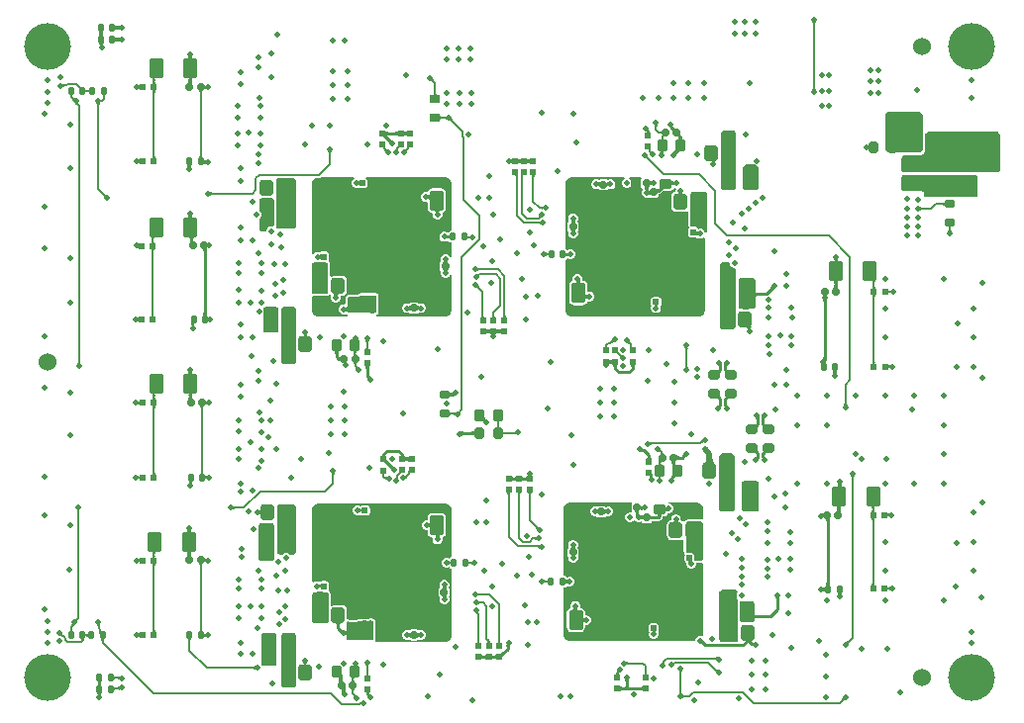
<source format=gbl>
G04*
G04 #@! TF.GenerationSoftware,Altium Limited,Altium Designer,23.9.2 (47)*
G04*
G04 Layer_Physical_Order=6*
G04 Layer_Color=16711680*
%FSLAX25Y25*%
%MOIN*%
G70*
G04*
G04 #@! TF.SameCoordinates,282F133A-872F-418E-B260-DD41B2CE053A*
G04*
G04*
G04 #@! TF.FilePolarity,Positive*
G04*
G01*
G75*
%ADD10C,0.00984*%
%ADD12C,0.01000*%
%ADD13C,0.00700*%
G04:AMPARAMS|DCode=25|XSize=25.2mil|YSize=23.62mil|CornerRadius=4.72mil|HoleSize=0mil|Usage=FLASHONLY|Rotation=90.000|XOffset=0mil|YOffset=0mil|HoleType=Round|Shape=RoundedRectangle|*
%AMROUNDEDRECTD25*
21,1,0.02520,0.01417,0,0,90.0*
21,1,0.01575,0.02362,0,0,90.0*
1,1,0.00945,0.00709,0.00787*
1,1,0.00945,0.00709,-0.00787*
1,1,0.00945,-0.00709,-0.00787*
1,1,0.00945,-0.00709,0.00787*
%
%ADD25ROUNDEDRECTD25*%
G04:AMPARAMS|DCode=26|XSize=21.65mil|YSize=19.68mil|CornerRadius=3.94mil|HoleSize=0mil|Usage=FLASHONLY|Rotation=270.000|XOffset=0mil|YOffset=0mil|HoleType=Round|Shape=RoundedRectangle|*
%AMROUNDEDRECTD26*
21,1,0.02165,0.01181,0,0,270.0*
21,1,0.01378,0.01968,0,0,270.0*
1,1,0.00787,-0.00591,-0.00689*
1,1,0.00787,-0.00591,0.00689*
1,1,0.00787,0.00591,0.00689*
1,1,0.00787,0.00591,-0.00689*
%
%ADD26ROUNDEDRECTD26*%
G04:AMPARAMS|DCode=27|XSize=21.65mil|YSize=19.68mil|CornerRadius=3.94mil|HoleSize=0mil|Usage=FLASHONLY|Rotation=180.000|XOffset=0mil|YOffset=0mil|HoleType=Round|Shape=RoundedRectangle|*
%AMROUNDEDRECTD27*
21,1,0.02165,0.01181,0,0,180.0*
21,1,0.01378,0.01968,0,0,180.0*
1,1,0.00787,-0.00689,0.00591*
1,1,0.00787,0.00689,0.00591*
1,1,0.00787,0.00689,-0.00591*
1,1,0.00787,-0.00689,-0.00591*
%
%ADD27ROUNDEDRECTD27*%
G04:AMPARAMS|DCode=29|XSize=25.2mil|YSize=23.62mil|CornerRadius=4.72mil|HoleSize=0mil|Usage=FLASHONLY|Rotation=0.000|XOffset=0mil|YOffset=0mil|HoleType=Round|Shape=RoundedRectangle|*
%AMROUNDEDRECTD29*
21,1,0.02520,0.01417,0,0,0.0*
21,1,0.01575,0.02362,0,0,0.0*
1,1,0.00945,0.00787,-0.00709*
1,1,0.00945,-0.00787,-0.00709*
1,1,0.00945,-0.00787,0.00709*
1,1,0.00945,0.00787,0.00709*
%
%ADD29ROUNDEDRECTD29*%
G04:AMPARAMS|DCode=43|XSize=35.43mil|YSize=29.53mil|CornerRadius=5.91mil|HoleSize=0mil|Usage=FLASHONLY|Rotation=180.000|XOffset=0mil|YOffset=0mil|HoleType=Round|Shape=RoundedRectangle|*
%AMROUNDEDRECTD43*
21,1,0.03543,0.01772,0,0,180.0*
21,1,0.02362,0.02953,0,0,180.0*
1,1,0.01181,-0.01181,0.00886*
1,1,0.01181,0.01181,0.00886*
1,1,0.01181,0.01181,-0.00886*
1,1,0.01181,-0.01181,-0.00886*
%
%ADD43ROUNDEDRECTD43*%
G04:AMPARAMS|DCode=54|XSize=37.4mil|YSize=33.47mil|CornerRadius=6.69mil|HoleSize=0mil|Usage=FLASHONLY|Rotation=270.000|XOffset=0mil|YOffset=0mil|HoleType=Round|Shape=RoundedRectangle|*
%AMROUNDEDRECTD54*
21,1,0.03740,0.02008,0,0,270.0*
21,1,0.02402,0.03347,0,0,270.0*
1,1,0.01339,-0.01004,-0.01201*
1,1,0.01339,-0.01004,0.01201*
1,1,0.01339,0.01004,0.01201*
1,1,0.01339,0.01004,-0.01201*
%
%ADD54ROUNDEDRECTD54*%
G04:AMPARAMS|DCode=55|XSize=45.45mil|YSize=53.39mil|CornerRadius=9.09mil|HoleSize=0mil|Usage=FLASHONLY|Rotation=0.000|XOffset=0mil|YOffset=0mil|HoleType=Round|Shape=RoundedRectangle|*
%AMROUNDEDRECTD55*
21,1,0.04545,0.03521,0,0,0.0*
21,1,0.02727,0.05339,0,0,0.0*
1,1,0.01818,0.01364,-0.01761*
1,1,0.01818,-0.01364,-0.01761*
1,1,0.01818,-0.01364,0.01761*
1,1,0.01818,0.01364,0.01761*
%
%ADD55ROUNDEDRECTD55*%
G04:AMPARAMS|DCode=62|XSize=37.4mil|YSize=33.47mil|CornerRadius=6.69mil|HoleSize=0mil|Usage=FLASHONLY|Rotation=0.000|XOffset=0mil|YOffset=0mil|HoleType=Round|Shape=RoundedRectangle|*
%AMROUNDEDRECTD62*
21,1,0.03740,0.02008,0,0,0.0*
21,1,0.02402,0.03347,0,0,0.0*
1,1,0.01339,0.01201,-0.01004*
1,1,0.01339,-0.01201,-0.01004*
1,1,0.01339,-0.01201,0.01004*
1,1,0.01339,0.01201,0.01004*
%
%ADD62ROUNDEDRECTD62*%
G04:AMPARAMS|DCode=64|XSize=68.9mil|YSize=47.24mil|CornerRadius=9.45mil|HoleSize=0mil|Usage=FLASHONLY|Rotation=180.000|XOffset=0mil|YOffset=0mil|HoleType=Round|Shape=RoundedRectangle|*
%AMROUNDEDRECTD64*
21,1,0.06890,0.02835,0,0,180.0*
21,1,0.05000,0.04724,0,0,180.0*
1,1,0.01890,-0.02500,0.01417*
1,1,0.01890,0.02500,0.01417*
1,1,0.01890,0.02500,-0.01417*
1,1,0.01890,-0.02500,-0.01417*
%
%ADD64ROUNDEDRECTD64*%
G04:AMPARAMS|DCode=98|XSize=26mil|YSize=23mil|CornerRadius=4.6mil|HoleSize=0mil|Usage=FLASHONLY|Rotation=90.000|XOffset=0mil|YOffset=0mil|HoleType=Round|Shape=RoundedRectangle|*
%AMROUNDEDRECTD98*
21,1,0.02600,0.01380,0,0,90.0*
21,1,0.01680,0.02300,0,0,90.0*
1,1,0.00920,0.00690,0.00840*
1,1,0.00920,0.00690,-0.00840*
1,1,0.00920,-0.00690,-0.00840*
1,1,0.00920,-0.00690,0.00840*
%
%ADD98ROUNDEDRECTD98*%
%ADD101C,0.06000*%
%ADD104C,0.02000*%
%ADD105C,0.00701*%
%ADD106C,0.15748*%
%ADD107C,0.02600*%
%ADD108C,0.01968*%
G04:AMPARAMS|DCode=112|XSize=26mil|YSize=23mil|CornerRadius=5.75mil|HoleSize=0mil|Usage=FLASHONLY|Rotation=90.000|XOffset=0mil|YOffset=0mil|HoleType=Round|Shape=RoundedRectangle|*
%AMROUNDEDRECTD112*
21,1,0.02600,0.01150,0,0,90.0*
21,1,0.01450,0.02300,0,0,90.0*
1,1,0.01150,0.00575,0.00725*
1,1,0.01150,0.00575,-0.00725*
1,1,0.01150,-0.00575,-0.00725*
1,1,0.01150,-0.00575,0.00725*
%
%ADD112ROUNDEDRECTD112*%
G04:AMPARAMS|DCode=113|XSize=35.43mil|YSize=29.53mil|CornerRadius=7.38mil|HoleSize=0mil|Usage=FLASHONLY|Rotation=0.000|XOffset=0mil|YOffset=0mil|HoleType=Round|Shape=RoundedRectangle|*
%AMROUNDEDRECTD113*
21,1,0.03543,0.01476,0,0,0.0*
21,1,0.02067,0.02953,0,0,0.0*
1,1,0.01476,0.01034,-0.00738*
1,1,0.01476,-0.01034,-0.00738*
1,1,0.01476,-0.01034,0.00738*
1,1,0.01476,0.01034,0.00738*
%
%ADD113ROUNDEDRECTD113*%
G04:AMPARAMS|DCode=114|XSize=34mil|YSize=40mil|CornerRadius=6.8mil|HoleSize=0mil|Usage=FLASHONLY|Rotation=180.000|XOffset=0mil|YOffset=0mil|HoleType=Round|Shape=RoundedRectangle|*
%AMROUNDEDRECTD114*
21,1,0.03400,0.02640,0,0,180.0*
21,1,0.02040,0.04000,0,0,180.0*
1,1,0.01360,-0.01020,0.01320*
1,1,0.01360,0.01020,0.01320*
1,1,0.01360,0.01020,-0.01320*
1,1,0.01360,-0.01020,-0.01320*
%
%ADD114ROUNDEDRECTD114*%
G04:AMPARAMS|DCode=115|XSize=68.9mil|YSize=47.24mil|CornerRadius=9.45mil|HoleSize=0mil|Usage=FLASHONLY|Rotation=90.000|XOffset=0mil|YOffset=0mil|HoleType=Round|Shape=RoundedRectangle|*
%AMROUNDEDRECTD115*
21,1,0.06890,0.02835,0,0,90.0*
21,1,0.05000,0.04724,0,0,90.0*
1,1,0.01890,0.01417,0.02500*
1,1,0.01890,0.01417,-0.02500*
1,1,0.01890,-0.01417,-0.02500*
1,1,0.01890,-0.01417,0.02500*
%
%ADD115ROUNDEDRECTD115*%
G04:AMPARAMS|DCode=116|XSize=45.45mil|YSize=53.39mil|CornerRadius=9.09mil|HoleSize=0mil|Usage=FLASHONLY|Rotation=90.000|XOffset=0mil|YOffset=0mil|HoleType=Round|Shape=RoundedRectangle|*
%AMROUNDEDRECTD116*
21,1,0.04545,0.03521,0,0,90.0*
21,1,0.02727,0.05339,0,0,90.0*
1,1,0.01818,0.01761,0.01364*
1,1,0.01818,0.01761,-0.01364*
1,1,0.01818,-0.01761,-0.01364*
1,1,0.01818,-0.01761,0.01364*
%
%ADD116ROUNDEDRECTD116*%
G04:AMPARAMS|DCode=117|XSize=34mil|YSize=40mil|CornerRadius=6.8mil|HoleSize=0mil|Usage=FLASHONLY|Rotation=90.000|XOffset=0mil|YOffset=0mil|HoleType=Round|Shape=RoundedRectangle|*
%AMROUNDEDRECTD117*
21,1,0.03400,0.02640,0,0,90.0*
21,1,0.02040,0.04000,0,0,90.0*
1,1,0.01360,0.01320,0.01020*
1,1,0.01360,0.01320,-0.01020*
1,1,0.01360,-0.01320,-0.01020*
1,1,0.01360,-0.01320,0.01020*
%
%ADD117ROUNDEDRECTD117*%
G36*
X270310Y232694D02*
X270252Y232623D01*
X270201Y232549D01*
X270157Y232473D01*
X270120Y232394D01*
X270089Y232312D01*
X270065Y232226D01*
X270049Y232138D01*
X270038Y232048D01*
X270035Y231954D01*
X269335D01*
X269332Y232048D01*
X269321Y232138D01*
X269304Y232226D01*
X269281Y232312D01*
X269250Y232394D01*
X269213Y232473D01*
X269169Y232549D01*
X269118Y232623D01*
X269060Y232694D01*
X268996Y232762D01*
X270374D01*
X270310Y232694D01*
D02*
G37*
G36*
X34510Y231612D02*
X34541Y231527D01*
X34593Y231452D01*
X34666Y231388D01*
X34760Y231333D01*
X34875Y231288D01*
X35011Y231254D01*
X35167Y231229D01*
X35333Y231215D01*
X35473Y231226D01*
X35558Y231239D01*
X35635Y231256D01*
X35705Y231277D01*
X35767Y231301D01*
X35823Y231330D01*
X35871Y231362D01*
X35911Y231398D01*
Y230020D01*
X35871Y230056D01*
X35823Y230088D01*
X35767Y230116D01*
X35705Y230141D01*
X35635Y230161D01*
X35558Y230178D01*
X35473Y230192D01*
X35381Y230201D01*
X35334Y230203D01*
X35167Y230189D01*
X35011Y230164D01*
X34875Y230129D01*
X34760Y230084D01*
X34666Y230030D01*
X34593Y229965D01*
X34541Y229890D01*
X34510Y229806D01*
X34499Y229711D01*
Y231706D01*
X34510Y231612D01*
D02*
G37*
G36*
X30496Y229536D02*
X30412Y229502D01*
X30338Y229445D01*
X30274Y229365D01*
X30219Y229263D01*
X30175Y229138D01*
X30141Y228991D01*
X30116Y228820D01*
X30110Y228740D01*
X30116Y228660D01*
X30141Y228490D01*
X30175Y228342D01*
X30219Y228217D01*
X30274Y228115D01*
X30338Y228035D01*
X30412Y227979D01*
X30496Y227945D01*
X30589Y227933D01*
X28603D01*
X28697Y227945D01*
X28780Y227979D01*
X28854Y228035D01*
X28918Y228115D01*
X28973Y228217D01*
X29017Y228342D01*
X29052Y228490D01*
X29076Y228660D01*
X29083Y228740D01*
X29076Y228820D01*
X29052Y228991D01*
X29017Y229138D01*
X28973Y229263D01*
X28918Y229365D01*
X28854Y229445D01*
X28780Y229502D01*
X28697Y229536D01*
X28603Y229547D01*
X30589D01*
X30496Y229536D01*
D02*
G37*
G36*
X34510Y227675D02*
X34541Y227590D01*
X34593Y227516D01*
X34666Y227451D01*
X34760Y227396D01*
X34875Y227351D01*
X35011Y227316D01*
X35167Y227292D01*
X35333Y227278D01*
X35473Y227289D01*
X35558Y227302D01*
X35635Y227319D01*
X35705Y227340D01*
X35767Y227364D01*
X35823Y227393D01*
X35871Y227425D01*
X35911Y227461D01*
Y226083D01*
X35871Y226119D01*
X35823Y226151D01*
X35767Y226179D01*
X35705Y226204D01*
X35635Y226224D01*
X35558Y226241D01*
X35473Y226255D01*
X35381Y226264D01*
X35334Y226266D01*
X35167Y226252D01*
X35011Y226227D01*
X34875Y226192D01*
X34760Y226147D01*
X34666Y226093D01*
X34593Y226028D01*
X34541Y225953D01*
X34510Y225869D01*
X34499Y225774D01*
X34499Y227769D01*
X34510Y227675D01*
D02*
G37*
G36*
X30542Y225555D02*
X30483Y225488D01*
X30430Y225408D01*
X30385Y225315D01*
X30346Y225208D01*
X30315Y225088D01*
X30314Y225083D01*
X30315Y225079D01*
X30340Y225012D01*
X30369Y224953D01*
X30403Y224902D01*
X30442Y224858D01*
X30485Y224823D01*
X30271Y224787D01*
X30262Y224648D01*
X30259Y224475D01*
X29259D01*
X29255Y224617D01*
X29126Y224595D01*
X29151Y224635D01*
X29173Y224683D01*
X29193Y224738D01*
X29211Y224801D01*
X29225Y224871D01*
X29231Y224907D01*
X29214Y225016D01*
X29179Y225153D01*
X29134Y225268D01*
X29079Y225361D01*
X29015Y225433D01*
X28940Y225482D01*
X28856Y225510D01*
X28761Y225516D01*
X30609Y225609D01*
X30542Y225555D01*
D02*
G37*
G36*
X60140Y221188D02*
X60155Y221016D01*
X60180Y220864D01*
X60181Y220861D01*
X60321Y220862D01*
X60286Y220821D01*
X60254Y220773D01*
X60227Y220718D01*
X60224Y220711D01*
X60260Y220621D01*
X60315Y220530D01*
X60380Y220459D01*
X60455Y220409D01*
X60540Y220378D01*
X60635Y220368D01*
X60148D01*
X60137Y220232D01*
X60135Y220126D01*
X59135Y220113D01*
X59133Y220220D01*
X59122Y220368D01*
X58635D01*
X58730Y220378D01*
X58815Y220409D01*
X58890Y220459D01*
X58955Y220530D01*
X59010Y220621D01*
X59043Y220701D01*
X59041Y220704D01*
X59013Y220760D01*
X58980Y220807D01*
X58943Y220848D01*
X59086Y220849D01*
X59090Y220864D01*
X59115Y221016D01*
X59130Y221188D01*
X59135Y221380D01*
X60135D01*
X60140Y221188D01*
D02*
G37*
G36*
X48173Y213483D02*
X48113Y213461D01*
X48061Y213426D01*
X48015Y213376D01*
X47977Y213312D01*
X47945Y213234D01*
X47921Y213141D01*
X47903Y213034D01*
X47893Y212913D01*
X47889Y212778D01*
X47189D01*
X47186Y212913D01*
X47175Y213034D01*
X47158Y213141D01*
X47133Y213234D01*
X47102Y213312D01*
X47063Y213376D01*
X47018Y213426D01*
X46965Y213461D01*
X46906Y213483D01*
X46839Y213490D01*
X48239D01*
X48173Y213483D01*
D02*
G37*
G36*
X141538Y213676D02*
X141547Y213585D01*
X141563Y213497D01*
X141586Y213412D01*
X141616Y213330D01*
X141652Y213250D01*
X141696Y213173D01*
X141746Y213099D01*
X141803Y213028D01*
X141867Y212959D01*
X141372Y212464D01*
X141303Y212528D01*
X141232Y212585D01*
X141158Y212635D01*
X141081Y212678D01*
X141001Y212715D01*
X140919Y212745D01*
X140833Y212768D01*
X140745Y212784D01*
X140655Y212793D01*
X140561Y212795D01*
X141535Y213770D01*
X141538Y213676D01*
D02*
G37*
G36*
X60492Y213480D02*
X60407Y213450D01*
X60332Y213399D01*
X60267Y213328D01*
X60212Y213237D01*
X60167Y213126D01*
X60132Y212994D01*
X60107Y212842D01*
X60094Y212700D01*
X60106Y212580D01*
X60130Y212442D01*
X60164Y212313D01*
X60207Y212194D01*
X60260Y212086D01*
X60323Y211987D01*
X60395Y211898D01*
X60477Y211819D01*
X60568Y211749D01*
X58593Y211806D01*
X58687Y211814D01*
X58771Y211845D01*
X58845Y211897D01*
X58909Y211972D01*
X58963Y212069D01*
X59008Y212188D01*
X59042Y212330D01*
X59067Y212493D01*
X59081Y212674D01*
X59067Y212842D01*
X59042Y212994D01*
X59007Y213126D01*
X58962Y213237D01*
X58907Y213328D01*
X58842Y213399D01*
X58767Y213450D01*
X58682Y213480D01*
X58587Y213490D01*
X60587D01*
X60492Y213480D01*
D02*
G37*
G36*
X47893Y212269D02*
X47903Y212144D01*
X47921Y212034D01*
X47945Y211939D01*
X47976Y211858D01*
X48015Y211792D01*
X48060Y211740D01*
X48112Y211704D01*
X48171Y211682D01*
X48237Y211674D01*
X46842D01*
X46908Y211682D01*
X46967Y211704D01*
X47019Y211740D01*
X47064Y211792D01*
X47102Y211858D01*
X47134Y211939D01*
X47158Y212034D01*
X47175Y212144D01*
X47186Y212269D01*
X47189Y212408D01*
X47889D01*
X47893Y212269D01*
D02*
G37*
G36*
X42833Y211053D02*
X42885Y211034D01*
X42970Y211010D01*
X43058Y210994D01*
X43149Y210983D01*
X43243Y210980D01*
Y210280D01*
X43149Y210277D01*
X43058Y210266D01*
X42970Y210249D01*
X42885Y210226D01*
X42833Y210206D01*
Y209932D01*
X42826Y209998D01*
X42805Y210057D01*
X42769Y210110D01*
X42719Y210155D01*
X42719Y210155D01*
X42647Y210114D01*
X42574Y210063D01*
X42503Y210005D01*
X42435Y209941D01*
Y210257D01*
X42377Y210266D01*
X42255Y210276D01*
X42120Y210280D01*
Y210980D01*
X42255Y210983D01*
X42377Y210994D01*
X42435Y211003D01*
Y211319D01*
X42503Y211255D01*
X42574Y211197D01*
X42647Y211146D01*
X42719Y211105D01*
X42719Y211105D01*
X42769Y211150D01*
X42805Y211202D01*
X42826Y211262D01*
X42833Y211328D01*
Y211053D01*
D02*
G37*
G36*
X16735Y211818D02*
X16902Y211738D01*
X16987Y211706D01*
X17074Y211678D01*
X17161Y211656D01*
X17248Y211639D01*
X17337Y211626D01*
X17427Y211619D01*
X17518Y211616D01*
X17711Y210916D01*
X17615Y210912D01*
X17524Y210901D01*
X17439Y210881D01*
X17359Y210854D01*
X17285Y210820D01*
X17216Y210777D01*
X17152Y210727D01*
X17094Y210669D01*
X17041Y210603D01*
X16993Y210529D01*
X16653Y211865D01*
X16735Y211818D01*
D02*
G37*
G36*
X64480Y211263D02*
X64502Y211204D01*
X64537Y211151D01*
X64587Y211106D01*
X64651Y211067D01*
X64667Y211061D01*
X64677Y211065D01*
X64756Y211102D01*
X64833Y211146D01*
X64907Y211197D01*
X64977Y211255D01*
X65045Y211319D01*
Y210984D01*
X65050Y210983D01*
X65185Y210980D01*
Y210280D01*
X65050Y210276D01*
X65045Y210276D01*
Y209941D01*
X64977Y210005D01*
X64907Y210063D01*
X64833Y210114D01*
X64756Y210158D01*
X64677Y210195D01*
X64667Y210199D01*
X64651Y210192D01*
X64587Y210154D01*
X64537Y210108D01*
X64502Y210056D01*
X64480Y209996D01*
X64473Y209930D01*
Y210257D01*
X64422Y210266D01*
X64331Y210277D01*
X64238Y210280D01*
Y210980D01*
X64331Y210983D01*
X64422Y210994D01*
X64473Y211003D01*
Y211330D01*
X64480Y211263D01*
D02*
G37*
G36*
X25705Y208749D02*
X25698Y208815D01*
X25677Y208875D01*
X25641Y208927D01*
X25591Y208973D01*
X25527Y209011D01*
X25449Y209043D01*
X25357Y209067D01*
X25250Y209085D01*
X25197Y209089D01*
X25144Y209085D01*
X25037Y209067D01*
X24945Y209043D01*
X24866Y209011D01*
X24802Y208973D01*
X24752Y208927D01*
X24717Y208875D01*
X24695Y208815D01*
X24688Y208749D01*
Y210149D01*
X24695Y210082D01*
X24717Y210023D01*
X24752Y209970D01*
X24802Y209925D01*
X24866Y209886D01*
X24945Y209855D01*
X25037Y209830D01*
X25144Y209813D01*
X25197Y209808D01*
X25250Y209813D01*
X25357Y209830D01*
X25449Y209855D01*
X25527Y209886D01*
X25591Y209925D01*
X25641Y209970D01*
X25677Y210023D01*
X25698Y210082D01*
X25705Y210149D01*
Y208749D01*
D02*
G37*
G36*
X270038Y210472D02*
X270049Y210381D01*
X270065Y210293D01*
X270089Y210208D01*
X270120Y210126D01*
X270157Y210047D01*
X270201Y209970D01*
X270252Y209897D01*
X270310Y209826D01*
X270374Y209758D01*
X268996D01*
X269060Y209826D01*
X269118Y209897D01*
X269169Y209970D01*
X269213Y210047D01*
X269250Y210126D01*
X269281Y210208D01*
X269304Y210293D01*
X269321Y210381D01*
X269332Y210472D01*
X269335Y210566D01*
X270035D01*
X270038Y210472D01*
D02*
G37*
G36*
X22551Y211101D02*
X22810Y210881D01*
X22924Y210800D01*
X23029Y210740D01*
X23122Y210699D01*
X23206Y210678D01*
X23280Y210677D01*
X23343Y210695D01*
X23397Y210734D01*
X22419Y209756D01*
X22457Y209809D01*
X22476Y209873D01*
X22475Y209946D01*
X22454Y210030D01*
X22413Y210124D01*
X22352Y210228D01*
X22272Y210342D01*
X22172Y210467D01*
X21912Y210746D01*
X22407Y211241D01*
X22551Y211101D01*
D02*
G37*
G36*
X48171Y209578D02*
X48112Y209556D01*
X48060Y209519D01*
X48015Y209468D01*
X47976Y209402D01*
X47945Y209321D01*
X47921Y209226D01*
X47903Y209116D01*
X47893Y208991D01*
X47889Y208852D01*
X47189D01*
X47186Y208991D01*
X47175Y209116D01*
X47158Y209226D01*
X47134Y209321D01*
X47102Y209402D01*
X47064Y209468D01*
X47019Y209519D01*
X46967Y209556D01*
X46908Y209578D01*
X46842Y209585D01*
X48237D01*
X48171Y209578D01*
D02*
G37*
G36*
X63949Y209378D02*
X63890Y209357D01*
X63838Y209321D01*
X63793Y209271D01*
X63754Y209207D01*
X63723Y209129D01*
X63699Y209036D01*
X63681Y208929D01*
X63671Y208808D01*
X63667Y208673D01*
X62967D01*
X62964Y208808D01*
X62953Y208929D01*
X62936Y209036D01*
X62911Y209129D01*
X62880Y209207D01*
X62841Y209271D01*
X62796Y209321D01*
X62743Y209357D01*
X62684Y209378D01*
X62617Y209385D01*
X64015Y209385D01*
X63949Y209378D01*
D02*
G37*
G36*
X142480Y208736D02*
X142490Y208615D01*
X142508Y208508D01*
X142532Y208416D01*
X142563Y208337D01*
X142602Y208273D01*
X142648Y208224D01*
X142700Y208188D01*
X142760Y208167D01*
X142826Y208159D01*
X141426D01*
X141492Y208167D01*
X141552Y208188D01*
X141604Y208224D01*
X141650Y208273D01*
X141689Y208337D01*
X141720Y208416D01*
X141744Y208508D01*
X141762Y208615D01*
X141772Y208736D01*
X141776Y208872D01*
X142476D01*
X142480Y208736D01*
D02*
G37*
G36*
X31272Y208159D02*
X31213Y208137D01*
X31161Y208102D01*
X31115Y208052D01*
X31077Y207987D01*
X31046Y207909D01*
X31021Y207816D01*
X31004Y207709D01*
X30994Y207588D01*
X30990Y207452D01*
X30290D01*
X30287Y207588D01*
X30276Y207709D01*
X30259Y207816D01*
X30235Y207909D01*
X30203Y207987D01*
X30165Y208052D01*
X30120Y208102D01*
X30068Y208137D01*
X30009Y208159D01*
X29943Y208166D01*
X31338D01*
X31272Y208159D01*
D02*
G37*
G36*
X20432Y208164D02*
X20365Y208157D01*
X20305Y208136D01*
X20253Y208101D01*
X20207Y208051D01*
X20169Y207987D01*
X20137Y207908D01*
X20113Y207816D01*
X20095Y207708D01*
X20085Y207587D01*
X20081Y207451D01*
X19380D01*
X19377Y207588D01*
X19366Y207710D01*
X19349Y207817D01*
X19325Y207911D01*
X19293Y207990D01*
X19255Y208055D01*
X19210Y208105D01*
X19158Y208141D01*
X19098Y208163D01*
X19032Y208171D01*
X20432Y208164D01*
D02*
G37*
G36*
X20508Y207157D02*
X20580Y207100D01*
X20654Y207050D01*
X20731Y207007D01*
X20810Y206970D01*
X20893Y206941D01*
X20978Y206918D01*
X21066Y206902D01*
X21157Y206892D01*
X21250Y206890D01*
X20276Y205915D01*
X20273Y206009D01*
X20264Y206100D01*
X20248Y206187D01*
X20225Y206273D01*
X20195Y206355D01*
X20159Y206435D01*
X20115Y206511D01*
X20065Y206586D01*
X20008Y206657D01*
X19944Y206726D01*
X20440Y207221D01*
X20508Y207157D01*
D02*
G37*
G36*
X29673Y206533D02*
X29692Y206526D01*
X29720Y206519D01*
X29757Y206514D01*
X29857Y206505D01*
X30074Y206499D01*
X30164Y206498D01*
Y205798D01*
X30095Y205798D01*
X29930Y205787D01*
X29889Y205781D01*
X29854Y205773D01*
X29826Y205764D01*
X29805Y205754D01*
X29791Y205742D01*
X29784Y205729D01*
X29663Y206541D01*
X29673Y206533D01*
D02*
G37*
G36*
X22193Y205568D02*
X22184Y205484D01*
X22184Y205402D01*
X22194Y205321D01*
X22212Y205242D01*
X22241Y205165D01*
X22278Y205089D01*
X22324Y205015D01*
X22380Y204943D01*
X22445Y204872D01*
X21814Y204513D01*
X21748Y204576D01*
X21679Y204634D01*
X21607Y204688D01*
X21533Y204738D01*
X21455Y204784D01*
X21375Y204825D01*
X21292Y204862D01*
X21207Y204896D01*
X21118Y204925D01*
X21027Y204949D01*
X22211Y205653D01*
X22193Y205568D01*
D02*
G37*
G36*
X29463Y205233D02*
X29406Y205162D01*
X29355Y205089D01*
X29311Y205012D01*
X29273Y204933D01*
X29243Y204851D01*
X29219Y204766D01*
X29202Y204678D01*
X29192Y204587D01*
X29189Y204493D01*
X28489D01*
X28485Y204587D01*
X28475Y204678D01*
X28458Y204766D01*
X28434Y204851D01*
X28404Y204933D01*
X28367Y205012D01*
X28322Y205089D01*
X28272Y205162D01*
X28214Y205233D01*
X28150Y205301D01*
X29528D01*
X29463Y205233D01*
D02*
G37*
G36*
X146148Y199705D02*
X146080Y199769D01*
X146009Y199827D01*
X145935Y199878D01*
X145859Y199922D01*
X145780Y199959D01*
X145697Y199989D01*
X145612Y200013D01*
X145524Y200030D01*
X145433Y200040D01*
X145340Y200044D01*
Y200744D01*
X145433Y200747D01*
X145524Y200757D01*
X145612Y200774D01*
X145697Y200798D01*
X145780Y200828D01*
X145859Y200866D01*
X145935Y200910D01*
X146009Y200961D01*
X146080Y201018D01*
X146148Y201083D01*
Y199705D01*
D02*
G37*
G36*
X143895Y201027D02*
X143916Y200968D01*
X143952Y200915D01*
X144002Y200870D01*
X144066Y200831D01*
X144144Y200800D01*
X144237Y200775D01*
X144343Y200758D01*
X144465Y200747D01*
X144600Y200744D01*
Y200044D01*
X144465Y200040D01*
X144343Y200030D01*
X144237Y200012D01*
X144144Y199988D01*
X144066Y199956D01*
X144002Y199918D01*
X143952Y199872D01*
X143916Y199820D01*
X143895Y199760D01*
X143888Y199694D01*
Y201094D01*
X143895Y201027D01*
D02*
G37*
G36*
X147837Y200290D02*
X147846Y200200D01*
X147862Y200112D01*
X147885Y200026D01*
X147915Y199944D01*
X147952Y199864D01*
X147995Y199787D01*
X148045Y199713D01*
X148102Y199642D01*
X148166Y199573D01*
X147671Y199078D01*
X147602Y199142D01*
X147531Y199199D01*
X147457Y199249D01*
X147380Y199293D01*
X147300Y199329D01*
X147218Y199359D01*
X147133Y199382D01*
X147045Y199398D01*
X146954Y199407D01*
X146860Y199409D01*
X147835Y200384D01*
X147837Y200290D01*
D02*
G37*
G36*
X217160Y198048D02*
X217102Y197977D01*
X217052Y197904D01*
X217007Y197827D01*
X216970Y197748D01*
X216940Y197666D01*
X216916Y197581D01*
X216899Y197493D01*
X216889Y197402D01*
X216885Y197308D01*
X216185D01*
X216182Y197402D01*
X216172Y197493D01*
X216155Y197581D01*
X216131Y197666D01*
X216101Y197748D01*
X216063Y197827D01*
X216019Y197904D01*
X215968Y197977D01*
X215911Y198048D01*
X215846Y198116D01*
X217224D01*
X217160Y198048D01*
D02*
G37*
G36*
X132894Y194311D02*
X132839Y194381D01*
X132771Y194443D01*
X132691Y194498D01*
X132599Y194545D01*
X132493Y194586D01*
X132376Y194619D01*
X132283Y194637D01*
X132191Y194619D01*
X132073Y194586D01*
X131968Y194545D01*
X131876Y194498D01*
X131796Y194443D01*
X131728Y194381D01*
X131673Y194311D01*
Y196043D01*
X131728Y195973D01*
X131796Y195911D01*
X131876Y195856D01*
X131968Y195809D01*
X132073Y195769D01*
X132191Y195736D01*
X132283Y195718D01*
X132376Y195736D01*
X132493Y195769D01*
X132599Y195809D01*
X132691Y195856D01*
X132771Y195911D01*
X132839Y195973D01*
X132894Y196043D01*
Y194311D01*
D02*
G37*
G36*
X222571Y197040D02*
X222940Y196727D01*
X223103Y196613D01*
X223252Y196526D01*
X223386Y196469D01*
X223506Y196439D01*
X223612Y196438D01*
X223703Y196465D01*
X223779Y196520D01*
X222377Y195118D01*
X222432Y195195D01*
X222460Y195286D01*
X222458Y195391D01*
X222429Y195511D01*
X222371Y195646D01*
X222285Y195794D01*
X222171Y195957D01*
X222028Y196134D01*
X221658Y196532D01*
X222365Y197240D01*
X222571Y197040D01*
D02*
G37*
G36*
X218598Y194576D02*
X218590Y194642D01*
X218569Y194702D01*
X218534Y194754D01*
X218484Y194800D01*
X218420Y194838D01*
X218341Y194870D01*
X218249Y194894D01*
X218142Y194912D01*
X218021Y194922D01*
X217886Y194926D01*
Y195626D01*
X218021Y195629D01*
X218142Y195640D01*
X218249Y195657D01*
X218341Y195682D01*
X218420Y195713D01*
X218484Y195752D01*
X218534Y195797D01*
X218569Y195850D01*
X218590Y195909D01*
X218598Y195976D01*
Y194576D01*
D02*
G37*
G36*
X129745Y194311D02*
X129689Y194381D01*
X129622Y194443D01*
X129542Y194498D01*
X129449Y194545D01*
X129344Y194586D01*
X129226Y194619D01*
X129096Y194644D01*
X128953Y194662D01*
X128798Y194674D01*
X128630Y194677D01*
Y195677D01*
X128798Y195681D01*
X129096Y195710D01*
X129226Y195736D01*
X129344Y195769D01*
X129449Y195809D01*
X129542Y195856D01*
X129622Y195911D01*
X129689Y195973D01*
X129745Y196043D01*
Y194311D01*
D02*
G37*
G36*
X125429Y195973D02*
X125496Y195911D01*
X125576Y195856D01*
X125669Y195809D01*
X125774Y195769D01*
X125892Y195736D01*
X126022Y195710D01*
X126165Y195692D01*
X126320Y195681D01*
X126488Y195677D01*
Y194677D01*
X126320Y194674D01*
X126022Y194644D01*
X125892Y194619D01*
X125822Y194599D01*
X125825Y194595D01*
X126195Y194197D01*
X125488Y193490D01*
X125282Y193690D01*
X124912Y194003D01*
X124749Y194117D01*
X124601Y194203D01*
X124467Y194261D01*
X124347Y194291D01*
X124241Y194292D01*
X124150Y194265D01*
X124073Y194209D01*
X125374Y195510D01*
Y196043D01*
X125429Y195973D01*
D02*
G37*
G36*
X225170Y193754D02*
X225185Y193582D01*
X225210Y193430D01*
X225245Y193298D01*
X225290Y193187D01*
X225345Y193096D01*
X225410Y193025D01*
X225485Y192974D01*
X225570Y192944D01*
X225665Y192934D01*
X223665D01*
X223760Y192944D01*
X223845Y192974D01*
X223920Y193025D01*
X223985Y193096D01*
X224040Y193187D01*
X224085Y193298D01*
X224120Y193430D01*
X224145Y193582D01*
X224160Y193754D01*
X224165Y193946D01*
X225165D01*
X225170Y193754D01*
D02*
G37*
G36*
X218995Y193511D02*
X219006Y193390D01*
X219023Y193283D01*
X219048Y193190D01*
X219079Y193112D01*
X219118Y193048D01*
X219163Y192998D01*
X219216Y192962D01*
X219275Y192941D01*
X219342Y192934D01*
X217942D01*
X218008Y192941D01*
X218068Y192962D01*
X218120Y192998D01*
X218166Y193048D01*
X218204Y193112D01*
X218236Y193190D01*
X218260Y193283D01*
X218278Y193390D01*
X218288Y193511D01*
X218292Y193646D01*
X218992D01*
X218995Y193511D01*
D02*
G37*
G36*
X127386Y193008D02*
X127656Y192776D01*
X127714Y192736D01*
X127768Y192702D01*
X127817Y192676D01*
X127863Y192657D01*
X127905Y192645D01*
X126744Y191904D01*
X126752Y191959D01*
X126751Y192016D01*
X126741Y192076D01*
X126721Y192138D01*
X126693Y192202D01*
X126656Y192269D01*
X126609Y192339D01*
X126554Y192411D01*
X126490Y192485D01*
X126416Y192562D01*
X127309Y193084D01*
X127386Y193008D01*
D02*
G37*
G36*
X130583Y190469D02*
X130539Y190492D01*
X130487Y190498D01*
X130424Y190488D01*
X130353Y190462D01*
X130272Y190419D01*
X130182Y190360D01*
X130083Y190285D01*
X129856Y190086D01*
X129728Y189962D01*
X129136Y190359D01*
X129267Y190494D01*
X129553Y190832D01*
X129613Y190923D01*
X129654Y191003D01*
X129678Y191071D01*
X129684Y191130D01*
X129672Y191177D01*
X129642Y191213D01*
X130583Y190469D01*
D02*
G37*
G36*
X132810Y190698D02*
X133486Y190469D01*
X133484Y190466D01*
X133482Y190456D01*
X133481Y190438D01*
X133476Y190293D01*
X133476Y190106D01*
X132776D01*
X132776Y190227D01*
X132803Y190701D01*
X132810Y190698D01*
D02*
G37*
G36*
X125358Y190556D02*
X125344Y190531D01*
X125331Y190498D01*
X125320Y190456D01*
X125311Y190406D01*
X125303Y190346D01*
X125293Y190201D01*
X125290Y190021D01*
X124590D01*
X124589Y190108D01*
X124576Y190313D01*
X124568Y190362D01*
X124559Y190402D01*
X124548Y190433D01*
X124534Y190455D01*
X124520Y190467D01*
X124503Y190469D01*
X125374Y190571D01*
X125358Y190556D01*
D02*
G37*
G36*
X288102Y189863D02*
X288095Y189899D01*
X288074Y189931D01*
X288039Y189959D01*
X287990Y189983D01*
X287927Y190004D01*
X287850Y190021D01*
X287759Y190034D01*
X287654Y190044D01*
X287402Y190051D01*
Y191051D01*
X287535Y191053D01*
X287759Y191068D01*
X287850Y191081D01*
X287927Y191098D01*
X287990Y191119D01*
X288039Y191143D01*
X288074Y191172D01*
X288095Y191203D01*
X288102Y191239D01*
Y189863D01*
D02*
G37*
G36*
X288145Y191204D02*
X288193Y191172D01*
X288248Y191144D01*
X288311Y191119D01*
X288381Y191098D01*
X288458Y191081D01*
X288543Y191068D01*
X288634Y191059D01*
X288840Y191051D01*
Y190051D01*
X288734Y190049D01*
X288543Y190034D01*
X288458Y190021D01*
X288381Y190004D01*
X288311Y189983D01*
X288248Y189959D01*
X288193Y189930D01*
X288145Y189898D01*
X288105Y189862D01*
Y191240D01*
X288145Y191204D01*
D02*
G37*
G36*
X129727Y189959D02*
X129729Y189863D01*
X129747Y189679D01*
X129763Y189592D01*
X129784Y189507D01*
X129809Y189425D01*
X129839Y189345D01*
X129873Y189269D01*
X129912Y189195D01*
X129956Y189124D01*
X128671Y189451D01*
X128738Y189492D01*
X128799Y189538D01*
X128852Y189590D01*
X128898Y189647D01*
X128938Y189709D01*
X128970Y189778D01*
X128995Y189851D01*
X129012Y189930D01*
X129023Y190015D01*
X129027Y190105D01*
X129727Y189959D01*
D02*
G37*
G36*
X214840Y189893D02*
X214845Y189857D01*
X214850Y189803D01*
X214861Y189399D01*
X214862Y189086D01*
X214162D01*
X214160Y189210D01*
X214140Y189415D01*
X214123Y189497D01*
X214102Y189563D01*
X214075Y189616D01*
X214043Y189654D01*
X214007Y189678D01*
X213965Y189687D01*
X213919Y189682D01*
X214828Y189910D01*
X214834Y189911D01*
X214840Y189893D01*
D02*
G37*
G36*
X224254Y188956D02*
X224196Y188988D01*
X224124Y188996D01*
X224039Y188982D01*
X223940Y188945D01*
X223828Y188884D01*
X223702Y188801D01*
X223562Y188695D01*
X223453Y188599D01*
X223447Y188591D01*
X223403Y188523D01*
X223369Y188458D01*
X223345Y188396D01*
X223331Y188337D01*
X223327Y188281D01*
X223332Y188228D01*
X223348Y188178D01*
X223105Y188279D01*
X223062Y188237D01*
X222899Y188365D01*
X222077Y188710D01*
X222098Y188723D01*
X222132Y188750D01*
X222241Y188846D01*
X222481Y189080D01*
X222846Y189511D01*
X222928Y189636D01*
X222987Y189746D01*
X223020Y189841D01*
X223030Y189922D01*
X223015Y189987D01*
X222976Y190038D01*
X224254Y188956D01*
D02*
G37*
G36*
X133029Y189514D02*
X132964Y189444D01*
X132908Y189372D01*
X132860Y189298D01*
X132819Y189221D01*
X132787Y189142D01*
X132763Y189061D01*
X132747Y188977D01*
X132739Y188891D01*
X132739Y188803D01*
X132747Y188712D01*
X131662Y189561D01*
X131756Y189574D01*
X131847Y189593D01*
X131935Y189618D01*
X132020Y189648D01*
X132102Y189683D01*
X132182Y189724D01*
X132258Y189771D01*
X132331Y189823D01*
X132402Y189881D01*
X132469Y189944D01*
X133029Y189514D01*
D02*
G37*
G36*
X305787Y202182D02*
X306119Y201850D01*
X306299Y201416D01*
Y201181D01*
Y191339D01*
X306299Y190157D01*
X306299D01*
X306299Y189844D01*
X306060Y189265D01*
X305616Y188822D01*
X305038Y188583D01*
X304724D01*
X295276Y188583D01*
X295276D01*
X294962Y188583D01*
X294384Y188822D01*
X293940Y189265D01*
X293701Y189844D01*
X293701Y190157D01*
Y201181D01*
Y201416D01*
X293881Y201850D01*
X294213Y202182D01*
X294647Y202362D01*
X305353D01*
X305787Y202182D01*
D02*
G37*
G36*
X125664Y189796D02*
X125736Y189740D01*
X125810Y189691D01*
X125887Y189650D01*
X125967Y189617D01*
X126048Y189591D01*
X126133Y189573D01*
X126219Y189563D01*
X126309Y189560D01*
X126400Y189566D01*
X125515Y188510D01*
X125504Y188604D01*
X125488Y188695D01*
X125466Y188784D01*
X125438Y188869D01*
X125404Y188951D01*
X125364Y189031D01*
X125319Y189107D01*
X125267Y189181D01*
X125210Y189252D01*
X125146Y189319D01*
X125595Y189861D01*
X125664Y189796D01*
D02*
G37*
G36*
X107317Y188993D02*
X107260Y188922D01*
X107209Y188849D01*
X107165Y188772D01*
X107128Y188693D01*
X107097Y188611D01*
X107073Y188526D01*
X107056Y188438D01*
X107046Y188347D01*
X107043Y188253D01*
X106343D01*
X106340Y188347D01*
X106329Y188438D01*
X106312Y188526D01*
X106289Y188611D01*
X106258Y188693D01*
X106221Y188772D01*
X106177Y188849D01*
X106126Y188922D01*
X106068Y188993D01*
X106004Y189061D01*
X107382D01*
X107317Y188993D01*
D02*
G37*
G36*
X218857Y189212D02*
X218867Y189121D01*
X218884Y189033D01*
X218906Y188956D01*
X219204D01*
X219137Y188949D01*
X219078Y188927D01*
X219025Y188892D01*
X218980Y188842D01*
X218963Y188814D01*
X218976Y188787D01*
X219020Y188710D01*
X219071Y188637D01*
X219128Y188566D01*
X219193Y188498D01*
X218868D01*
X218857Y188379D01*
X218854Y188244D01*
X218154D01*
X218150Y188379D01*
X218140Y188498D01*
X217815D01*
X217879Y188566D01*
X217937Y188637D01*
X217988Y188710D01*
X218032Y188787D01*
X218045Y188814D01*
X218028Y188842D01*
X217982Y188892D01*
X217930Y188927D01*
X217870Y188949D01*
X217804Y188956D01*
X218102D01*
X218123Y189033D01*
X218140Y189121D01*
X218151Y189212D01*
X218154Y189306D01*
X218854D01*
X218857Y189212D01*
D02*
G37*
G36*
X308268Y195669D02*
X331102Y195669D01*
X331102Y195669D01*
X331102Y195669D01*
X331563Y195575D01*
X331771Y195489D01*
X332104Y195157D01*
X332283Y194723D01*
X332283Y194488D01*
X332283Y182677D01*
X332283Y182677D01*
X332283Y182520D01*
X332164Y182231D01*
X331942Y182010D01*
X331653Y181890D01*
X300394Y181890D01*
X300394Y181890D01*
X300159Y181890D01*
X299725Y182070D01*
X299392Y182402D01*
X299213Y182836D01*
X299213Y183071D01*
Y186614D01*
X299213Y186614D01*
X299213Y186614D01*
X299303Y187068D01*
X299392Y187283D01*
X299725Y187616D01*
X300159Y187795D01*
X300394Y187795D01*
X305512Y187795D01*
X305512Y187795D01*
X305512Y187795D01*
X305819Y187826D01*
X305982Y187893D01*
X306387Y188061D01*
X306821Y188495D01*
X307056Y189063D01*
X307087Y189370D01*
X307087Y193988D01*
X307087Y194488D01*
X307136Y194731D01*
X307180Y194949D01*
X307266Y195157D01*
X307599Y195490D01*
X308033Y195669D01*
X308268Y195669D01*
D02*
G37*
G36*
X63671Y187688D02*
X63681Y187567D01*
X63699Y187460D01*
X63723Y187367D01*
X63754Y187288D01*
X63793Y187224D01*
X63838Y187174D01*
X63890Y187138D01*
X63949Y187117D01*
X64015Y187110D01*
X62620D01*
X62686Y187117D01*
X62745Y187138D01*
X62797Y187174D01*
X62842Y187224D01*
X62880Y187288D01*
X62912Y187367D01*
X62936Y187460D01*
X62953Y187567D01*
X62964Y187688D01*
X62967Y187824D01*
X63667D01*
X63671Y187688D01*
D02*
G37*
G36*
X47893Y187466D02*
X47903Y187341D01*
X47921Y187231D01*
X47945Y187136D01*
X47976Y187055D01*
X48015Y186989D01*
X48060Y186937D01*
X48112Y186901D01*
X48171Y186879D01*
X48237Y186871D01*
X46842D01*
X46908Y186879D01*
X46967Y186901D01*
X47019Y186937D01*
X47064Y186989D01*
X47102Y187055D01*
X47134Y187136D01*
X47158Y187231D01*
X47175Y187341D01*
X47186Y187466D01*
X47189Y187605D01*
X47889D01*
X47893Y187466D01*
D02*
G37*
G36*
X213585Y187692D02*
X213594Y187601D01*
X213611Y187513D01*
X213633Y187428D01*
X213663Y187345D01*
X213700Y187266D01*
X213743Y187189D01*
X213793Y187115D01*
X213850Y187043D01*
X213914Y186975D01*
X213419Y186480D01*
X213350Y186544D01*
X213279Y186600D01*
X213205Y186651D01*
X213128Y186694D01*
X213048Y186731D01*
X212966Y186760D01*
X212881Y186783D01*
X212793Y186799D01*
X212702Y186809D01*
X212608Y186811D01*
X213583Y187785D01*
X213585Y187692D01*
D02*
G37*
G36*
X167927Y186331D02*
X167938Y186328D01*
X168014Y186310D01*
X168098Y186296D01*
X168190Y186286D01*
X168395Y186278D01*
X168336Y185278D01*
X168230Y185276D01*
X168038Y185262D01*
X167954Y185250D01*
X167901Y185239D01*
X167894Y184943D01*
X167886Y185007D01*
X167860Y185064D01*
X167815Y185114D01*
X167751Y185157D01*
X167708Y185176D01*
X167687Y185166D01*
X167638Y185137D01*
X167597Y185103D01*
X167602Y185214D01*
X167568Y185224D01*
X167449Y185248D01*
X167311Y185264D01*
X167154Y185274D01*
X166978Y185278D01*
Y186278D01*
X167122Y186281D01*
X167377Y186306D01*
X167488Y186328D01*
X167589Y186357D01*
X167661Y186384D01*
X167666Y186480D01*
X167705Y186441D01*
X167734Y186420D01*
X167759Y186433D01*
X167828Y186480D01*
X167886Y186534D01*
X167933Y186594D01*
X167927Y186331D01*
D02*
G37*
G36*
X42833Y186250D02*
X42885Y186231D01*
X42970Y186207D01*
X43058Y186190D01*
X43149Y186180D01*
X43243Y186177D01*
Y185477D01*
X43149Y185473D01*
X43058Y185463D01*
X42970Y185446D01*
X42885Y185423D01*
X42833Y185403D01*
Y185129D01*
X42826Y185195D01*
X42805Y185254D01*
X42769Y185306D01*
X42719Y185352D01*
X42719Y185352D01*
X42647Y185311D01*
X42574Y185260D01*
X42503Y185202D01*
X42435Y185138D01*
Y185453D01*
X42377Y185463D01*
X42255Y185473D01*
X42120Y185477D01*
Y186177D01*
X42255Y186180D01*
X42377Y186191D01*
X42435Y186200D01*
Y186516D01*
X42503Y186451D01*
X42574Y186394D01*
X42647Y186343D01*
X42719Y186302D01*
X42719Y186302D01*
X42769Y186347D01*
X42805Y186399D01*
X42826Y186458D01*
X42833Y186524D01*
Y186250D01*
D02*
G37*
G36*
X174233Y184863D02*
X174178Y184932D01*
X174110Y184994D01*
X174030Y185049D01*
X173937Y185097D01*
X173832Y185137D01*
X173714Y185170D01*
X173622Y185188D01*
X173530Y185170D01*
X173412Y185137D01*
X173307Y185097D01*
X173214Y185049D01*
X173134Y184994D01*
X173066Y184932D01*
X173011Y184863D01*
Y186594D01*
X173066Y186525D01*
X173134Y186462D01*
X173214Y186408D01*
X173307Y186360D01*
X173412Y186320D01*
X173530Y186287D01*
X173622Y186269D01*
X173714Y186287D01*
X173832Y186320D01*
X173937Y186360D01*
X174030Y186408D01*
X174110Y186462D01*
X174178Y186525D01*
X174233Y186594D01*
Y184863D01*
D02*
G37*
G36*
X236180Y186063D02*
X236190Y185972D01*
X236207Y185884D01*
X236231Y185799D01*
X236262Y185717D01*
X236274Y185690D01*
X236524Y185693D01*
X236458Y185685D01*
X236399Y185662D01*
X236347Y185626D01*
X236322Y185597D01*
X236343Y185561D01*
X236394Y185487D01*
X236451Y185416D01*
X236516Y185349D01*
X236212D01*
X236208Y185334D01*
X236191Y185225D01*
X236180Y185102D01*
X236177Y184964D01*
X235477D01*
X235473Y185100D01*
X235463Y185222D01*
X235445Y185329D01*
X235440Y185349D01*
X235138D01*
X235202Y185416D01*
X235260Y185487D01*
X235311Y185561D01*
X235327Y185590D01*
X235305Y185614D01*
X235253Y185649D01*
X235193Y185670D01*
X235127Y185676D01*
X235374Y185679D01*
X235392Y185717D01*
X235422Y185799D01*
X235446Y185884D01*
X235463Y185972D01*
X235473Y186063D01*
X235477Y186156D01*
X236177D01*
X236180Y186063D01*
D02*
G37*
G36*
X169917Y186525D02*
X169985Y186462D01*
X170065Y186408D01*
X170157Y186360D01*
X170263Y186320D01*
X170380Y186287D01*
X170472Y186269D01*
X170565Y186287D01*
X170682Y186320D01*
X170788Y186360D01*
X170880Y186408D01*
X170960Y186462D01*
X171028Y186525D01*
X171083Y186594D01*
Y184863D01*
X171028Y184932D01*
X170960Y184994D01*
X170880Y185049D01*
X170788Y185097D01*
X170682Y185137D01*
X170565Y185170D01*
X170472Y185188D01*
X170380Y185170D01*
X170263Y185137D01*
X170157Y185097D01*
X170065Y185049D01*
X169985Y184994D01*
X169917Y184932D01*
X169862Y184863D01*
Y186594D01*
X169917Y186525D01*
D02*
G37*
G36*
X64455Y186067D02*
X64474Y186007D01*
X64507Y185955D01*
X64556Y185909D01*
X64619Y185871D01*
X64651Y185858D01*
X64677Y185868D01*
X64756Y185905D01*
X64833Y185949D01*
X64907Y186000D01*
X64977Y186058D01*
X65045Y186122D01*
Y185786D01*
X65164Y185783D01*
Y185083D01*
X65045Y185080D01*
Y184744D01*
X64977Y184809D01*
X64907Y184866D01*
X64833Y184917D01*
X64756Y184961D01*
X64677Y184998D01*
X64630Y185016D01*
X64577Y184997D01*
X64504Y184959D01*
X64447Y184915D01*
X64405Y184863D01*
X64378Y184805D01*
X64367Y184740D01*
X64387Y185073D01*
X64331Y185080D01*
X64238Y185083D01*
Y185783D01*
X64331Y185786D01*
X64422Y185797D01*
X64432Y185799D01*
X64452Y186133D01*
X64455Y186067D01*
D02*
G37*
G36*
X250000Y184646D02*
X250000Y184646D01*
X250000D01*
X250450Y184540D01*
X250557Y184496D01*
X250834Y184219D01*
X250984Y183857D01*
X250984Y183661D01*
X250984Y176772D01*
X250984Y176772D01*
X250984Y176615D01*
X250864Y176326D01*
X250643Y176104D01*
X250354Y175984D01*
X246654D01*
X246497Y175984D01*
X246207Y176104D01*
X245986Y176326D01*
X245866Y176615D01*
X245866Y176772D01*
Y183661D01*
X245866Y183661D01*
X245974Y184117D01*
X246016Y184219D01*
X246293Y184496D01*
X246655Y184646D01*
X246850Y184646D01*
X250000Y184646D01*
X250000Y184646D01*
D02*
G37*
G36*
X60476Y184642D02*
X60383Y184632D01*
X60299Y184599D01*
X60225Y184544D01*
X60161Y184467D01*
X60106Y184367D01*
X60062Y184244D01*
X60027Y184099D01*
X60021Y184058D01*
X60028Y184028D01*
X60047Y183958D01*
X60071Y183895D01*
X60097Y183839D01*
X60128Y183791D01*
X60162Y183749D01*
X59989Y183755D01*
X59988Y183742D01*
X59983Y183530D01*
X58983D01*
X58978Y183688D01*
X58968Y183791D01*
X58785Y183797D01*
X58822Y183837D01*
X58856Y183885D01*
X58886Y183939D01*
X58912Y184001D01*
X58923Y184038D01*
X58907Y184102D01*
X58863Y184220D01*
X58811Y184329D01*
X58749Y184427D01*
X58677Y184516D01*
X58595Y184595D01*
X58504Y184664D01*
X60476Y184642D01*
D02*
G37*
G36*
X324016Y181102D02*
X324172Y181102D01*
X324462Y180982D01*
X324683Y180761D01*
X324803Y180315D01*
Y180315D01*
X324803Y179841D01*
X324803Y174409D01*
X324803Y174253D01*
X324683Y173963D01*
X324465Y173745D01*
X324171Y173665D01*
X324016Y173622D01*
X324016Y173622D01*
X307480Y173622D01*
X307324Y173622D01*
X307034Y173742D01*
X306813Y173963D01*
X306693Y174253D01*
X306693Y174409D01*
X306693Y174803D01*
X306678Y174957D01*
X306560Y175241D01*
X306355Y175445D01*
X306343Y175458D01*
X306343Y175458D01*
X306059Y175575D01*
X305906Y175591D01*
X305906Y175591D01*
X305906Y175591D01*
X299843Y175591D01*
X299554Y175710D01*
X299332Y175932D01*
X299213Y176221D01*
X299213Y176378D01*
X299213Y176378D01*
Y180472D01*
X299332Y180761D01*
X299554Y180982D01*
X299843Y181102D01*
X300000Y181102D01*
X300000Y181102D01*
X324016Y181102D01*
D02*
G37*
G36*
X146614Y179955D02*
X147278Y179291D01*
X147638Y178423D01*
X147638Y177953D01*
X147638D01*
X147638Y177953D01*
Y175276D01*
X147638Y162230D01*
X147525D01*
X147039Y162133D01*
X146628Y161858D01*
X146500Y161666D01*
X146212Y161638D01*
X145605Y161890D01*
X144947D01*
X144339Y161638D01*
X143874Y161173D01*
X143622Y160565D01*
Y159907D01*
X143874Y159300D01*
X144339Y158834D01*
X144947Y158583D01*
X145605D01*
X146212Y158834D01*
X146500Y158806D01*
X146628Y158614D01*
X147039Y158339D01*
X147525Y158243D01*
X147638D01*
X147638Y153547D01*
X147138Y153447D01*
X147036Y153693D01*
X146571Y154158D01*
X145963Y154409D01*
X145305D01*
X144698Y154158D01*
X144232Y153693D01*
X143981Y153085D01*
Y152427D01*
X144135Y152055D01*
X144059Y152004D01*
X143806Y151627D01*
X143718Y151181D01*
Y149606D01*
X143806Y149161D01*
X144059Y148783D01*
X144135Y148732D01*
X143981Y148360D01*
Y147703D01*
X144232Y147095D01*
X144698Y146630D01*
X145305Y146378D01*
X145963D01*
X146571Y146630D01*
X147036Y147095D01*
X147138Y147340D01*
X147638Y147241D01*
X147638Y140431D01*
Y135827D01*
X147638Y135357D01*
X147278Y134489D01*
X146614Y133824D01*
X145745Y133465D01*
X145276Y133465D01*
Y133465D01*
X145275D01*
Y133465D01*
X122444Y133465D01*
X122441Y133963D01*
X122702Y134015D01*
X122924Y134163D01*
X123071Y134385D01*
X123123Y134646D01*
Y140551D01*
X123071Y140812D01*
X122924Y141034D01*
X122702Y141182D01*
X122441Y141234D01*
X116968D01*
X116902Y141220D01*
X116835D01*
X116773Y141195D01*
X116707Y141182D01*
X116651Y141144D01*
X116589Y141119D01*
X116541Y141071D01*
X116486Y141034D01*
X116448Y140978D01*
X116401Y140930D01*
X116368Y140881D01*
X116147Y140734D01*
X115820Y140669D01*
X113314D01*
X113232Y140685D01*
X113203D01*
X113175Y140694D01*
X113070Y140685D01*
X112965D01*
X112938Y140674D01*
X112909Y140671D01*
X112816Y140623D01*
X112719Y140583D01*
X112699Y140562D01*
X112673Y140549D01*
X112173Y140150D01*
X112148Y140121D01*
X112116Y140099D01*
X112063Y140020D01*
X112001Y139947D01*
X111989Y139910D01*
X111968Y139878D01*
X111949Y139784D01*
X111920Y139693D01*
X111924Y139655D01*
X111916Y139617D01*
Y137942D01*
X111746Y137480D01*
X111088D01*
X110481Y137229D01*
X110015Y136763D01*
X109764Y136156D01*
Y135498D01*
X110015Y134890D01*
X110481Y134425D01*
X111088Y134173D01*
X111746D01*
X112030Y134291D01*
X112116Y134163D01*
X112337Y134015D01*
X112598Y133963D01*
X112595Y133465D01*
X103150D01*
X102680Y133465D01*
X101812Y133824D01*
X101147Y134489D01*
X100787Y135357D01*
X100787Y135827D01*
Y139891D01*
X100825Y139953D01*
X101253Y140263D01*
X101287Y140262D01*
X101303Y140259D01*
X105553D01*
X105814Y140311D01*
X106104Y140431D01*
X106325Y140579D01*
X106329Y140583D01*
X106925Y140590D01*
X107065Y140440D01*
X107105Y140326D01*
X107008Y140093D01*
Y139435D01*
X107260Y138827D01*
X107725Y138362D01*
X108333Y138110D01*
X108990D01*
X109598Y138362D01*
X110063Y138827D01*
X110315Y139435D01*
Y140093D01*
X110474Y140331D01*
X110914D01*
X111530Y140453D01*
X112052Y140802D01*
X112401Y141324D01*
X112523Y141940D01*
Y145461D01*
X112401Y146077D01*
X112052Y146599D01*
X111530Y146948D01*
X110914Y147071D01*
X108187D01*
X107571Y146948D01*
X107367Y146811D01*
X106867Y147079D01*
X106866Y150784D01*
X106867Y150941D01*
X106867Y150941D01*
X106867Y150941D01*
X106845Y151051D01*
X106815Y151202D01*
X106815Y151202D01*
X106815Y151202D01*
X106695Y151491D01*
X106695Y151491D01*
X106695Y151492D01*
X106638Y151577D01*
X106547Y151713D01*
X106547Y151713D01*
X106510Y151750D01*
X106348Y151916D01*
X106373Y152266D01*
X106415Y152440D01*
X106497Y152854D01*
Y154232D01*
X106415Y154647D01*
X106180Y154999D01*
X105828Y155234D01*
X105413Y155316D01*
X104232D01*
X103817Y155234D01*
X103503Y155024D01*
X103085Y155197D01*
X102427D01*
X101819Y154945D01*
X101354Y154480D01*
X101287Y154319D01*
X100787Y154418D01*
Y177953D01*
Y178423D01*
X101147Y179291D01*
X101812Y179955D01*
X101987Y180028D01*
X103115D01*
X103512Y180107D01*
X103823Y180315D01*
X114873D01*
X114972Y179815D01*
X114811Y179748D01*
X114346Y179283D01*
X114094Y178675D01*
Y178018D01*
X114346Y177410D01*
X114811Y176945D01*
X115419Y176693D01*
X116077D01*
X116374Y176816D01*
X116613Y176656D01*
X117028Y176574D01*
X118405D01*
X118820Y176656D01*
X119172Y176891D01*
X119407Y177243D01*
X119489Y177657D01*
Y178839D01*
X119407Y179253D01*
X119172Y179605D01*
X118858Y179815D01*
X118853Y179851D01*
X119160Y180315D01*
X135433D01*
X145276Y180315D01*
X145746Y180315D01*
X146614Y179955D01*
D02*
G37*
G36*
X169953Y181249D02*
X169958Y181228D01*
X169964Y181186D01*
X169972Y181041D01*
X169980Y180317D01*
X169280Y180308D01*
X169277Y180458D01*
X169266Y180590D01*
X169249Y180705D01*
X169224Y180802D01*
X169193Y180882D01*
X169154Y180944D01*
X169109Y180989D01*
X169056Y181017D01*
X168997Y181027D01*
X168930Y181020D01*
X169946Y181249D01*
X169953Y181249D01*
D02*
G37*
G36*
X175828Y181015D02*
X175769Y180994D01*
X175717Y180958D01*
X175672Y180908D01*
X175634Y180844D01*
X175602Y180765D01*
X175578Y180673D01*
X175561Y180566D01*
X175550Y180444D01*
X175547Y180308D01*
X174847D01*
X174843Y180444D01*
X174833Y180566D01*
X174816Y180673D01*
X174791Y180765D01*
X174760Y180844D01*
X174722Y180908D01*
X174677Y180958D01*
X174624Y180994D01*
X174565Y181015D01*
X174499Y181022D01*
X175894D01*
X175828Y181015D01*
D02*
G37*
G36*
X94488Y179921D02*
X94488D01*
X94942Y179794D01*
X95156Y179580D01*
X95276Y179290D01*
X95276Y179134D01*
X95276Y163779D01*
X95276Y163779D01*
X95276Y163623D01*
X95156Y163333D01*
X94934Y163112D01*
X94645Y162992D01*
X94488Y162992D01*
X89370D01*
X89370Y162992D01*
X89214D01*
X88924Y163112D01*
X88702Y163333D01*
X88583Y163623D01*
Y179134D01*
X88583Y179134D01*
X88583Y179134D01*
X88583Y179134D01*
X88710Y179588D01*
X88924Y179801D01*
X89213Y179921D01*
X89370Y179921D01*
X94025Y179921D01*
X94488Y179921D01*
D02*
G37*
G36*
X214381Y179324D02*
X214417Y179240D01*
X214475Y179166D01*
X214554Y179102D01*
X214656Y179047D01*
X214778Y179003D01*
X214875Y178980D01*
X214916Y178992D01*
X214979Y179017D01*
X215034Y179045D01*
X215082Y179077D01*
X215123Y179113D01*
Y178941D01*
X215276Y178929D01*
X215485Y178924D01*
Y177924D01*
X215284Y177919D01*
X215123Y177905D01*
Y177735D01*
X215082Y177771D01*
X215034Y177803D01*
X214979Y177831D01*
X214916Y177856D01*
X214888Y177864D01*
X214811Y177844D01*
X214696Y177800D01*
X214603Y177745D01*
X214532Y177680D01*
X214482Y177605D01*
X214453Y177521D01*
X214447Y177426D01*
X214426Y177922D01*
X214387Y177924D01*
Y178888D01*
X214366Y179417D01*
X214381Y179324D01*
D02*
G37*
G36*
X221566Y179246D02*
X221604Y179162D01*
X221664Y179088D01*
X221746Y179024D01*
X221849Y178970D01*
X221973Y178925D01*
X222119Y178891D01*
X222189Y178881D01*
X222249Y178894D01*
X222319Y178914D01*
X222381Y178939D01*
X222437Y178967D01*
X222485Y178999D01*
X222526Y179035D01*
Y178850D01*
X222686Y178847D01*
Y177847D01*
X222526Y177842D01*
Y177657D01*
X222485Y177693D01*
X222437Y177726D01*
X222381Y177754D01*
X222319Y177778D01*
X222249Y177799D01*
X222204Y177809D01*
X222157Y177802D01*
X222023Y177767D01*
X221911Y177722D01*
X221821Y177666D01*
X221752Y177602D01*
X221705Y177526D01*
X221679Y177442D01*
X221674Y177347D01*
X221549Y179340D01*
X221566Y179246D01*
D02*
G37*
G36*
X116549Y178932D02*
X116616Y178873D01*
X116642Y178853D01*
X116653Y178867D01*
X116676Y178925D01*
X116684Y178991D01*
X116682Y178824D01*
X116687Y178820D01*
X116761Y178774D01*
X116838Y178735D01*
X116919Y178704D01*
X117003Y178679D01*
X117091Y178661D01*
X117182Y178651D01*
X117276Y178647D01*
X117238Y177947D01*
X117145Y177944D01*
X117054Y177934D01*
X116966Y177918D01*
X116880Y177895D01*
X116797Y177866D01*
X116716Y177831D01*
X116665Y177804D01*
X116662Y177600D01*
X116656Y177666D01*
X116635Y177725D01*
X116605Y177768D01*
X116561Y177740D01*
X116487Y177685D01*
X116416Y177623D01*
X116428Y177882D01*
X116404Y177892D01*
X116310Y177916D01*
X116201Y177933D01*
X116077Y177944D01*
X115938Y177947D01*
Y178647D01*
X116079Y178651D01*
X116205Y178661D01*
X116317Y178678D01*
X116413Y178702D01*
X116471Y178724D01*
X116484Y178999D01*
X116549Y178932D01*
D02*
G37*
G36*
X211497Y180272D02*
X211680Y179815D01*
X211523Y179579D01*
X211434Y179134D01*
Y177559D01*
X211523Y177114D01*
X211775Y176736D01*
X211853Y176684D01*
X211984Y176134D01*
X211732Y175526D01*
Y174868D01*
X211984Y174260D01*
X212449Y173795D01*
X213057Y173543D01*
X213715D01*
X214045Y173680D01*
X214371Y173463D01*
X214816Y173374D01*
X216391D01*
X216837Y173463D01*
X217214Y173715D01*
X217466Y174093D01*
X217555Y174538D01*
Y174574D01*
X217826Y174628D01*
X218213Y174886D01*
X218884Y175557D01*
X221005D01*
X221532Y175662D01*
X221978Y175960D01*
X222276Y176406D01*
X222299Y176523D01*
X222740Y176759D01*
X222899Y176693D01*
X222929D01*
X223263Y176193D01*
X223150Y175919D01*
Y175380D01*
X222722Y175295D01*
X222200Y174946D01*
X221851Y174424D01*
X221728Y173808D01*
Y170287D01*
X221851Y169671D01*
X222200Y169149D01*
X222722Y168800D01*
X223338Y168677D01*
X226065D01*
X226681Y168800D01*
X226953Y168982D01*
X227453Y168714D01*
Y164140D01*
X227453Y164051D01*
X227505Y163790D01*
X227505Y163790D01*
X227573Y163625D01*
X227678Y163266D01*
X227444Y162915D01*
X227361Y162500D01*
Y161122D01*
X227444Y160707D01*
X227678Y160356D01*
X228030Y160121D01*
X228445Y160038D01*
X229626D01*
X230041Y160121D01*
X230088Y160152D01*
X230403Y159837D01*
X231011Y159586D01*
X231669D01*
X232277Y159837D01*
X232524Y160084D01*
X233024Y159877D01*
X233024Y135827D01*
X233024Y135357D01*
X232664Y134489D01*
X231999Y133824D01*
X231131Y133465D01*
X230661Y133465D01*
Y133465D01*
X230661D01*
Y133465D01*
X188535Y133465D01*
X188066Y133465D01*
X187197Y133824D01*
X186533Y134489D01*
X186173Y135357D01*
X186173Y135827D01*
Y152483D01*
X186512Y152709D01*
X186645Y152908D01*
X186859Y152929D01*
X187466Y152677D01*
X188124D01*
X188732Y152929D01*
X189197Y153394D01*
X189449Y154002D01*
Y154660D01*
X189197Y155267D01*
X188732Y155733D01*
X188124Y155984D01*
X187466D01*
X186859Y155733D01*
X186645Y155754D01*
X186512Y155953D01*
X186173Y156179D01*
Y177953D01*
Y178423D01*
X186533Y179291D01*
X187197Y179955D01*
X188066Y180315D01*
X188535D01*
X188535Y180315D01*
X205818D01*
X205917Y179815D01*
X205756Y179748D01*
X205291Y179283D01*
X205039Y178675D01*
Y178018D01*
X205291Y177410D01*
X205756Y176945D01*
X206364Y176693D01*
X207022D01*
X207630Y176945D01*
X208095Y177410D01*
X208347Y178018D01*
Y178675D01*
X208095Y179283D01*
X207630Y179748D01*
X207469Y179815D01*
X207568Y180315D01*
X211459D01*
X211497Y180272D01*
D02*
G37*
G36*
X242520Y196063D02*
X242667Y196063D01*
X242939Y195950D01*
X243125Y195765D01*
X243260Y195323D01*
Y195323D01*
X243260Y194850D01*
X243260Y176724D01*
X243260Y176577D01*
X243147Y176305D01*
X242939Y176097D01*
X242520Y175984D01*
X242520Y175984D01*
X242520Y175984D01*
X239204Y175984D01*
X238897Y176111D01*
X238663Y176346D01*
X238535Y176653D01*
X238535Y176819D01*
X238535Y176819D01*
Y195394D01*
X238663Y195701D01*
X238897Y195936D01*
X239204Y196063D01*
X239370D01*
X239370Y196063D01*
X242520Y196063D01*
D02*
G37*
G36*
X214260Y177160D02*
X214181Y177083D01*
X214112Y176995D01*
X214052Y176897D01*
X214001Y176788D01*
X213960Y176670D01*
X213927Y176540D01*
X213904Y176400D01*
X213901Y176363D01*
X213903Y176338D01*
X213916Y176253D01*
X213933Y176176D01*
X213954Y176106D01*
X213978Y176044D01*
X214007Y175988D01*
X214039Y175940D01*
X214075Y175900D01*
X212697D01*
X212733Y175940D01*
X212765Y175988D01*
X212793Y176044D01*
X212818Y176106D01*
X212839Y176176D01*
X212856Y176253D01*
X212869Y176338D01*
X212874Y176385D01*
X212866Y176480D01*
X212841Y176641D01*
X212807Y176781D01*
X212762Y176899D01*
X212708Y176995D01*
X212644Y177069D01*
X212570Y177120D01*
X212486Y177150D01*
X212392Y177157D01*
X214348Y177227D01*
X214260Y177160D01*
D02*
G37*
G36*
X214422Y175732D02*
X214442Y175727D01*
X214527Y175714D01*
X214619Y175704D01*
X214824Y175697D01*
Y174697D01*
X214718Y174695D01*
X214527Y174680D01*
X214459Y174669D01*
X214474Y174243D01*
X214461Y174329D01*
X214426Y174406D01*
X214370Y174474D01*
X214293Y174533D01*
X214194Y174583D01*
X214193Y174584D01*
X214177Y174576D01*
X214129Y174544D01*
X214089Y174508D01*
Y174619D01*
X214075Y174624D01*
X213934Y174656D01*
X213773Y174679D01*
X213590Y174692D01*
X213386Y174697D01*
Y175697D01*
X213583Y175701D01*
X213759Y175715D01*
X213914Y175738D01*
X214047Y175769D01*
X214089Y175785D01*
Y175886D01*
X214129Y175850D01*
X214176Y175819D01*
X214252Y175860D01*
X214322Y175919D01*
X214372Y175988D01*
X214400Y176065D01*
X214407Y176151D01*
X214422Y175732D01*
D02*
G37*
G36*
X85532Y176089D02*
X85458Y176013D01*
X85339Y175866D01*
X85293Y175797D01*
X85256Y175730D01*
X85228Y175666D01*
X85209Y175604D01*
X85199Y175544D01*
X85199Y175487D01*
X85208Y175433D01*
X84035Y176157D01*
X84076Y176169D01*
X84121Y176189D01*
X84170Y176215D01*
X84223Y176248D01*
X84280Y176289D01*
X84406Y176391D01*
X84549Y176522D01*
X84626Y176598D01*
X85532Y176089D01*
D02*
G37*
G36*
X216752Y176232D02*
X216770Y176231D01*
X217370Y176229D01*
Y175229D01*
X216848Y175220D01*
X216745Y176232D01*
X216752Y176232D01*
D02*
G37*
G36*
X225307Y175423D02*
X225336Y175142D01*
X225362Y175027D01*
X225395Y174931D01*
X225417Y174888D01*
X225492D01*
X225456Y174847D01*
X225448Y174835D01*
X225483Y174790D01*
X225539Y174746D01*
X225601Y174719D01*
X225671Y174711D01*
X225383D01*
X225371Y174681D01*
X225350Y174611D01*
X225333Y174534D01*
X225320Y174450D01*
X225311Y174358D01*
X225303Y174152D01*
X224303D01*
X224301Y174259D01*
X224286Y174450D01*
X224273Y174534D01*
X224256Y174611D01*
X224235Y174681D01*
X224224Y174711D01*
X223935D01*
X224005Y174719D01*
X224068Y174746D01*
X224123Y174790D01*
X224158Y174835D01*
X224150Y174847D01*
X224114Y174888D01*
X224189D01*
X224211Y174931D01*
X224244Y175027D01*
X224270Y175142D01*
X224288Y175274D01*
X224300Y175423D01*
X224303Y175591D01*
X225303D01*
X225307Y175423D01*
D02*
G37*
G36*
X66519Y175463D02*
X66589Y175405D01*
X66663Y175354D01*
X66740Y175310D01*
X66819Y175273D01*
X66901Y175242D01*
X66986Y175219D01*
X67074Y175202D01*
X67165Y175192D01*
X67259Y175188D01*
Y174488D01*
X67165Y174485D01*
X67074Y174475D01*
X66986Y174458D01*
X66901Y174434D01*
X66819Y174403D01*
X66740Y174366D01*
X66663Y174322D01*
X66589Y174271D01*
X66519Y174214D01*
X66451Y174149D01*
Y175527D01*
X66519Y175463D01*
D02*
G37*
G36*
X31138Y174480D02*
X31209Y174423D01*
X31283Y174373D01*
X31360Y174330D01*
X31440Y174293D01*
X31522Y174263D01*
X31608Y174240D01*
X31696Y174224D01*
X31786Y174215D01*
X31880Y174213D01*
X30906Y173238D01*
X30903Y173332D01*
X30894Y173423D01*
X30878Y173511D01*
X30855Y173596D01*
X30825Y173678D01*
X30788Y173758D01*
X30745Y173835D01*
X30695Y173909D01*
X30638Y173980D01*
X30574Y174049D01*
X31069Y174544D01*
X31138Y174480D01*
D02*
G37*
G36*
X87401Y173228D02*
X87401D01*
X87800Y172954D01*
X87900Y172870D01*
Y164075D01*
X87485Y163797D01*
X87337Y163858D01*
X86679D01*
X86071Y163607D01*
X85606Y163141D01*
X85354Y162534D01*
Y162205D01*
X83858D01*
X83702Y162205D01*
X83412Y162325D01*
X83191Y162546D01*
X83071Y162836D01*
X83071Y162992D01*
Y166244D01*
X83524Y166698D01*
X83776Y167306D01*
Y167963D01*
X83524Y168571D01*
X83071Y169024D01*
Y172441D01*
X83071Y172441D01*
X83071Y172441D01*
X83071Y172443D01*
X83193Y172890D01*
X83412Y173108D01*
X83702Y173228D01*
X83858Y173228D01*
X86935Y173228D01*
X87401Y173228D01*
D02*
G37*
G36*
X313595Y170560D02*
X313588Y170626D01*
X313567Y170686D01*
X313531Y170738D01*
X313481Y170784D01*
X313417Y170822D01*
X313339Y170854D01*
X313246Y170878D01*
X313140Y170896D01*
X313019Y170906D01*
X312883Y170910D01*
Y171610D01*
X313019Y171613D01*
X313140Y171624D01*
X313246Y171641D01*
X313339Y171666D01*
X313417Y171697D01*
X313481Y171736D01*
X313531Y171781D01*
X313567Y171834D01*
X313588Y171893D01*
X313595Y171960D01*
Y170560D01*
D02*
G37*
G36*
X178548Y169310D02*
X178480Y169374D01*
X178409Y169432D01*
X178335Y169483D01*
X178259Y169527D01*
X178180Y169564D01*
X178097Y169595D01*
X178012Y169618D01*
X177924Y169635D01*
X177834Y169645D01*
X177740Y169649D01*
Y170349D01*
X177834Y170352D01*
X177924Y170362D01*
X178012Y170379D01*
X178097Y170403D01*
X178180Y170434D01*
X178259Y170471D01*
X178335Y170515D01*
X178409Y170566D01*
X178480Y170623D01*
X178548Y170688D01*
Y169310D01*
D02*
G37*
G36*
X305553Y170330D02*
X305617Y170268D01*
X305685Y170213D01*
X305756Y170166D01*
X305832Y170126D01*
X305911Y170093D01*
X305994Y170068D01*
X306081Y170050D01*
X306172Y170039D01*
X306266Y170035D01*
X306191Y169335D01*
X306099Y169332D01*
X306008Y169323D01*
X305919Y169307D01*
X305833Y169286D01*
X305748Y169258D01*
X305666Y169224D01*
X305585Y169184D01*
X305506Y169138D01*
X305430Y169086D01*
X305355Y169028D01*
X305493Y170399D01*
X305553Y170330D01*
D02*
G37*
G36*
X60249Y167645D02*
X60264Y167473D01*
X60283Y167360D01*
X60458Y167342D01*
X60417Y167304D01*
X60381Y167258D01*
X60349Y167205D01*
X60332Y167169D01*
X60369Y167078D01*
X60424Y166987D01*
X60489Y166916D01*
X60564Y166866D01*
X60649Y166835D01*
X60744Y166825D01*
X60253D01*
X60244Y166621D01*
X59244Y166738D01*
X59243Y166825D01*
X58744D01*
X58839Y166835D01*
X58924Y166866D01*
X58999Y166916D01*
X59064Y166987D01*
X59119Y167078D01*
X59164Y167189D01*
X59187Y167273D01*
X59167Y167334D01*
X59143Y167390D01*
X59117Y167438D01*
X59087Y167480D01*
X59223Y167466D01*
X59224Y167473D01*
X59239Y167645D01*
X59244Y167837D01*
X60244D01*
X60249Y167645D01*
D02*
G37*
G36*
X178154Y166611D02*
X178060Y166609D01*
X177969Y166599D01*
X177881Y166583D01*
X177796Y166560D01*
X177714Y166531D01*
X177634Y166494D01*
X177557Y166451D01*
X177483Y166401D01*
X177412Y166344D01*
X177343Y166280D01*
X176848Y166775D01*
X176912Y166843D01*
X176969Y166915D01*
X177019Y166989D01*
X177062Y167066D01*
X177099Y167146D01*
X177129Y167228D01*
X177152Y167313D01*
X177168Y167401D01*
X177177Y167492D01*
X177179Y167586D01*
X178154Y166611D01*
D02*
G37*
G36*
X177823Y164299D02*
X177755Y164364D01*
X177685Y164422D01*
X177612Y164473D01*
X177536Y164517D01*
X177456Y164555D01*
X177374Y164585D01*
X177290Y164609D01*
X177202Y164626D01*
X177111Y164636D01*
X177017Y164640D01*
X177022Y165340D01*
X177116Y165343D01*
X177207Y165353D01*
X177295Y165370D01*
X177380Y165394D01*
X177462Y165424D01*
X177542Y165461D01*
X177618Y165505D01*
X177692Y165555D01*
X177763Y165613D01*
X177832Y165677D01*
X177823Y164299D01*
D02*
G37*
G36*
X315988Y163490D02*
X315928Y163469D01*
X315876Y163433D01*
X315830Y163383D01*
X315792Y163319D01*
X315760Y163241D01*
X315736Y163148D01*
X315718Y163041D01*
X315708Y162920D01*
X315706Y162868D01*
X315708Y162834D01*
X315718Y162743D01*
X315735Y162655D01*
X315759Y162570D01*
X315789Y162488D01*
X315826Y162409D01*
X315870Y162332D01*
X315921Y162259D01*
X315979Y162188D01*
X316043Y162120D01*
X314665D01*
X314730Y162188D01*
X314787Y162259D01*
X314838Y162332D01*
X314882Y162409D01*
X314920Y162488D01*
X314950Y162570D01*
X314974Y162655D01*
X314991Y162743D01*
X315001Y162834D01*
X315002Y162868D01*
X315001Y162920D01*
X314990Y163041D01*
X314973Y163148D01*
X314948Y163241D01*
X314917Y163319D01*
X314878Y163383D01*
X314833Y163433D01*
X314780Y163469D01*
X314721Y163490D01*
X314654Y163497D01*
X316054D01*
X315988Y163490D01*
D02*
G37*
G36*
X228940Y175346D02*
X232604Y175346D01*
X233071Y175346D01*
D01*
X233518Y175225D01*
X233738Y175005D01*
X233858Y174715D01*
X233858Y174559D01*
X233858Y162354D01*
X233858D01*
X233858Y162229D01*
X233762Y161997D01*
X233585Y161820D01*
X233391Y161739D01*
X232891Y161816D01*
X232742Y162176D01*
X232277Y162641D01*
X231669Y162893D01*
X231011D01*
X230818Y162813D01*
X230627Y162915D01*
X230392Y163266D01*
X230261Y163354D01*
X230222Y163447D01*
X230070Y163599D01*
X229872Y163681D01*
X229764Y163692D01*
X228583Y163692D01*
X228583Y163692D01*
X228494Y163692D01*
X228329Y163760D01*
X228203Y163886D01*
X228135Y164051D01*
X228135Y164140D01*
Y174541D01*
X228255Y174992D01*
X228257Y174997D01*
X228484Y175224D01*
X228780Y175346D01*
X228940Y175346D01*
D02*
G37*
G36*
X230006Y162115D02*
X230023Y162056D01*
X230056Y162003D01*
X230104Y161958D01*
X230168Y161919D01*
X230247Y161888D01*
X230314Y161870D01*
X230321Y161872D01*
X230408Y161894D01*
X230494Y161921D01*
X230579Y161953D01*
X230664Y161991D01*
X230747Y162033D01*
X230829Y162080D01*
X230715Y161633D01*
Y161132D01*
X230595Y161129D01*
X230587Y161128D01*
X230489Y160745D01*
X230441Y160818D01*
X230388Y160884D01*
X230330Y160942D01*
X230266Y160993D01*
X230197Y161035D01*
X230169Y161048D01*
X230123Y161029D01*
X230054Y160992D01*
X229995Y160950D01*
X229944Y160901D01*
X229901Y160847D01*
X229922Y161121D01*
X229867Y161128D01*
X229771Y161132D01*
X229964Y161832D01*
X229977Y161832D01*
X230003Y162182D01*
X230006Y162115D01*
D02*
G37*
G36*
X146963Y159536D02*
X146956Y159603D01*
X146934Y159662D01*
X146899Y159715D01*
X146849Y159760D01*
X146785Y159799D01*
X146707Y159830D01*
X146614Y159855D01*
X146557Y159864D01*
X146514Y159856D01*
X146429Y159832D01*
X146346Y159801D01*
X146267Y159764D01*
X146191Y159720D01*
X146117Y159669D01*
X146046Y159612D01*
X145978Y159547D01*
Y160925D01*
X146046Y160861D01*
X146117Y160803D01*
X146191Y160752D01*
X146267Y160708D01*
X146346Y160671D01*
X146429Y160641D01*
X146514Y160617D01*
X146557Y160608D01*
X146614Y160618D01*
X146707Y160642D01*
X146785Y160674D01*
X146849Y160712D01*
X146899Y160758D01*
X146934Y160810D01*
X146956Y160870D01*
X146963Y160936D01*
Y159536D01*
D02*
G37*
G36*
X153043Y160712D02*
X153063Y160652D01*
X153098Y160600D01*
X153148Y160554D01*
X153212Y160516D01*
X153290Y160484D01*
X153383Y160460D01*
X153491Y160442D01*
X153505Y160441D01*
X153513Y160442D01*
X153600Y160459D01*
X153685Y160482D01*
X153768Y160513D01*
X153847Y160550D01*
X153923Y160594D01*
X153997Y160645D01*
X154068Y160703D01*
X154136Y160767D01*
Y159389D01*
X154068Y159453D01*
X153997Y159511D01*
X153923Y159562D01*
X153847Y159606D01*
X153768Y159643D01*
X153685Y159674D01*
X153600Y159698D01*
X153513Y159714D01*
X153503Y159716D01*
X153485Y159714D01*
X153375Y159697D01*
X153280Y159672D01*
X153199Y159641D01*
X153132Y159603D01*
X153080Y159558D01*
X153042Y159506D01*
X153019Y159447D01*
X153011Y159380D01*
X153037Y160778D01*
X153043Y160712D01*
D02*
G37*
G36*
X47846Y159947D02*
X47779Y159943D01*
X47720Y159924D01*
X47667Y159890D01*
X47622Y159841D01*
X47583Y159778D01*
X47552Y159699D01*
X47527Y159605D01*
X47510Y159497D01*
X47499Y159373D01*
X47496Y159235D01*
X46796Y159238D01*
X46792Y159383D01*
X46782Y159513D01*
X46765Y159628D01*
X46741Y159729D01*
X46710Y159814D01*
X46672Y159885D01*
X46627Y159940D01*
X46576Y159981D01*
X46518Y160007D01*
X46452Y160018D01*
X47846Y159947D01*
D02*
G37*
G36*
X61080Y159958D02*
X60996Y159926D01*
X60921Y159874D01*
X60856Y159801D01*
X60802Y159708D01*
X60757Y159594D01*
X60722Y159460D01*
X60700Y159325D01*
X60722Y159185D01*
X60757Y159048D01*
X60802Y158935D01*
X60857Y158846D01*
X60922Y158780D01*
X60997Y158738D01*
X61082Y158720D01*
X61177Y158725D01*
X59566Y158447D01*
X59587Y158489D01*
X59606Y158547D01*
X59623Y158621D01*
X59637Y158712D01*
X59659Y158944D01*
X59668Y159179D01*
X59657Y159301D01*
X59632Y159453D01*
X59597Y159585D01*
X59552Y159696D01*
X59497Y159787D01*
X59432Y159858D01*
X59357Y159908D01*
X59272Y159938D01*
X59177Y159947D01*
X61175Y159969D01*
X61080Y159958D01*
D02*
G37*
G36*
X47499Y158725D02*
X47510Y158601D01*
X47527Y158491D01*
X47551Y158395D01*
X47583Y158315D01*
X47621Y158249D01*
X47666Y158197D01*
X47718Y158160D01*
X47777Y158139D01*
X47843Y158131D01*
X46448D01*
X46514Y158139D01*
X46573Y158160D01*
X46625Y158197D01*
X46670Y158249D01*
X46709Y158315D01*
X46740Y158395D01*
X46764Y158491D01*
X46782Y158601D01*
X46792Y158725D01*
X46796Y158865D01*
X47496D01*
X47499Y158725D01*
D02*
G37*
G36*
X42477Y157764D02*
X42525Y157742D01*
X42594Y157718D01*
X42671Y157698D01*
X42754Y157683D01*
X42845Y157672D01*
X42944Y157666D01*
X43049Y157664D01*
X42951Y156679D01*
X42845Y156677D01*
X42653Y156664D01*
X42568Y156652D01*
X42490Y156637D01*
X42445Y156625D01*
X42439Y156395D01*
X42432Y156449D01*
X42409Y156498D01*
X42371Y156540D01*
X42316Y156577D01*
X42314Y156578D01*
X42297Y156570D01*
X42247Y156542D01*
X42204Y156509D01*
X42213Y156617D01*
X42158Y156634D01*
X42054Y156654D01*
X41935Y156668D01*
X41799Y156676D01*
X41647Y156679D01*
Y157664D01*
X41805Y157666D01*
X42070Y157689D01*
X42178Y157708D01*
X42270Y157733D01*
X42311Y157750D01*
X42322Y157882D01*
X42362Y157841D01*
X42408Y157804D01*
X42446Y157842D01*
X42472Y157890D01*
X42482Y157943D01*
X42477Y157764D01*
D02*
G37*
G36*
X47777Y156035D02*
X47718Y156013D01*
X47666Y155976D01*
X47621Y155925D01*
X47583Y155859D01*
X47551Y155778D01*
X47527Y155683D01*
X47510Y155572D01*
X47499Y155448D01*
X47496Y155308D01*
X46796D01*
X46792Y155448D01*
X46782Y155572D01*
X46764Y155683D01*
X46740Y155778D01*
X46709Y155859D01*
X46670Y155925D01*
X46625Y155976D01*
X46573Y156013D01*
X46514Y156035D01*
X46448Y156042D01*
X47843D01*
X47777Y156035D01*
D02*
G37*
G36*
X65463Y156308D02*
X65404Y156242D01*
X65352Y156163D01*
X65307Y156070D01*
X65269Y155965D01*
X65238Y155846D01*
X65214Y155714D01*
X65196Y155569D01*
X65186Y155411D01*
X65182Y155239D01*
X64198D01*
X64193Y155437D01*
X64178Y155613D01*
X64154Y155767D01*
X64120Y155900D01*
X64076Y156012D01*
X64022Y156103D01*
X63958Y156172D01*
X63885Y156219D01*
X63801Y156245D01*
X63708Y156250D01*
X65529Y156361D01*
X65463Y156308D01*
D02*
G37*
G36*
X180102Y154690D02*
X180157Y154684D01*
X180251Y154681D01*
Y153981D01*
X180157Y153977D01*
X180102Y153971D01*
Y153631D01*
X180095Y153697D01*
X180074Y153757D01*
X180038Y153809D01*
X179988Y153855D01*
X179924Y153893D01*
X179866Y153917D01*
X179811Y153896D01*
X179732Y153859D01*
X179655Y153815D01*
X179582Y153764D01*
X179511Y153706D01*
X179443Y153642D01*
Y153979D01*
X179390Y153981D01*
Y154681D01*
X179443Y154682D01*
Y155020D01*
X179511Y154955D01*
X179582Y154898D01*
X179655Y154847D01*
X179732Y154803D01*
X179811Y154765D01*
X179866Y154745D01*
X179924Y154768D01*
X179988Y154807D01*
X180038Y154852D01*
X180074Y154905D01*
X180095Y154964D01*
X180102Y155031D01*
Y154690D01*
D02*
G37*
G36*
X103957Y154054D02*
X103989Y154051D01*
X104194Y154043D01*
Y153043D01*
X104088Y153041D01*
X103957Y153031D01*
Y152579D01*
X103890Y152667D01*
X103813Y152746D01*
X103727Y152816D01*
X103630Y152876D01*
X103542Y152919D01*
X103499Y152890D01*
X103459Y152854D01*
Y152951D01*
X103407Y152969D01*
X103281Y153001D01*
X103145Y153025D01*
X102999Y153039D01*
X102843Y153043D01*
Y154043D01*
X102999Y154048D01*
X103145Y154062D01*
X103281Y154085D01*
X103407Y154118D01*
X103459Y154136D01*
Y154232D01*
X103499Y154196D01*
X103542Y154168D01*
X103630Y154210D01*
X103727Y154271D01*
X103813Y154340D01*
X103890Y154419D01*
X103957Y154508D01*
Y154054D01*
D02*
G37*
G36*
X186184Y154964D02*
X186205Y154905D01*
X186240Y154852D01*
X186290Y154807D01*
X186354Y154768D01*
X186433Y154737D01*
X186525Y154712D01*
X186545Y154709D01*
X186557Y154711D01*
X186642Y154735D01*
X186724Y154765D01*
X186804Y154803D01*
X186880Y154847D01*
X186954Y154898D01*
X187024Y154955D01*
X187092Y155020D01*
Y153642D01*
X187024Y153706D01*
X186954Y153764D01*
X186880Y153815D01*
X186804Y153859D01*
X186724Y153896D01*
X186642Y153927D01*
X186557Y153950D01*
X186545Y153953D01*
X186525Y153949D01*
X186433Y153925D01*
X186354Y153893D01*
X186290Y153855D01*
X186240Y153809D01*
X186205Y153757D01*
X186184Y153697D01*
X186176Y153631D01*
Y155031D01*
X186184Y154964D01*
D02*
G37*
G36*
X277572Y153078D02*
X277587Y152906D01*
X277606Y152793D01*
X277781Y152775D01*
X277740Y152737D01*
X277704Y152691D01*
X277672Y152638D01*
X277655Y152602D01*
X277692Y152511D01*
X277747Y152420D01*
X277812Y152349D01*
X277887Y152298D01*
X277972Y152268D01*
X278067Y152258D01*
X277575D01*
X277567Y152054D01*
X276567Y152171D01*
X276566Y152258D01*
X276067D01*
X276162Y152268D01*
X276247Y152298D01*
X276322Y152349D01*
X276387Y152420D01*
X276442Y152511D01*
X276487Y152622D01*
X276509Y152707D01*
X276490Y152767D01*
X276466Y152823D01*
X276439Y152872D01*
X276410Y152913D01*
X276546Y152899D01*
X276547Y152906D01*
X276562Y153078D01*
X276567Y153270D01*
X277567D01*
X277572Y153078D01*
D02*
G37*
G36*
X146139Y152494D02*
X146154Y152347D01*
X146179Y152210D01*
X146214Y152082D01*
X146225Y152053D01*
X146323D01*
X146287Y152012D01*
X146257Y151967D01*
X146258Y151963D01*
X146313Y151854D01*
X146378Y151755D01*
X146452Y151665D01*
X146537Y151584D01*
X146631Y151513D01*
X146142Y151524D01*
X146142Y151523D01*
X146134Y151318D01*
X145134D01*
X145132Y151424D01*
X145123Y151548D01*
X144641Y151559D01*
X144735Y151568D01*
X144818Y151599D01*
X144893Y151653D01*
X144957Y151728D01*
X145011Y151827D01*
X145042Y151909D01*
X145013Y151964D01*
X144981Y152012D01*
X144945Y152053D01*
X145081D01*
X145090Y152089D01*
X145115Y152254D01*
X145129Y152441D01*
X145134Y152651D01*
X146134D01*
X146139Y152494D01*
D02*
G37*
G36*
X156428Y149988D02*
X156500Y149932D01*
X156575Y149882D01*
X156653Y149839D01*
X156733Y149803D01*
X156816Y149773D01*
X156901Y149750D01*
X156989Y149733D01*
X157080Y149723D01*
X157174Y149720D01*
X157193Y149020D01*
X157099Y149017D01*
X157008Y149006D01*
X156921Y148989D01*
X156836Y148965D01*
X156755Y148933D01*
X156676Y148895D01*
X156601Y148850D01*
X156529Y148799D01*
X156460Y148740D01*
X156394Y148674D01*
X156358Y150051D01*
X156428Y149988D01*
D02*
G37*
G36*
X146136Y149363D02*
X146144Y149263D01*
X146631Y149274D01*
X146537Y149203D01*
X146452Y149123D01*
X146378Y149032D01*
X146313Y148933D01*
X146258Y148824D01*
X146257Y148820D01*
X146287Y148775D01*
X146323Y148734D01*
X146225D01*
X146214Y148705D01*
X146179Y148577D01*
X146154Y148440D01*
X146139Y148293D01*
X146134Y148137D01*
X145134D01*
X145129Y148346D01*
X145115Y148533D01*
X145090Y148698D01*
X145081Y148734D01*
X144945D01*
X144981Y148775D01*
X145013Y148823D01*
X145042Y148878D01*
X145011Y148961D01*
X144957Y149059D01*
X144893Y149135D01*
X144818Y149188D01*
X144735Y149219D01*
X144641Y149228D01*
X145124Y149239D01*
X145127Y149264D01*
X145134Y149470D01*
X146134D01*
X146136Y149363D01*
D02*
G37*
G36*
X157234Y147390D02*
X157162Y147316D01*
X156994Y147117D01*
X156954Y147058D01*
X156922Y147003D01*
X156898Y146952D01*
X156882Y146904D01*
X156874Y146861D01*
X156875Y146821D01*
X156233Y147641D01*
X156273Y147631D01*
X156315Y147628D01*
X156359Y147633D01*
X156406Y147646D01*
X156455Y147667D01*
X156507Y147695D01*
X156562Y147731D01*
X156618Y147775D01*
X156677Y147826D01*
X156739Y147885D01*
X157234Y147390D01*
D02*
G37*
G36*
X290505Y145741D02*
X290443Y145696D01*
X290389Y145636D01*
X290342Y145559D01*
X290303Y145467D01*
X290270Y145359D01*
X290245Y145236D01*
X290227Y145096D01*
X290216Y144941D01*
X290213Y144770D01*
X289512Y144667D01*
X289508Y144816D01*
X289498Y144948D01*
X289480Y145061D01*
X289456Y145157D01*
X289424Y145235D01*
X289386Y145295D01*
X289340Y145337D01*
X289288Y145361D01*
X289228Y145367D01*
X289161Y145356D01*
X290573Y145770D01*
X290505Y145741D01*
D02*
G37*
G36*
X277933Y145370D02*
X277848Y145339D01*
X277773Y145289D01*
X277708Y145218D01*
X277653Y145127D01*
X277608Y145015D01*
X277573Y144884D01*
X277548Y144732D01*
X277533Y144560D01*
X277528Y144368D01*
X276528D01*
X276523Y144560D01*
X276508Y144732D01*
X276483Y144884D01*
X276448Y145015D01*
X276403Y145127D01*
X276348Y145218D01*
X276283Y145289D01*
X276208Y145339D01*
X276123Y145370D01*
X276028Y145380D01*
X278028D01*
X277933Y145370D01*
D02*
G37*
G36*
X277533Y143781D02*
X277547Y143596D01*
X277572Y143432D01*
X277607Y143291D01*
X277651Y143171D01*
X277705Y143074D01*
X277769Y143000D01*
X277843Y142947D01*
X277927Y142917D01*
X278021Y142908D01*
X276046Y142852D01*
X276137Y142921D01*
X276219Y143000D01*
X276292Y143089D01*
X276354Y143188D01*
X276407Y143297D01*
X276450Y143416D01*
X276484Y143544D01*
X276508Y143683D01*
X276523Y143831D01*
X276528Y143989D01*
X277528D01*
X277533Y143781D01*
D02*
G37*
G36*
X290216Y143372D02*
X290227Y143247D01*
X290244Y143137D01*
X290268Y143041D01*
X290300Y142960D01*
X290338Y142894D01*
X290383Y142843D01*
X290435Y142806D01*
X290494Y142784D01*
X290561Y142777D01*
X289164D01*
X289230Y142784D01*
X289289Y142806D01*
X289341Y142843D01*
X289387Y142894D01*
X289425Y142960D01*
X289456Y143041D01*
X289480Y143137D01*
X289498Y143247D01*
X289508Y143372D01*
X289512Y143511D01*
X290213D01*
X290216Y143372D01*
D02*
G37*
G36*
X156858Y143986D02*
X156868Y143895D01*
X156885Y143807D01*
X156909Y143722D01*
X156939Y143640D01*
X156976Y143560D01*
X157020Y143483D01*
X157070Y143409D01*
X157127Y143338D01*
X157191Y143269D01*
X156702Y142768D01*
X156633Y142832D01*
X156562Y142889D01*
X156488Y142939D01*
X156411Y142982D01*
X156331Y143018D01*
X156249Y143047D01*
X156164Y143069D01*
X156076Y143085D01*
X155985Y143093D01*
X155892Y143094D01*
X156855Y144080D01*
X156858Y143986D01*
D02*
G37*
G36*
X256466Y142874D02*
X256412Y142870D01*
X256355Y142859D01*
X256296Y142840D01*
X256235Y142813D01*
X256170Y142778D01*
X256104Y142736D01*
X256035Y142685D01*
X255963Y142627D01*
X255813Y142487D01*
X255105Y143194D01*
X255179Y143271D01*
X255304Y143417D01*
X255354Y143486D01*
X255397Y143552D01*
X255431Y143616D01*
X255458Y143678D01*
X255477Y143737D01*
X255488Y143794D01*
X255492Y143848D01*
X256466Y142874D01*
D02*
G37*
G36*
X109347Y141061D02*
X109347Y141054D01*
X109847Y141037D01*
X109752Y141031D01*
X109667Y141003D01*
X109592Y140954D01*
X109527Y140884D01*
X109472Y140793D01*
X109427Y140681D01*
X109392Y140549D01*
X109390Y140541D01*
X109407Y140466D01*
X109426Y140411D01*
X109447Y140364D01*
X109470Y140324D01*
X109362Y140345D01*
X109352Y140221D01*
X109347Y140025D01*
X108347D01*
X108342Y140228D01*
X108327Y140409D01*
X108305Y140548D01*
X108117Y140584D01*
X108161Y140618D01*
X108200Y140661D01*
X108234Y140711D01*
X108253Y140747D01*
X108222Y140827D01*
X108168Y140924D01*
X108103Y141001D01*
X108028Y141057D01*
X107944Y141091D01*
X107849Y141105D01*
X108338Y141088D01*
X108344Y141181D01*
X108347Y141287D01*
X109347Y141061D01*
D02*
G37*
G36*
X294575Y142365D02*
X294597Y142305D01*
X294632Y142253D01*
X294682Y142208D01*
X294747Y142170D01*
X294825Y142138D01*
X294918Y142114D01*
X294966Y142106D01*
X295002Y142113D01*
X295087Y142137D01*
X295169Y142167D01*
X295249Y142205D01*
X295325Y142249D01*
X295399Y142299D01*
X295469Y142357D01*
X295537Y142421D01*
Y141043D01*
X295469Y141108D01*
X295399Y141165D01*
X295325Y141216D01*
X295249Y141260D01*
X295169Y141297D01*
X295087Y141328D01*
X295002Y141351D01*
X294966Y141358D01*
X294918Y141351D01*
X294825Y141326D01*
X294747Y141295D01*
X294682Y141257D01*
X294632Y141211D01*
X294597Y141159D01*
X294575Y141100D01*
X294568Y141034D01*
Y142431D01*
X294575Y142365D01*
D02*
G37*
G36*
X101460Y151572D02*
X104928Y151572D01*
X105397Y151572D01*
D01*
X105865Y151430D01*
X106064Y151230D01*
X106184Y150941D01*
X106184Y150784D01*
X106184Y141729D01*
X106184Y141729D01*
X106184Y141572D01*
X106064Y141283D01*
X105843Y141062D01*
X105553Y140942D01*
X101303D01*
X101014Y141062D01*
X100792Y141283D01*
X100672Y141572D01*
X100672Y141729D01*
Y150784D01*
X100795Y151233D01*
X101014Y151452D01*
X101303Y151572D01*
X101460Y151572D01*
D02*
G37*
G36*
X122441Y134646D02*
X112598D01*
Y135040D01*
X112526Y135096D01*
X112423Y135158D01*
X112309Y135209D01*
X112253Y135228D01*
X112209Y135206D01*
X112161Y135174D01*
X112120Y135138D01*
Y135267D01*
X112047Y135284D01*
X111899Y135308D01*
X111739Y135322D01*
X111568Y135327D01*
X111566Y136327D01*
X111767Y136332D01*
X111945Y136347D01*
X112102Y136372D01*
X112120Y136377D01*
Y136516D01*
X112161Y136480D01*
X112209Y136448D01*
X112264Y136419D01*
X112266Y136419D01*
X112349Y136452D01*
X112439Y136507D01*
X112507Y136572D01*
X112553Y136647D01*
X112576Y136732D01*
X112578Y136827D01*
X112598Y136610D01*
Y139617D01*
X113098Y140016D01*
X113247Y139986D01*
X115887D01*
X116413Y140091D01*
X116860Y140389D01*
X116968Y140551D01*
X122441D01*
Y134646D01*
D02*
G37*
G36*
X290494Y140681D02*
X290435Y140658D01*
X290383Y140622D01*
X290338Y140570D01*
X290300Y140504D01*
X290268Y140423D01*
X290244Y140328D01*
X290227Y140218D01*
X290216Y140093D01*
X290213Y139953D01*
X289512D01*
X289508Y140093D01*
X289498Y140218D01*
X289480Y140328D01*
X289456Y140423D01*
X289425Y140504D01*
X289387Y140570D01*
X289341Y140622D01*
X289289Y140658D01*
X289230Y140681D01*
X289164Y140688D01*
X290561D01*
X290494Y140681D01*
D02*
G37*
G36*
X273811Y141106D02*
X273827Y140916D01*
X273841Y140832D01*
X273859Y140754D01*
X273881Y140684D01*
X273907Y140621D01*
X273937Y140565D01*
X273971Y140515D01*
X273996Y140488D01*
X274016Y140488D01*
X273999Y140485D01*
X274009Y140473D01*
X273965Y140473D01*
X273942Y140459D01*
X273911Y140424D01*
X273884Y140374D01*
X273861Y140309D01*
X273842Y140231D01*
X273828Y140138D01*
X273817Y140031D01*
X273809Y139774D01*
X272825D01*
X272823Y139909D01*
X272806Y140138D01*
X272791Y140231D01*
X272772Y140309D01*
X272749Y140373D01*
X272722Y140423D01*
X272691Y140459D01*
X272688Y140460D01*
X272631Y140460D01*
X272650Y140481D01*
X272615Y140487D01*
X272655Y140487D01*
X272668Y140502D01*
X272701Y140551D01*
X272730Y140608D01*
X272755Y140672D01*
X272776Y140742D01*
X272794Y140820D01*
X272807Y140904D01*
X272817Y140996D01*
X272825Y141201D01*
X273809Y141212D01*
X273811Y141106D01*
D02*
G37*
G36*
X273978Y139019D02*
X273945Y138970D01*
X273915Y138913D01*
X273890Y138850D01*
X273868Y138779D01*
X273850Y138702D01*
X273837Y138617D01*
X273827Y138525D01*
X273819Y138321D01*
X272835D01*
X272833Y138427D01*
X272817Y138617D01*
X272803Y138702D01*
X272785Y138779D01*
X272764Y138850D01*
X272738Y138913D01*
X272709Y138970D01*
X272675Y139019D01*
X272638Y139061D01*
X274016D01*
X273978Y139019D01*
D02*
G37*
G36*
X249208Y146254D02*
X249208Y146254D01*
X249215Y146252D01*
X249657Y146131D01*
X249875Y145913D01*
X249995Y145623D01*
X249995Y145467D01*
X249995Y136805D01*
X249995Y136805D01*
Y136646D01*
X249874Y136353D01*
X249649Y136128D01*
X249356Y136007D01*
X245049Y136007D01*
X244893Y136007D01*
X244603Y136127D01*
X244382Y136348D01*
X244262Y136638D01*
X244262Y136794D01*
Y145761D01*
X244356Y145987D01*
X244529Y146160D01*
X244755Y146254D01*
X249208D01*
X249208Y146254D01*
D02*
G37*
G36*
X65187Y134367D02*
X65202Y134190D01*
X65226Y134035D01*
X65261Y133902D01*
X65305Y133790D01*
X65359Y133699D01*
X65422Y133630D01*
X65496Y133582D01*
X65579Y133555D01*
X65672Y133550D01*
X63879Y133447D01*
X63940Y133496D01*
X63994Y133559D01*
X64042Y133636D01*
X64083Y133728D01*
X64118Y133832D01*
X64147Y133951D01*
X64169Y134083D01*
X64185Y134230D01*
X64198Y134564D01*
X65182Y134564D01*
X65187Y134367D01*
D02*
G37*
G36*
X47499Y133922D02*
X47510Y133798D01*
X47527Y133687D01*
X47551Y133592D01*
X47583Y133511D01*
X47621Y133445D01*
X47666Y133394D01*
X47718Y133357D01*
X47777Y133335D01*
X47843Y133328D01*
X46448D01*
X46514Y133335D01*
X46573Y133357D01*
X46625Y133394D01*
X46670Y133445D01*
X46709Y133511D01*
X46740Y133592D01*
X46764Y133687D01*
X46782Y133798D01*
X46792Y133922D01*
X46796Y134062D01*
X47496D01*
X47499Y133922D01*
D02*
G37*
G36*
X162164Y133729D02*
X162175Y133608D01*
X162192Y133501D01*
X162217Y133408D01*
X162248Y133329D01*
X162286Y133265D01*
X162331Y133215D01*
X162383Y133179D01*
X162443Y133158D01*
X162509Y133151D01*
X161113D01*
X161179Y133158D01*
X161239Y133179D01*
X161291Y133215D01*
X161336Y133265D01*
X161374Y133329D01*
X161405Y133408D01*
X161430Y133501D01*
X161447Y133608D01*
X161458Y133729D01*
X161461Y133865D01*
X162161D01*
X162164Y133729D01*
D02*
G37*
G36*
X158523Y133729D02*
X158533Y133607D01*
X158551Y133499D01*
X158575Y133406D01*
X158607Y133328D01*
X158645Y133264D01*
X158691Y133215D01*
X158743Y133179D01*
X158803Y133159D01*
X158869Y133153D01*
X157472Y133131D01*
X157538Y133140D01*
X157597Y133162D01*
X157649Y133200D01*
X157694Y133251D01*
X157732Y133317D01*
X157764Y133398D01*
X157788Y133493D01*
X157805Y133602D01*
X157816Y133726D01*
X157819Y133865D01*
X158519D01*
X158523Y133729D01*
D02*
G37*
G36*
X165896Y133721D02*
X165906Y133591D01*
X165923Y133477D01*
X165947Y133377D01*
X165978Y133292D01*
X166016Y133222D01*
X166061Y133168D01*
X166112Y133127D01*
X166171Y133102D01*
X166236Y133092D01*
X164842Y133153D01*
X164909Y133157D01*
X164969Y133176D01*
X165021Y133210D01*
X165067Y133259D01*
X165105Y133323D01*
X165137Y133402D01*
X165161Y133495D01*
X165179Y133604D01*
X165189Y133727D01*
X165192Y133865D01*
X165893D01*
X165896Y133721D01*
D02*
G37*
G36*
X42440Y132707D02*
X42492Y132688D01*
X42577Y132664D01*
X42665Y132647D01*
X42755Y132637D01*
X42849Y132633D01*
Y131933D01*
X42755Y131930D01*
X42665Y131920D01*
X42577Y131903D01*
X42492Y131879D01*
X42440Y131860D01*
Y131586D01*
X42433Y131652D01*
X42411Y131711D01*
X42375Y131763D01*
X42325Y131808D01*
X42325Y131808D01*
X42254Y131767D01*
X42180Y131717D01*
X42109Y131659D01*
X42042Y131595D01*
Y131910D01*
X41983Y131920D01*
X41861Y131930D01*
X41726Y131933D01*
Y132633D01*
X41861Y132637D01*
X41983Y132647D01*
X42042Y132657D01*
Y132972D01*
X42109Y132908D01*
X42180Y132850D01*
X42254Y132800D01*
X42325Y132758D01*
X42325Y132759D01*
X42375Y132804D01*
X42411Y132856D01*
X42433Y132915D01*
X42440Y132981D01*
Y132707D01*
D02*
G37*
G36*
X65742Y131688D02*
X65699Y131721D01*
X65649Y131751D01*
X65592Y131777D01*
X65527Y131799D01*
X65456Y131819D01*
X65378Y131834D01*
X65293Y131847D01*
X65102Y131861D01*
X64996Y131862D01*
X64913Y132847D01*
X65019Y132849D01*
X65208Y132866D01*
X65292Y132881D01*
X65369Y132901D01*
X65438Y132924D01*
X65500Y132952D01*
X65555Y132984D01*
X65602Y133021D01*
X65642Y133062D01*
X65742Y131688D01*
D02*
G37*
G36*
X61330Y130999D02*
X61263Y131004D01*
X61204Y130993D01*
X61151Y130964D01*
X61106Y130918D01*
X61067Y130856D01*
X61036Y130776D01*
X61022Y130723D01*
X61034Y130681D01*
X61065Y130598D01*
X61102Y130519D01*
X61146Y130443D01*
X61197Y130369D01*
X61255Y130298D01*
X61319Y130230D01*
X59941D01*
X60005Y130298D01*
X60063Y130369D01*
X60114Y130443D01*
X60158Y130519D01*
X60195Y130598D01*
X60226Y130681D01*
X60233Y130705D01*
X60232Y130709D01*
X60205Y130805D01*
X60172Y130900D01*
X60133Y130994D01*
X60088Y131087D01*
X60037Y131178D01*
X59980Y131269D01*
X61330Y130999D01*
D02*
G37*
G36*
X238976Y151575D02*
X240906Y151575D01*
X241260Y151221D01*
Y151055D01*
X241512Y150447D01*
X241977Y149982D01*
X242584Y149730D01*
X242807D01*
X243307Y149257D01*
X243307Y130315D01*
X243307Y130315D01*
X243307Y130080D01*
X243127Y129646D01*
X242795Y129314D01*
X242361Y129134D01*
X238976Y129134D01*
X238762Y129134D01*
X238367Y129298D01*
X238064Y129600D01*
X237901Y129996D01*
X237901Y130210D01*
Y150499D01*
X237901Y150499D01*
X238002Y150957D01*
X238064Y151109D01*
X238367Y151411D01*
X238762Y151575D01*
X238976Y151575D01*
D02*
G37*
G36*
X160847Y127579D02*
X160792Y127649D01*
X160724Y127711D01*
X160644Y127766D01*
X160551Y127813D01*
X160446Y127853D01*
X160328Y127886D01*
X160198Y127912D01*
X160060Y127930D01*
X159880Y127912D01*
X159750Y127886D01*
X159633Y127853D01*
X159527Y127813D01*
X159435Y127766D01*
X159355Y127711D01*
X159287Y127649D01*
X159232Y127579D01*
Y129311D01*
X159287Y129241D01*
X159355Y129179D01*
X159435Y129124D01*
X159527Y129077D01*
X159633Y129036D01*
X159750Y129003D01*
X159880Y128978D01*
X160018Y128960D01*
X160198Y128978D01*
X160328Y129003D01*
X160446Y129036D01*
X160551Y129077D01*
X160644Y129124D01*
X160724Y129179D01*
X160792Y129241D01*
X160847Y129311D01*
Y127579D01*
D02*
G37*
G36*
X164390D02*
X164335Y127649D01*
X164267Y127711D01*
X164187Y127766D01*
X164095Y127813D01*
X163989Y127853D01*
X163872Y127886D01*
X163742Y127912D01*
X163604Y127930D01*
X163424Y127912D01*
X163294Y127886D01*
X163176Y127853D01*
X163071Y127813D01*
X162978Y127766D01*
X162898Y127711D01*
X162830Y127649D01*
X162775Y127579D01*
Y129311D01*
X162830Y129241D01*
X162898Y129179D01*
X162978Y129124D01*
X163071Y129077D01*
X163176Y129036D01*
X163294Y129003D01*
X163424Y128978D01*
X163562Y128960D01*
X163742Y128978D01*
X163872Y129003D01*
X163989Y129036D01*
X164095Y129077D01*
X164187Y129124D01*
X164267Y129179D01*
X164335Y129241D01*
X164390Y129311D01*
Y127579D01*
D02*
G37*
G36*
X248687Y130045D02*
X248616Y129913D01*
X248552Y129778D01*
X248498Y129639D01*
X248451Y129497D01*
X248420Y129375D01*
X248429Y129352D01*
X248459Y129294D01*
X248493Y129243D01*
X248532Y129201D01*
X248576Y129166D01*
X248374Y129128D01*
X248363Y129046D01*
X248350Y128889D01*
X248346Y128727D01*
X247346Y128608D01*
X247341Y128826D01*
X247333Y128928D01*
X247222Y128907D01*
X247246Y128947D01*
X247267Y128994D01*
X247286Y129048D01*
X247302Y129111D01*
X247308Y129141D01*
X247301Y129185D01*
X247266Y129325D01*
X247221Y129439D01*
X247166Y129527D01*
X247101Y129589D01*
X247026Y129626D01*
X246941Y129636D01*
X246846Y129620D01*
X248767Y130173D01*
X248687Y130045D01*
D02*
G37*
G36*
X85158Y136614D02*
X88238Y136614D01*
X88701Y136614D01*
D01*
X89155Y136487D01*
X89369Y136273D01*
X89489Y135983D01*
X89489Y135827D01*
X89489Y128859D01*
X89489Y128859D01*
Y128679D01*
X89351Y128346D01*
X89096Y128091D01*
X88763Y127953D01*
X85222D01*
X84831Y128114D01*
X84532Y128413D01*
X84370Y128804D01*
X84370Y129015D01*
X84370Y134275D01*
X84547Y134702D01*
Y135360D01*
X84533Y135394D01*
X84370Y135827D01*
X84413Y135982D01*
X84493Y136276D01*
X84712Y136494D01*
X85001Y136614D01*
X85158Y136614D01*
D02*
G37*
G36*
X98880Y127293D02*
X99183Y127325D01*
X99125Y127250D01*
X99073Y127173D01*
X99027Y127094D01*
X98987Y127014D01*
X98954Y126931D01*
X98945Y126905D01*
X98965Y126857D01*
X99003Y126793D01*
X99049Y126743D01*
X99101Y126707D01*
X99161Y126686D01*
X99227Y126679D01*
X98891D01*
X98889Y126671D01*
X98880Y126580D01*
X98877Y126488D01*
X98177Y126410D01*
X98173Y126504D01*
X98163Y126595D01*
X98145Y126679D01*
X97827D01*
X97894Y126686D01*
X97953Y126707D01*
X98006Y126743D01*
X98051Y126793D01*
X98084Y126848D01*
X98046Y126920D01*
X97998Y126991D01*
X97944Y127059D01*
X97882Y127122D01*
X97813Y127182D01*
X98171Y127220D01*
X98174Y127256D01*
X98177Y127391D01*
X98877D01*
X98880Y127293D01*
D02*
G37*
G36*
X115715Y125611D02*
X114993D01*
X114995Y125615D01*
X114997Y125626D01*
X114999Y125645D01*
X115003Y125745D01*
X115004Y125984D01*
X115704D01*
X115715Y125611D01*
D02*
G37*
G36*
X202479Y124626D02*
X202391Y124639D01*
X202305Y124644D01*
X202221Y124640D01*
X202138Y124628D01*
X202058Y124607D01*
X201980Y124577D01*
X201904Y124538D01*
X201829Y124491D01*
X201757Y124435D01*
X201687Y124370D01*
X201294Y124967D01*
X201357Y125033D01*
X201414Y125103D01*
X201468Y125175D01*
X201516Y125251D01*
X201559Y125329D01*
X201598Y125411D01*
X201632Y125495D01*
X201661Y125582D01*
X201686Y125672D01*
X201705Y125765D01*
X202479Y124626D01*
D02*
G37*
G36*
X119916Y125214D02*
X119858Y125143D01*
X119807Y125069D01*
X119763Y124993D01*
X119726Y124913D01*
X119696Y124831D01*
X119672Y124746D01*
X119655Y124658D01*
X119645Y124567D01*
X119641Y124474D01*
X118941D01*
X118938Y124567D01*
X118928Y124658D01*
X118911Y124746D01*
X118887Y124831D01*
X118857Y124913D01*
X118819Y124993D01*
X118775Y125069D01*
X118724Y125143D01*
X118667Y125214D01*
X118602Y125281D01*
X119980D01*
X119916Y125214D01*
D02*
G37*
G36*
X115979D02*
X115921Y125143D01*
X115870Y125069D01*
X115826Y124993D01*
X115789Y124913D01*
X115759Y124831D01*
X115735Y124746D01*
X115718Y124658D01*
X115708Y124567D01*
X115704Y124474D01*
X115004D01*
X115001Y124567D01*
X114991Y124658D01*
X114974Y124746D01*
X114950Y124831D01*
X114920Y124913D01*
X114882Y124993D01*
X114838Y125069D01*
X114787Y125143D01*
X114730Y125214D01*
X114665Y125281D01*
X116043D01*
X115979Y125214D01*
D02*
G37*
G36*
X207648Y125197D02*
X207648Y125109D01*
X207656Y125023D01*
X207671Y124939D01*
X207696Y124858D01*
X207728Y124779D01*
X207768Y124702D01*
X207816Y124628D01*
X207872Y124556D01*
X207937Y124486D01*
X207376Y124057D01*
X207309Y124120D01*
X207238Y124178D01*
X207165Y124230D01*
X207089Y124277D01*
X207010Y124318D01*
X206927Y124353D01*
X206842Y124384D01*
X206754Y124408D01*
X206663Y124427D01*
X206569Y124441D01*
X207656Y125288D01*
X207648Y125197D01*
D02*
G37*
G36*
X199960Y123488D02*
X199970Y123368D01*
X199987Y123262D01*
X200011Y123170D01*
X200042Y123092D01*
X200079Y123029D01*
X200124Y122979D01*
X200175Y122944D01*
X200233Y122923D01*
X200297Y122916D01*
X198915D01*
X198980Y122923D01*
X199038Y122944D01*
X199089Y122979D01*
X199134Y123029D01*
X199171Y123092D01*
X199202Y123170D01*
X199226Y123262D01*
X199243Y123368D01*
X199253Y123488D01*
X199256Y123622D01*
X199956D01*
X199960Y123488D01*
D02*
G37*
G36*
X208282Y123479D02*
X208293Y123347D01*
X208310Y123232D01*
X208335Y123135D01*
X208366Y123055D01*
X208405Y122993D01*
X208450Y122948D01*
X208503Y122920D01*
X208562Y122909D01*
X208629Y122917D01*
X207613Y122688D01*
X207606Y122688D01*
X207601Y122709D01*
X207595Y122751D01*
X207587Y122896D01*
X207579Y123620D01*
X208279Y123628D01*
X208282Y123479D01*
D02*
G37*
G36*
X119645Y123099D02*
X119655Y122978D01*
X119673Y122871D01*
X119697Y122778D01*
X119728Y122699D01*
X119766Y122635D01*
X119812Y122585D01*
X119864Y122549D01*
X119923Y122528D01*
X119989Y122521D01*
X118594D01*
X118660Y122528D01*
X118719Y122549D01*
X118771Y122585D01*
X118816Y122635D01*
X118854Y122699D01*
X118886Y122778D01*
X118910Y122871D01*
X118927Y122978D01*
X118938Y123099D01*
X118941Y123235D01*
X119641D01*
X119645Y123099D01*
D02*
G37*
G36*
X227477Y122885D02*
X227412Y122819D01*
X227353Y122749D01*
X227302Y122676D01*
X227257Y122600D01*
X227220Y122521D01*
X227189Y122439D01*
X227165Y122354D01*
X227148Y122266D01*
X227138Y122176D01*
X227134Y122082D01*
X226434Y122091D01*
X226431Y122185D01*
X226421Y122276D01*
X226404Y122364D01*
X226380Y122449D01*
X226350Y122531D01*
X226313Y122611D01*
X226270Y122688D01*
X226220Y122763D01*
X226163Y122834D01*
X226099Y122903D01*
X227477Y122885D01*
D02*
G37*
G36*
X115850Y121626D02*
X115790Y121605D01*
X115738Y121569D01*
X115692Y121519D01*
X115654Y121455D01*
X115622Y121377D01*
X115598Y121284D01*
X115580Y121177D01*
X115570Y121056D01*
X115567Y120921D01*
X114866D01*
X114863Y121056D01*
X114852Y121177D01*
X114835Y121284D01*
X114811Y121377D01*
X114779Y121455D01*
X114741Y121519D01*
X114695Y121569D01*
X114643Y121605D01*
X114583Y121626D01*
X114516Y121633D01*
X115917D01*
X115850Y121626D01*
D02*
G37*
G36*
X110055Y121633D02*
X109960Y121624D01*
X109875Y121594D01*
X109800Y121544D01*
X109735Y121474D01*
X109680Y121383D01*
X109635Y121271D01*
X109600Y121140D01*
X109575Y120987D01*
X109560Y120814D01*
X109555Y120621D01*
X108555D01*
X108550Y120817D01*
X108535Y120992D01*
X108510Y121147D01*
X108475Y121281D01*
X108431Y121395D01*
X108376Y121488D01*
X108311Y121561D01*
X108237Y121613D01*
X108152Y121645D01*
X108057Y121656D01*
X110055Y121633D01*
D02*
G37*
G36*
X203784Y121906D02*
X203765Y121842D01*
X203766Y121768D01*
X203787Y121685D01*
X203828Y121591D01*
X203889Y121487D01*
X203969Y121372D01*
X204069Y121248D01*
X204329Y120969D01*
X203834Y120474D01*
X203689Y120614D01*
X203431Y120834D01*
X203316Y120914D01*
X203212Y120975D01*
X203118Y121016D01*
X203035Y121037D01*
X202961Y121038D01*
X202898Y121019D01*
X202844Y120981D01*
X203822Y121959D01*
X203784Y121906D01*
D02*
G37*
G36*
X115570Y120719D02*
X115580Y120597D01*
X115598Y120490D01*
X115622Y120398D01*
X115654Y120319D01*
X115692Y120255D01*
X115738Y120205D01*
X115790Y120170D01*
X115850Y120149D01*
X115917Y120142D01*
X114519Y120133D01*
X114585Y120140D01*
X114644Y120162D01*
X114696Y120199D01*
X114741Y120249D01*
X114780Y120314D01*
X114811Y120394D01*
X114835Y120487D01*
X114853Y120595D01*
X114863Y120718D01*
X114866Y120854D01*
X115567D01*
X115570Y120719D01*
D02*
G37*
G36*
X204608Y120694D02*
X204680Y120637D01*
X204754Y120587D01*
X204831Y120545D01*
X204911Y120509D01*
X204993Y120481D01*
X205078Y120459D01*
X205166Y120445D01*
X205256Y120438D01*
X205349Y120437D01*
X204400Y119438D01*
X204396Y119532D01*
X204384Y119623D01*
X204366Y119711D01*
X204342Y119797D01*
X204311Y119879D01*
X204274Y119959D01*
X204230Y120036D01*
X204179Y120110D01*
X204122Y120181D01*
X204058Y120249D01*
X204539Y120758D01*
X204608Y120694D01*
D02*
G37*
G36*
X201792Y117343D02*
X203720D01*
X203632Y117276D01*
X203553Y117199D01*
X203483Y117112D01*
X203423Y117016D01*
X203372Y116909D01*
X203330Y116793D01*
X203298Y116667D01*
X203274Y116531D01*
X203260Y116385D01*
X203256Y116229D01*
X202256D01*
X202251Y116385D01*
X202237Y116531D01*
X202214Y116667D01*
X202182Y116793D01*
X202140Y116909D01*
X202089Y117016D01*
X202028Y117112D01*
X201959Y117199D01*
X201880Y117276D01*
X201792Y117343D01*
X201737Y117412D01*
X201669Y117475D01*
X201589Y117529D01*
X201496Y117577D01*
X201391Y117617D01*
X201273Y117650D01*
X201181Y117668D01*
X201089Y117650D01*
X200971Y117617D01*
X200866Y117577D01*
X200773Y117529D01*
X200693Y117475D01*
X200626Y117412D01*
X200571Y117343D01*
Y119074D01*
X200626Y119005D01*
X200693Y118943D01*
X200773Y118888D01*
X200866Y118840D01*
X200971Y118800D01*
X201089Y118767D01*
X201181Y118749D01*
X201273Y118767D01*
X201391Y118800D01*
X201496Y118840D01*
X201589Y118888D01*
X201669Y118943D01*
X201737Y119005D01*
X201792Y119074D01*
Y117343D01*
D02*
G37*
G36*
X273819Y119553D02*
X273770Y118417D01*
X272589Y119063D01*
X272636Y119081D01*
X272678Y119108D01*
X272714Y119146D01*
X272746Y119193D01*
X272773Y119250D01*
X272795Y119317D01*
X272813Y119395D01*
X272825Y119482D01*
X272832Y119578D01*
X272835Y119685D01*
X273819Y119553D01*
D02*
G37*
G36*
X290216Y118175D02*
X290227Y118050D01*
X290244Y117940D01*
X290268Y117844D01*
X290300Y117763D01*
X290338Y117697D01*
X290383Y117646D01*
X290435Y117609D01*
X290494Y117587D01*
X290561Y117580D01*
X289164D01*
X289230Y117587D01*
X289289Y117609D01*
X289341Y117646D01*
X289387Y117697D01*
X289425Y117763D01*
X289456Y117844D01*
X289480Y117940D01*
X289498Y118050D01*
X289508Y118175D01*
X289512Y118314D01*
X290213D01*
X290216Y118175D01*
D02*
G37*
G36*
X22661Y118196D02*
X22672Y118106D01*
X22689Y118018D01*
X22712Y117933D01*
X22743Y117850D01*
X22780Y117771D01*
X22824Y117695D01*
X22875Y117621D01*
X22932Y117551D01*
X22997Y117483D01*
X21619D01*
X21683Y117551D01*
X21741Y117621D01*
X21791Y117695D01*
X21835Y117771D01*
X21873Y117850D01*
X21903Y117933D01*
X21927Y118018D01*
X21944Y118106D01*
X21954Y118196D01*
X21957Y118290D01*
X22658D01*
X22661Y118196D01*
D02*
G37*
G36*
X94985Y136512D02*
X95174Y136324D01*
X95276Y136078D01*
X95276Y118110D01*
X95276Y117954D01*
X95156Y117664D01*
X94934Y117443D01*
X94488Y117323D01*
X94488Y117323D01*
X94488Y117323D01*
X91182D01*
X90892Y117443D01*
X90671Y117664D01*
X90551Y117954D01*
Y135983D01*
X90671Y136273D01*
X90892Y136494D01*
X91182Y136614D01*
X94739Y136614D01*
X94985Y136512D01*
D02*
G37*
G36*
X115909Y117646D02*
X115850Y117624D01*
X115797Y117589D01*
X115752Y117539D01*
X115713Y117475D01*
X115682Y117396D01*
X115657Y117304D01*
X115640Y117197D01*
X115629Y117076D01*
X115626Y116941D01*
X114926D01*
X114922Y117076D01*
X114912Y117197D01*
X114894Y117304D01*
X114870Y117396D01*
X114838Y117475D01*
X114800Y117539D01*
X114754Y117589D01*
X114702Y117624D01*
X114642Y117646D01*
X114576Y117653D01*
X115976D01*
X115909Y117646D01*
D02*
G37*
G36*
X273481Y117362D02*
X273456Y117321D01*
X273434Y117272D01*
X273415Y117214D01*
X273398Y117147D01*
X273385Y117073D01*
X273374Y116989D01*
X273362Y116797D01*
X273361Y116688D01*
X272377Y116648D01*
X272375Y116757D01*
X272362Y116949D01*
X272350Y117032D01*
X272335Y117106D01*
X272317Y117172D01*
X272296Y117229D01*
X272271Y117277D01*
X272242Y117317D01*
X272211Y117349D01*
X273510Y117394D01*
X273481Y117362D01*
D02*
G37*
G36*
X209537Y117276D02*
X209458Y117199D01*
X209389Y117112D01*
X209329Y117016D01*
X209278Y116909D01*
X209236Y116793D01*
X209203Y116667D01*
X209180Y116531D01*
X209166Y116385D01*
X209161Y116229D01*
X208161D01*
X208157Y116385D01*
X208143Y116531D01*
X208120Y116667D01*
X208087Y116793D01*
X208045Y116909D01*
X207994Y117016D01*
X207934Y117112D01*
X207864Y117199D01*
X207785Y117276D01*
X207697Y117343D01*
X209626D01*
X209537Y117276D01*
D02*
G37*
G36*
X240541Y116763D02*
X240494Y116746D01*
X240452Y116718D01*
X240415Y116681D01*
X240384Y116634D01*
X240357Y116576D01*
X240335Y116509D01*
X240317Y116432D01*
X240305Y116345D01*
X240298Y116249D01*
X240295Y116142D01*
X239311Y116274D01*
X239360Y117410D01*
X240541Y116763D01*
D02*
G37*
G36*
X238642Y116274D02*
X237657Y116142D01*
X237655Y116249D01*
X237648Y116345D01*
X237635Y116432D01*
X237618Y116509D01*
X237596Y116576D01*
X237569Y116634D01*
X237537Y116681D01*
X237501Y116718D01*
X237459Y116746D01*
X237412Y116763D01*
X238593Y117410D01*
X238642Y116274D01*
D02*
G37*
G36*
X227134Y116860D02*
X227137Y116766D01*
X227148Y116676D01*
X227164Y116588D01*
X227188Y116502D01*
X227218Y116420D01*
X227255Y116340D01*
X227298Y116263D01*
X227349Y116189D01*
X227406Y116117D01*
X227469Y116048D01*
X226092Y116066D01*
X226157Y116133D01*
X226215Y116203D01*
X226266Y116276D01*
X226311Y116352D01*
X226348Y116430D01*
X226379Y116512D01*
X226403Y116597D01*
X226420Y116685D01*
X226431Y116776D01*
X226434Y116869D01*
X227134Y116860D01*
D02*
G37*
G36*
X294575Y117168D02*
X294597Y117109D01*
X294632Y117056D01*
X294682Y117011D01*
X294747Y116973D01*
X294825Y116941D01*
X294872Y116929D01*
X294910Y116940D01*
X294992Y116971D01*
X295072Y117008D01*
X295148Y117052D01*
X295222Y117103D01*
X295292Y117160D01*
X295360Y117224D01*
Y115847D01*
X295292Y115911D01*
X295222Y115968D01*
X295148Y116019D01*
X295072Y116063D01*
X294992Y116100D01*
X294910Y116131D01*
X294872Y116141D01*
X294825Y116129D01*
X294747Y116098D01*
X294682Y116060D01*
X294632Y116015D01*
X294597Y115962D01*
X294575Y115903D01*
X294568Y115837D01*
Y116184D01*
X294553Y116185D01*
Y116886D01*
X294568Y116886D01*
Y117234D01*
X294575Y117168D01*
D02*
G37*
G36*
X120167Y116882D02*
X120088Y116805D01*
X120019Y116719D01*
X119958Y116622D01*
X119907Y116516D01*
X119866Y116399D01*
X119833Y116273D01*
X119810Y116137D01*
X119796Y115991D01*
X119791Y115835D01*
X118791D01*
X118787Y115991D01*
X118773Y116137D01*
X118750Y116273D01*
X118717Y116399D01*
X118675Y116516D01*
X118624Y116622D01*
X118564Y116719D01*
X118494Y116805D01*
X118415Y116882D01*
X118327Y116949D01*
X120255D01*
X120167Y116882D01*
D02*
G37*
G36*
X115816Y116547D02*
X115887Y116490D01*
X115961Y116440D01*
X116038Y116395D01*
X116118Y116358D01*
X116200Y116327D01*
X116285Y116303D01*
X116374Y116285D01*
X116465Y116274D01*
X116559Y116269D01*
X115560Y115320D01*
X115559Y115413D01*
X115552Y115503D01*
X115538Y115591D01*
X115516Y115676D01*
X115488Y115758D01*
X115452Y115838D01*
X115410Y115915D01*
X115360Y115989D01*
X115303Y116061D01*
X115239Y116129D01*
X115747Y116611D01*
X115816Y116547D01*
D02*
G37*
G36*
X60207Y114889D02*
X60222Y114717D01*
X60243Y114585D01*
X60406Y114576D01*
X60367Y114537D01*
X60332Y114490D01*
X60302Y114436D01*
X60291Y114411D01*
X60327Y114322D01*
X60382Y114231D01*
X60447Y114160D01*
X60522Y114110D01*
X60607Y114079D01*
X60702Y114069D01*
X60212D01*
X60210Y114053D01*
X60202Y113848D01*
X59202Y113915D01*
X59200Y114021D01*
X59197Y114069D01*
X58702D01*
X58797Y114079D01*
X58882Y114110D01*
X58957Y114160D01*
X59022Y114231D01*
X59077Y114322D01*
X59122Y114433D01*
X59131Y114470D01*
X59118Y114509D01*
X59092Y114565D01*
X59063Y114613D01*
X59030Y114655D01*
X59170Y114647D01*
X59182Y114717D01*
X59197Y114889D01*
X59202Y115081D01*
X60202D01*
X60207Y114889D01*
D02*
G37*
G36*
X277603Y115362D02*
X277519Y115328D01*
X277445Y115272D01*
X277381Y115192D01*
X277326Y115090D01*
X277282Y114965D01*
X277248Y114818D01*
X277223Y114647D01*
X277219Y114597D01*
X277222Y114565D01*
X277236Y114481D01*
X277255Y114405D01*
X277278Y114336D01*
X277305Y114274D01*
X277336Y114220D01*
X277371Y114174D01*
X277410Y114135D01*
X276035Y114039D01*
X276067Y114081D01*
X276096Y114129D01*
X276121Y114185D01*
X276143Y114248D01*
X276161Y114319D01*
X276176Y114397D01*
X276188Y114481D01*
X276192Y114537D01*
X276183Y114647D01*
X276159Y114818D01*
X276124Y114965D01*
X276080Y115090D01*
X276026Y115192D01*
X275961Y115272D01*
X275887Y115328D01*
X275803Y115362D01*
X275710Y115374D01*
X277696D01*
X277603Y115362D01*
D02*
G37*
G36*
X119886Y113501D02*
X120031Y113377D01*
X120100Y113327D01*
X120167Y113284D01*
X120231Y113250D01*
X120293Y113223D01*
X120352Y113204D01*
X120408Y113192D01*
X120463Y113189D01*
X119488Y112215D01*
X119485Y112269D01*
X119474Y112325D01*
X119455Y112384D01*
X119428Y112446D01*
X119393Y112510D01*
X119350Y112577D01*
X119300Y112646D01*
X119242Y112718D01*
X119102Y112868D01*
X119809Y113575D01*
X119886Y113501D01*
D02*
G37*
G36*
X48174Y107184D02*
X48114Y107162D01*
X48061Y107127D01*
X48016Y107077D01*
X47977Y107013D01*
X47946Y106934D01*
X47921Y106842D01*
X47904Y106735D01*
X47893Y106613D01*
X47890Y106478D01*
X47189D01*
X47186Y106613D01*
X47175Y106735D01*
X47157Y106842D01*
X47133Y106934D01*
X47101Y107013D01*
X47063Y107077D01*
X47017Y107127D01*
X46965Y107162D01*
X46905Y107184D01*
X46839Y107191D01*
X48240D01*
X48174Y107184D01*
D02*
G37*
G36*
X147022Y107990D02*
X147054Y107905D01*
X147105Y107831D01*
X147178Y107766D01*
X147271Y107711D01*
X147385Y107666D01*
X147519Y107631D01*
X147674Y107606D01*
X147850Y107592D01*
X148047Y107587D01*
Y106587D01*
X147850Y106582D01*
X147674Y106567D01*
X147519Y106542D01*
X147385Y106507D01*
X147271Y106462D01*
X147178Y106407D01*
X147105Y106343D01*
X147054Y106268D01*
X147022Y106184D01*
X147012Y106089D01*
Y108084D01*
X147022Y107990D01*
D02*
G37*
G36*
X47893Y105970D02*
X47904Y105845D01*
X47921Y105735D01*
X47945Y105640D01*
X47977Y105559D01*
X48015Y105493D01*
X48060Y105441D01*
X48112Y105404D01*
X48172Y105383D01*
X48238Y105375D01*
X46841D01*
X46907Y105383D01*
X46966Y105404D01*
X47018Y105441D01*
X47064Y105493D01*
X47102Y105559D01*
X47133Y105640D01*
X47158Y105735D01*
X47175Y105845D01*
X47186Y105970D01*
X47189Y106110D01*
X47890D01*
X47893Y105970D01*
D02*
G37*
G36*
X60689Y107181D02*
X60603Y107150D01*
X60528Y107100D01*
X60464Y107029D01*
X60409Y106938D01*
X60364Y106826D01*
X60329Y106695D01*
X60303Y106543D01*
X60289Y106371D01*
X60287Y106330D01*
X60288Y106287D01*
X60303Y106106D01*
X60328Y105947D01*
X60363Y105810D01*
X60408Y105695D01*
X60463Y105602D01*
X60527Y105530D01*
X60602Y105481D01*
X60687Y105453D01*
X60781Y105447D01*
X58881Y105352D01*
X58957Y105412D01*
X59026Y105483D01*
X59086Y105567D01*
X59138Y105663D01*
X59183Y105771D01*
X59219Y105890D01*
X59247Y106022D01*
X59267Y106166D01*
X59279Y106322D01*
X59280Y106328D01*
X59279Y106371D01*
X59263Y106543D01*
X59238Y106695D01*
X59203Y106826D01*
X59158Y106938D01*
X59104Y107029D01*
X59039Y107100D01*
X58964Y107150D01*
X58878Y107181D01*
X58784Y107191D01*
X60783D01*
X60689Y107181D01*
D02*
G37*
G36*
X42833Y104681D02*
X42849Y104681D01*
Y103981D01*
X42833Y103980D01*
Y103633D01*
X42826Y103699D01*
X42805Y103758D01*
X42769Y103810D01*
X42719Y103856D01*
X42655Y103894D01*
X42576Y103925D01*
X42530Y103937D01*
X42492Y103927D01*
X42410Y103896D01*
X42330Y103859D01*
X42254Y103815D01*
X42180Y103764D01*
X42109Y103706D01*
X42042Y103642D01*
Y105020D01*
X42109Y104955D01*
X42180Y104898D01*
X42254Y104847D01*
X42330Y104803D01*
X42410Y104765D01*
X42492Y104735D01*
X42530Y104724D01*
X42576Y104736D01*
X42655Y104768D01*
X42719Y104806D01*
X42769Y104851D01*
X42805Y104903D01*
X42826Y104962D01*
X42833Y105028D01*
Y104681D01*
D02*
G37*
G36*
X64872Y104962D02*
X64894Y104903D01*
X64929Y104851D01*
X64979Y104806D01*
X65044Y104768D01*
X65060Y104761D01*
X65071Y104765D01*
X65150Y104803D01*
X65227Y104847D01*
X65300Y104898D01*
X65371Y104955D01*
X65439Y105020D01*
Y104685D01*
X65443Y104684D01*
X65579Y104681D01*
Y103981D01*
X65443Y103977D01*
X65439Y103977D01*
Y103642D01*
X65371Y103706D01*
X65300Y103764D01*
X65227Y103815D01*
X65150Y103859D01*
X65071Y103896D01*
X65061Y103900D01*
X65045Y103893D01*
X64981Y103855D01*
X64931Y103809D01*
X64895Y103757D01*
X64874Y103697D01*
X64867Y103631D01*
X64866Y103957D01*
X64816Y103967D01*
X64725Y103977D01*
X64631Y103981D01*
Y104681D01*
X64725Y104684D01*
X64816Y104694D01*
X64865Y104704D01*
X64865Y105028D01*
X64872Y104962D01*
D02*
G37*
G36*
X280623Y104220D02*
X280633Y104129D01*
X280650Y104041D01*
X280674Y103956D01*
X280704Y103874D01*
X280742Y103795D01*
X280786Y103718D01*
X280836Y103645D01*
X280894Y103574D01*
X280959Y103506D01*
X279580D01*
X279645Y103574D01*
X279703Y103645D01*
X279753Y103718D01*
X279798Y103795D01*
X279835Y103874D01*
X279865Y103956D01*
X279889Y104041D01*
X279906Y104129D01*
X279916Y104220D01*
X279920Y104313D01*
X280620D01*
X280623Y104220D01*
D02*
G37*
G36*
X48172Y103279D02*
X48112Y103257D01*
X48060Y103220D01*
X48015Y103169D01*
X47977Y103103D01*
X47945Y103022D01*
X47921Y102926D01*
X47904Y102816D01*
X47893Y102691D01*
X47890Y102552D01*
X47189D01*
X47186Y102691D01*
X47175Y102816D01*
X47158Y102926D01*
X47133Y103022D01*
X47102Y103103D01*
X47064Y103169D01*
X47018Y103220D01*
X46966Y103257D01*
X46907Y103279D01*
X46841Y103286D01*
X48238D01*
X48172Y103279D01*
D02*
G37*
G36*
X64334Y102980D02*
X64275Y102959D01*
X64222Y102923D01*
X64177Y102874D01*
X64138Y102809D01*
X64107Y102731D01*
X64082Y102639D01*
X64065Y102532D01*
X64054Y102411D01*
X64051Y102276D01*
X63351D01*
X63347Y102411D01*
X63337Y102532D01*
X63319Y102639D01*
X63295Y102731D01*
X63263Y102809D01*
X63225Y102874D01*
X63179Y102923D01*
X63127Y102959D01*
X63067Y102980D01*
X63001Y102987D01*
X64401D01*
X64334Y102980D01*
D02*
G37*
G36*
X150922Y101214D02*
X150858Y101146D01*
X150801Y101074D01*
X150751Y101000D01*
X150707Y100923D01*
X150671Y100844D01*
X150641Y100761D01*
X150618Y100676D01*
X150602Y100588D01*
X150593Y100497D01*
X150591Y100403D01*
X149616Y101378D01*
X149710Y101380D01*
X149801Y101390D01*
X149889Y101406D01*
X149974Y101429D01*
X150056Y101458D01*
X150136Y101495D01*
X150213Y101538D01*
X150287Y101588D01*
X150358Y101645D01*
X150427Y101709D01*
X150922Y101214D01*
D02*
G37*
G36*
X147042Y101224D02*
X147063Y101165D01*
X147098Y101112D01*
X147148Y101067D01*
X147212Y101028D01*
X147291Y100997D01*
X147383Y100972D01*
X147490Y100955D01*
X147611Y100944D01*
X147747Y100941D01*
Y100241D01*
X147611Y100237D01*
X147490Y100227D01*
X147383Y100209D01*
X147290Y100185D01*
X147211Y100154D01*
X147147Y100115D01*
X147097Y100070D01*
X147061Y100018D01*
X147040Y99959D01*
X147033Y99893D01*
X147035Y101291D01*
X147042Y101224D01*
D02*
G37*
G36*
X148780Y99859D02*
X148728Y99932D01*
X148671Y99997D01*
X148610Y100054D01*
X148544Y100103D01*
X148472Y100145D01*
X148396Y100180D01*
X148315Y100206D01*
X148230Y100225D01*
X148139Y100237D01*
X148044Y100241D01*
X148197Y100941D01*
X148289Y100943D01*
X148379Y100951D01*
X148468Y100965D01*
X148556Y100984D01*
X148642Y101008D01*
X148727Y101037D01*
X148811Y101072D01*
X148894Y101113D01*
X148975Y101158D01*
X149055Y101209D01*
X148780Y99859D01*
D02*
G37*
G36*
X253178Y99047D02*
X253132Y99029D01*
X253090Y99002D01*
X253053Y98964D01*
X253021Y98917D01*
X252994Y98860D01*
X252972Y98793D01*
X252955Y98716D01*
X252943Y98629D01*
X252936Y98532D01*
X252933Y98425D01*
X251949Y98557D01*
X251998Y99693D01*
X253178Y99047D01*
D02*
G37*
G36*
X251279Y98557D02*
X250295Y98425D01*
X250293Y98532D01*
X250286Y98629D01*
X250273Y98716D01*
X250256Y98793D01*
X250234Y98860D01*
X250207Y98917D01*
X250175Y98964D01*
X250138Y99002D01*
X250097Y99029D01*
X250050Y99047D01*
X251231Y99693D01*
X251279Y98557D01*
D02*
G37*
G36*
X158869Y99242D02*
X158851Y99165D01*
X158861Y99075D01*
X158897Y98973D01*
X158960Y98858D01*
X159051Y98731D01*
X159093Y98681D01*
X159133Y98663D01*
X159196Y98640D01*
X159256Y98625D01*
X159314Y98618D01*
X159368Y98619D01*
X159260Y98494D01*
X159312Y98439D01*
X159682Y98097D01*
X159019Y97348D01*
X158807Y97527D01*
X158574Y97701D01*
X158466Y97577D01*
X158459Y97631D01*
X158444Y97686D01*
X158421Y97744D01*
X158389Y97803D01*
X158356Y97856D01*
X158267Y97913D01*
X158119Y97991D01*
X157988Y98045D01*
X157873Y98074D01*
X157775Y98078D01*
X157692Y98057D01*
X157626Y98011D01*
X158914Y99307D01*
X158869Y99242D01*
D02*
G37*
G36*
X164019Y98004D02*
X163960Y97982D01*
X163907Y97947D01*
X163862Y97897D01*
X163823Y97833D01*
X163792Y97755D01*
X163767Y97662D01*
X163750Y97555D01*
X163739Y97434D01*
X163736Y97299D01*
X163036D01*
X163032Y97434D01*
X163022Y97555D01*
X163004Y97662D01*
X162980Y97755D01*
X162948Y97833D01*
X162910Y97897D01*
X162864Y97947D01*
X162812Y97982D01*
X162752Y98004D01*
X162686Y98011D01*
X164086D01*
X164019Y98004D01*
D02*
G37*
G36*
X163739Y96530D02*
X163750Y96409D01*
X163767Y96302D01*
X163792Y96210D01*
X163823Y96131D01*
X163862Y96067D01*
X163907Y96017D01*
X163960Y95982D01*
X164019Y95961D01*
X164086Y95953D01*
X162686D01*
X162752Y95961D01*
X162812Y95982D01*
X162864Y96017D01*
X162910Y96067D01*
X162948Y96131D01*
X162980Y96210D01*
X163004Y96302D01*
X163022Y96409D01*
X163032Y96530D01*
X163036Y96665D01*
X163736D01*
X163739Y96530D01*
D02*
G37*
G36*
X169707Y93577D02*
X169624Y93609D01*
X169457Y93662D01*
X169371Y93684D01*
X169199Y93718D01*
X169111Y93729D01*
X168933Y93743D01*
X168843Y93744D01*
X168505Y94445D01*
X168602Y94448D01*
X168692Y94460D01*
X168775Y94480D01*
X168851Y94507D01*
X168920Y94543D01*
X168982Y94586D01*
X169037Y94638D01*
X169085Y94697D01*
X169125Y94764D01*
X169159Y94839D01*
X169707Y93577D01*
D02*
G37*
G36*
X165055Y94728D02*
X165076Y94669D01*
X165112Y94616D01*
X165162Y94570D01*
X165226Y94532D01*
X165304Y94500D01*
X165397Y94476D01*
X165504Y94459D01*
X165625Y94448D01*
X165760Y94445D01*
Y93744D01*
X165625Y93741D01*
X165504Y93730D01*
X165397Y93713D01*
X165304Y93688D01*
X165226Y93657D01*
X165162Y93619D01*
X165112Y93573D01*
X165076Y93520D01*
X165055Y93461D01*
X165048Y93395D01*
Y94794D01*
X165055Y94728D01*
D02*
G37*
G36*
X150784Y94609D02*
X150824Y94606D01*
X151190Y94597D01*
X151886Y94595D01*
X151963Y93594D01*
X151856Y93592D01*
X151671Y93572D01*
X151592Y93555D01*
X151522Y93533D01*
X151462Y93507D01*
X151411Y93475D01*
X151369Y93438D01*
X151337Y93397D01*
X151313Y93350D01*
X150765Y94612D01*
X150784Y94609D01*
D02*
G37*
G36*
X155424Y93094D02*
X155414Y93190D01*
X155384Y93274D01*
X155333Y93349D01*
X155263Y93414D01*
X155172Y93470D01*
X155060Y93515D01*
X154929Y93550D01*
X154777Y93575D01*
X154605Y93590D01*
X154412Y93594D01*
Y94595D01*
X154605Y94599D01*
X154777Y94614D01*
X154929Y94639D01*
X155060Y94674D01*
X155172Y94719D01*
X155263Y94775D01*
X155333Y94840D01*
X155384Y94915D01*
X155414Y94999D01*
X155424Y95095D01*
Y93094D01*
D02*
G37*
G36*
X232503Y90835D02*
X232427Y90865D01*
X232351Y90883D01*
X232275Y90892D01*
X232201Y90889D01*
X232126Y90876D01*
X232052Y90853D01*
X231979Y90819D01*
X231907Y90774D01*
X231835Y90718D01*
X231763Y90652D01*
X231509Y91389D01*
X231572Y91454D01*
X231688Y91589D01*
X231742Y91659D01*
X231841Y91804D01*
X231886Y91880D01*
X231966Y92035D01*
X232002Y92116D01*
X232503Y90835D01*
D02*
G37*
G36*
X214466Y91267D02*
X214544Y91217D01*
X214624Y91172D01*
X214705Y91133D01*
X214789Y91101D01*
X214874Y91074D01*
X214961Y91053D01*
X215049Y91038D01*
X215140Y91029D01*
X215232Y91026D01*
X215328Y90326D01*
X215233Y90322D01*
X215143Y90311D01*
X215056Y90293D01*
X214973Y90267D01*
X214895Y90234D01*
X214821Y90193D01*
X214750Y90145D01*
X214684Y90090D01*
X214622Y90027D01*
X214564Y89957D01*
X214389Y91324D01*
X214466Y91267D01*
D02*
G37*
G36*
X241633Y87401D02*
X241887Y87401D01*
X242358Y87207D01*
X242718Y86846D01*
X242830Y86578D01*
X242913Y86121D01*
Y86121D01*
X242913D01*
X242913Y86121D01*
X242913Y68504D01*
X242913Y68347D01*
X242793Y68058D01*
X242572Y67836D01*
X242283Y67716D01*
X242126Y67716D01*
X238426D01*
X238137Y67836D01*
X237915Y68058D01*
X237795Y68347D01*
Y86221D01*
X237795Y86455D01*
X237975Y86889D01*
X238307Y87222D01*
X238741Y87401D01*
X238976Y87401D01*
X238976Y87402D01*
X241633Y87401D01*
D02*
G37*
G36*
X218892Y87611D02*
X218901Y87498D01*
X218916Y87398D01*
X218938Y87312D01*
X218965Y87238D01*
X218999Y87178D01*
X219038Y87132D01*
X219084Y87098D01*
X219135Y87078D01*
X219193Y87072D01*
X217885D01*
X217943Y87078D01*
X217994Y87098D01*
X218040Y87132D01*
X218079Y87178D01*
X218113Y87238D01*
X218140Y87312D01*
X218162Y87398D01*
X218177Y87498D01*
X218186Y87611D01*
X218189Y87738D01*
X218889D01*
X218892Y87611D01*
D02*
G37*
G36*
X131604Y86861D02*
X131631Y86550D01*
X131647Y86475D01*
X131666Y86413D01*
X131689Y86364D01*
X131716Y86330D01*
X131746Y86309D01*
X131780Y86302D01*
X130425D01*
X130459Y86309D01*
X130489Y86330D01*
X130516Y86364D01*
X130539Y86413D01*
X130558Y86475D01*
X130574Y86550D01*
X130586Y86640D01*
X130601Y86861D01*
X130602Y86992D01*
X131602D01*
X131604Y86861D01*
D02*
G37*
G36*
X125306Y86851D02*
X125329Y86588D01*
X125349Y86480D01*
X125375Y86390D01*
X125407Y86316D01*
X125445Y86258D01*
X125488Y86217D01*
X125538Y86192D01*
X125593Y86184D01*
X124014D01*
X124069Y86192D01*
X124118Y86217D01*
X124161Y86258D01*
X124199Y86316D01*
X124231Y86390D01*
X124257Y86480D01*
X124277Y86588D01*
X124292Y86711D01*
X124300Y86851D01*
X124303Y87008D01*
X125303D01*
X125306Y86851D01*
D02*
G37*
G36*
X226577Y86043D02*
X226521Y86050D01*
X226464Y86047D01*
X226404Y86036D01*
X226342Y86016D01*
X226277Y85987D01*
X226210Y85949D01*
X226140Y85902D01*
X226068Y85846D01*
X225994Y85782D01*
X225917Y85708D01*
X225370Y86575D01*
X225445Y86652D01*
X225629Y86862D01*
X225676Y86925D01*
X225748Y87039D01*
X225774Y87091D01*
X225792Y87139D01*
X225803Y87183D01*
X226577Y86043D01*
D02*
G37*
G36*
X133288Y84469D02*
X133233Y84538D01*
X133165Y84601D01*
X133085Y84655D01*
X132992Y84703D01*
X132887Y84743D01*
X132770Y84776D01*
X132677Y84794D01*
X132585Y84776D01*
X132467Y84743D01*
X132362Y84703D01*
X132269Y84655D01*
X132189Y84601D01*
X132122Y84538D01*
X132067Y84469D01*
Y86200D01*
X132122Y86131D01*
X132189Y86069D01*
X132269Y86014D01*
X132362Y85966D01*
X132467Y85926D01*
X132585Y85893D01*
X132677Y85875D01*
X132770Y85893D01*
X132887Y85926D01*
X132992Y85966D01*
X133085Y86014D01*
X133165Y86069D01*
X133233Y86131D01*
X133288Y86200D01*
Y84469D01*
D02*
G37*
G36*
X214678Y86371D02*
X214692Y86225D01*
X214715Y86089D01*
X214748Y85963D01*
X214789Y85847D01*
X214840Y85740D01*
X214901Y85644D01*
X214970Y85557D01*
X215049Y85480D01*
X215137Y85413D01*
X213209D01*
X213297Y85480D01*
X213376Y85557D01*
X213446Y85644D01*
X213506Y85740D01*
X213557Y85847D01*
X213599Y85963D01*
X213632Y86089D01*
X213655Y86225D01*
X213669Y86371D01*
X213673Y86527D01*
X214673D01*
X214678Y86371D01*
D02*
G37*
G36*
X223483Y86726D02*
X223515Y86642D01*
X223569Y86568D01*
X223643Y86504D01*
X223740Y86450D01*
X223857Y86406D01*
X223996Y86371D01*
X224156Y86347D01*
X224337Y86332D01*
X224540Y86327D01*
Y85327D01*
X224337Y85322D01*
X224156Y85307D01*
X223996Y85282D01*
X223857Y85248D01*
X223740Y85203D01*
X223643Y85149D01*
X223569Y85085D01*
X223515Y85011D01*
X223483Y84927D01*
X223473Y84833D01*
Y86820D01*
X223483Y86726D01*
D02*
G37*
G36*
X218554Y84582D02*
X218488Y84591D01*
X218428Y84581D01*
X218376Y84554D01*
X218330Y84510D01*
X218292Y84448D01*
X218260Y84368D01*
X218236Y84270D01*
X218218Y84154D01*
X218210Y84042D01*
X218218Y83941D01*
X218236Y83834D01*
X218260Y83741D01*
X218292Y83663D01*
X218330Y83599D01*
X218376Y83549D01*
X218428Y83514D01*
X218488Y83492D01*
X218554Y83485D01*
X217154D01*
X217221Y83492D01*
X217280Y83514D01*
X217333Y83549D01*
X217378Y83599D01*
X217417Y83663D01*
X217448Y83741D01*
X217473Y83834D01*
X217490Y83941D01*
X217501Y84062D01*
X217504Y84176D01*
X217504Y84198D01*
X217463Y84797D01*
X217453Y84834D01*
X217440Y84860D01*
X218554Y84582D01*
D02*
G37*
G36*
X235554Y85740D02*
X235583Y85354D01*
X235633Y85013D01*
X235703Y84718D01*
X235792Y84468D01*
X235901Y84264D01*
X236031Y84105D01*
X236179Y83991D01*
X236348Y83923D01*
X236537Y83900D01*
X232550D01*
X232739Y83923D01*
X232908Y83991D01*
X233057Y84105D01*
X233186Y84264D01*
X233295Y84468D01*
X233385Y84718D01*
X233454Y85013D01*
X233504Y85354D01*
X233534Y85740D01*
X233544Y86171D01*
X235544D01*
X235554Y85740D01*
D02*
G37*
G36*
X223262Y84679D02*
X223178Y84645D01*
X223104Y84589D01*
X223040Y84511D01*
X222986Y84410D01*
X222941Y84287D01*
X222907Y84141D01*
X222882Y83973D01*
X222867Y83783D01*
X222862Y83570D01*
X221862D01*
X221857Y83783D01*
X221843Y83973D01*
X221818Y84141D01*
X221783Y84287D01*
X221739Y84410D01*
X221685Y84511D01*
X221620Y84589D01*
X221547Y84645D01*
X221463Y84679D01*
X221369Y84690D01*
X223356D01*
X223262Y84679D01*
D02*
G37*
G36*
X125813Y85571D02*
X125785Y85481D01*
X125786Y85376D01*
X125815Y85257D01*
X125872Y85123D01*
X125959Y84974D01*
X126073Y84811D01*
X126216Y84633D01*
X126588Y84233D01*
X125858Y83549D01*
X125653Y83748D01*
X125285Y84060D01*
X125122Y84174D01*
X124974Y84260D01*
X124839Y84317D01*
X124719Y84347D01*
X124613Y84349D01*
X124521Y84323D01*
X124443Y84268D01*
X125869Y85647D01*
X125813Y85571D01*
D02*
G37*
G36*
X127903Y82920D02*
X128113Y82737D01*
X128176Y82690D01*
X128291Y82618D01*
X128343Y82593D01*
X128392Y82575D01*
X128437Y82564D01*
X127302Y81782D01*
X127308Y81837D01*
X127305Y81895D01*
X127294Y81955D01*
X127273Y82017D01*
X127244Y82082D01*
X127206Y82149D01*
X127159Y82219D01*
X127103Y82291D01*
X127039Y82365D01*
X126965Y82442D01*
X127826Y82995D01*
X127903Y82920D01*
D02*
G37*
G36*
X131113Y80627D02*
X131055Y80661D01*
X130988Y80676D01*
X130912Y80672D01*
X130826Y80650D01*
X130732Y80608D01*
X130629Y80548D01*
X130516Y80469D01*
X130394Y80371D01*
X130122Y80119D01*
X129529Y80516D01*
X129673Y80665D01*
X129899Y80930D01*
X129981Y81046D01*
X130042Y81150D01*
X130083Y81244D01*
X130102Y81326D01*
X130101Y81397D01*
X130079Y81457D01*
X130036Y81506D01*
X131113Y80627D01*
D02*
G37*
G36*
X64054Y80995D02*
X64065Y80874D01*
X64082Y80767D01*
X64106Y80675D01*
X64138Y80596D01*
X64176Y80532D01*
X64221Y80483D01*
X64273Y80447D01*
X64333Y80426D01*
X64399Y80419D01*
X63003Y80415D01*
X63069Y80422D01*
X63128Y80444D01*
X63180Y80480D01*
X63226Y80530D01*
X63264Y80594D01*
X63295Y80673D01*
X63319Y80766D01*
X63337Y80873D01*
X63347Y80995D01*
X63351Y81131D01*
X64051D01*
X64054Y80995D01*
D02*
G37*
G36*
X47893Y80773D02*
X47904Y80648D01*
X47921Y80538D01*
X47945Y80443D01*
X47977Y80362D01*
X48015Y80296D01*
X48060Y80244D01*
X48112Y80208D01*
X48172Y80186D01*
X48238Y80178D01*
X46841D01*
X46907Y80186D01*
X46966Y80208D01*
X47018Y80244D01*
X47064Y80296D01*
X47102Y80362D01*
X47133Y80443D01*
X47158Y80538D01*
X47175Y80648D01*
X47186Y80773D01*
X47189Y80913D01*
X47890D01*
X47893Y80773D01*
D02*
G37*
G36*
X108499Y80725D02*
X108441Y80655D01*
X108390Y80581D01*
X108346Y80505D01*
X108309Y80425D01*
X108278Y80343D01*
X108255Y80258D01*
X108238Y80170D01*
X108227Y80079D01*
X108224Y79986D01*
X107524D01*
X107521Y80079D01*
X107510Y80170D01*
X107493Y80258D01*
X107470Y80343D01*
X107439Y80425D01*
X107402Y80505D01*
X107358Y80581D01*
X107307Y80655D01*
X107249Y80725D01*
X107185Y80793D01*
X108563D01*
X108499Y80725D01*
D02*
G37*
G36*
X132898Y79387D02*
X132836Y79322D01*
X132721Y79185D01*
X132669Y79112D01*
X132574Y78961D01*
X132532Y78881D01*
X132457Y78715D01*
X132424Y78629D01*
X131843Y79878D01*
X131923Y79853D01*
X132002Y79837D01*
X132081Y79832D01*
X132158Y79837D01*
X132234Y79852D01*
X132310Y79877D01*
X132384Y79913D01*
X132457Y79958D01*
X132529Y80014D01*
X132600Y80079D01*
X132898Y79387D01*
D02*
G37*
G36*
X125435Y80523D02*
X125376Y80502D01*
X125323Y80466D01*
X125278Y80416D01*
X125240Y80352D01*
X125209Y80273D01*
X125184Y80180D01*
X125167Y80073D01*
X125157Y79952D01*
X125153Y79816D01*
X124453D01*
X124450Y79952D01*
X124439Y80073D01*
X124422Y80180D01*
X124398Y80273D01*
X124366Y80352D01*
X124328Y80416D01*
X124283Y80466D01*
X124231Y80502D01*
X124172Y80523D01*
X124106Y80530D01*
X125501D01*
X125435Y80523D01*
D02*
G37*
G36*
X42833Y79484D02*
X42849Y79484D01*
Y78784D01*
X42833Y78783D01*
Y78436D01*
X42826Y78502D01*
X42805Y78561D01*
X42769Y78614D01*
X42719Y78659D01*
X42655Y78697D01*
X42576Y78728D01*
X42530Y78740D01*
X42492Y78730D01*
X42410Y78699D01*
X42330Y78662D01*
X42254Y78618D01*
X42180Y78567D01*
X42109Y78509D01*
X42042Y78445D01*
Y79823D01*
X42109Y79758D01*
X42180Y79701D01*
X42254Y79650D01*
X42330Y79606D01*
X42410Y79569D01*
X42492Y79538D01*
X42530Y79527D01*
X42576Y79540D01*
X42655Y79571D01*
X42719Y79609D01*
X42769Y79654D01*
X42805Y79706D01*
X42826Y79765D01*
X42833Y79831D01*
Y79484D01*
D02*
G37*
G36*
X223466Y79507D02*
X223408Y79539D01*
X223337Y79548D01*
X223251Y79533D01*
X223153Y79496D01*
X223040Y79436D01*
X222914Y79352D01*
X222775Y79246D01*
X222455Y78964D01*
X222274Y78788D01*
X221485Y79413D01*
X221665Y79598D01*
X222058Y80062D01*
X222141Y80187D01*
X222199Y80297D01*
X222233Y80392D01*
X222243Y80473D01*
X222228Y80538D01*
X222189Y80589D01*
X223466Y79507D01*
D02*
G37*
G36*
X169508Y77776D02*
X169453Y77846D01*
X169386Y77908D01*
X169305Y77962D01*
X169213Y78010D01*
X169108Y78050D01*
X168990Y78083D01*
X168860Y78109D01*
X168722Y78127D01*
X168542Y78109D01*
X168412Y78083D01*
X168294Y78050D01*
X168189Y78010D01*
X168096Y77962D01*
X168016Y77908D01*
X167948Y77846D01*
X167893Y77776D01*
Y79507D01*
X167948Y79438D01*
X168016Y79376D01*
X168096Y79321D01*
X168189Y79273D01*
X168294Y79233D01*
X168412Y79200D01*
X168542Y79175D01*
X168680Y79157D01*
X168860Y79175D01*
X168990Y79200D01*
X169108Y79233D01*
X169213Y79273D01*
X169305Y79321D01*
X169386Y79376D01*
X169453Y79438D01*
X169508Y79507D01*
Y77776D01*
D02*
G37*
G36*
X173052D02*
X172996Y77846D01*
X172929Y77908D01*
X172849Y77962D01*
X172756Y78010D01*
X172651Y78050D01*
X172533Y78083D01*
X172403Y78109D01*
X172265Y78127D01*
X172085Y78109D01*
X171955Y78083D01*
X171837Y78050D01*
X171732Y78010D01*
X171640Y77962D01*
X171559Y77908D01*
X171492Y77846D01*
X171437Y77776D01*
Y79507D01*
X171492Y79438D01*
X171559Y79376D01*
X171640Y79321D01*
X171732Y79273D01*
X171837Y79233D01*
X171955Y79200D01*
X172085Y79175D01*
X172223Y79157D01*
X172403Y79175D01*
X172533Y79200D01*
X172651Y79233D01*
X172756Y79273D01*
X172849Y79321D01*
X172929Y79376D01*
X172996Y79438D01*
X173052Y79507D01*
Y77776D01*
D02*
G37*
G36*
X215228Y80067D02*
X215234Y80047D01*
X215239Y80005D01*
X215247Y79860D01*
X215247Y79858D01*
X215256Y79859D01*
X215260Y79764D01*
X215270Y79674D01*
X215288Y79587D01*
X215314Y79503D01*
X215346Y79424D01*
X215386Y79348D01*
X215433Y79275D01*
X215487Y79207D01*
X215548Y79142D01*
X215617Y79081D01*
X214244Y78961D01*
X214303Y79035D01*
X214356Y79110D01*
X214403Y79189D01*
X214444Y79269D01*
X214478Y79351D01*
X214506Y79435D01*
X214526Y79514D01*
X214524Y79523D01*
X214500Y79621D01*
X214468Y79701D01*
X214430Y79763D01*
X214384Y79808D01*
X214332Y79836D01*
X214272Y79846D01*
X214206Y79839D01*
X215222Y80068D01*
X215228Y80067D01*
D02*
G37*
G36*
X283302Y79544D02*
X283244Y79473D01*
X283193Y79400D01*
X283149Y79323D01*
X283112Y79244D01*
X283081Y79162D01*
X283058Y79077D01*
X283041Y78989D01*
X283031Y78898D01*
X283027Y78804D01*
X282327D01*
X282324Y78898D01*
X282314Y78989D01*
X282297Y79077D01*
X282273Y79162D01*
X282242Y79244D01*
X282205Y79323D01*
X282161Y79400D01*
X282110Y79473D01*
X282053Y79544D01*
X281988Y79612D01*
X283366D01*
X283302Y79544D01*
D02*
G37*
G36*
X218385Y79500D02*
X218326Y79479D01*
X218273Y79443D01*
X218228Y79393D01*
X218189Y79329D01*
X218158Y79251D01*
X218137Y79173D01*
X218156Y79106D01*
X218186Y79024D01*
X218224Y78944D01*
X218268Y78868D01*
X218319Y78794D01*
X218376Y78724D01*
X218441Y78656D01*
X217063D01*
X217127Y78724D01*
X217185Y78794D01*
X217235Y78868D01*
X217280Y78944D01*
X217317Y79024D01*
X217347Y79106D01*
X217366Y79173D01*
X217346Y79251D01*
X217314Y79329D01*
X217276Y79393D01*
X217230Y79443D01*
X217178Y79479D01*
X217118Y79500D01*
X217052Y79507D01*
X218452D01*
X218385Y79500D01*
D02*
G37*
G36*
X125603Y78511D02*
X125593Y78534D01*
X125578Y78555D01*
X125555Y78573D01*
X125526Y78589D01*
X125491Y78602D01*
X125448Y78613D01*
X125399Y78622D01*
X125344Y78628D01*
X125213Y78633D01*
Y79333D01*
X125319Y79334D01*
X125701Y79357D01*
X125748Y79365D01*
X125785Y79375D01*
X125812Y79386D01*
X125829Y79399D01*
X125603Y78511D01*
D02*
G37*
G36*
X64853Y79767D02*
X64874Y79708D01*
X64910Y79655D01*
X64960Y79610D01*
X65024Y79571D01*
X65050Y79561D01*
X65071Y79569D01*
X65150Y79606D01*
X65227Y79650D01*
X65300Y79701D01*
X65371Y79758D01*
X65439Y79823D01*
Y79487D01*
X65558Y79484D01*
Y78784D01*
X65439Y78781D01*
Y78445D01*
X65371Y78509D01*
X65300Y78567D01*
X65227Y78618D01*
X65150Y78662D01*
X65071Y78699D01*
X65050Y78707D01*
X65024Y78696D01*
X64960Y78658D01*
X64910Y78612D01*
X64874Y78560D01*
X64853Y78500D01*
X64846Y78434D01*
Y78764D01*
X64816Y78770D01*
X64725Y78781D01*
X64631Y78784D01*
Y79484D01*
X64725Y79487D01*
X64816Y79497D01*
X64846Y79503D01*
Y79834D01*
X64853Y79767D01*
D02*
G37*
G36*
X129661Y79301D02*
X129664Y79210D01*
X129671Y79121D01*
X129683Y79032D01*
X129701Y78944D01*
X129723Y78857D01*
X129751Y78771D01*
X129783Y78686D01*
X129820Y78601D01*
X129862Y78518D01*
X129909Y78436D01*
X128574Y78776D01*
X128648Y78824D01*
X128713Y78877D01*
X128771Y78935D01*
X128822Y78999D01*
X128864Y79068D01*
X128899Y79142D01*
X128926Y79222D01*
X128946Y79307D01*
X128957Y79398D01*
X128961Y79494D01*
X129661Y79301D01*
D02*
G37*
G36*
X60194Y77853D02*
X60543Y77849D01*
X60476Y77843D01*
X60417Y77822D01*
X60364Y77787D01*
X60318Y77737D01*
X60280Y77673D01*
X60249Y77595D01*
X60239Y77559D01*
X60247Y77531D01*
X60277Y77449D01*
X60315Y77369D01*
X60359Y77293D01*
X60409Y77219D01*
X60467Y77149D01*
X60532Y77081D01*
X59153D01*
X59218Y77149D01*
X59276Y77219D01*
X59326Y77293D01*
X59370Y77369D01*
X59408Y77449D01*
X59438Y77531D01*
X59447Y77562D01*
X59437Y77601D01*
X59406Y77681D01*
X59367Y77746D01*
X59322Y77797D01*
X59270Y77834D01*
X59211Y77856D01*
X59145Y77864D01*
X59491Y77861D01*
X59492Y77888D01*
X60193D01*
X60194Y77853D01*
D02*
G37*
G36*
X278753Y77093D02*
X278768Y76921D01*
X278787Y76808D01*
X278962Y76791D01*
X278921Y76753D01*
X278885Y76707D01*
X278853Y76654D01*
X278836Y76618D01*
X278873Y76527D01*
X278928Y76436D01*
X278993Y76365D01*
X279068Y76314D01*
X279153Y76284D01*
X279248Y76274D01*
X278756D01*
X278748Y76070D01*
X277748Y76187D01*
X277747Y76274D01*
X277248D01*
X277343Y76284D01*
X277428Y76314D01*
X277503Y76365D01*
X277568Y76436D01*
X277623Y76527D01*
X277668Y76638D01*
X277690Y76722D01*
X277671Y76783D01*
X277647Y76838D01*
X277621Y76887D01*
X277591Y76929D01*
X277727Y76915D01*
X277728Y76921D01*
X277743Y77093D01*
X277748Y77286D01*
X278748D01*
X278753Y77093D01*
D02*
G37*
G36*
X174647Y73929D02*
X174588Y73907D01*
X174536Y73872D01*
X174491Y73822D01*
X174453Y73757D01*
X174421Y73679D01*
X174397Y73586D01*
X174380Y73479D01*
X174369Y73357D01*
X174366Y73222D01*
X173666D01*
X173662Y73357D01*
X173652Y73479D01*
X173635Y73586D01*
X173610Y73679D01*
X173579Y73757D01*
X173541Y73822D01*
X173495Y73872D01*
X173443Y73907D01*
X173384Y73929D01*
X173318Y73936D01*
X174713D01*
X174647Y73929D01*
D02*
G37*
G36*
X171104D02*
X171045Y73907D01*
X170993Y73872D01*
X170948Y73822D01*
X170909Y73757D01*
X170878Y73679D01*
X170854Y73586D01*
X170836Y73479D01*
X170826Y73357D01*
X170822Y73222D01*
X170122D01*
X170119Y73357D01*
X170108Y73479D01*
X170091Y73586D01*
X170067Y73679D01*
X170036Y73757D01*
X169997Y73822D01*
X169952Y73872D01*
X169900Y73907D01*
X169841Y73929D01*
X169775Y73936D01*
X171170D01*
X171104Y73929D01*
D02*
G37*
G36*
X167561D02*
X167502Y73907D01*
X167449Y73872D01*
X167404Y73822D01*
X167366Y73757D01*
X167335Y73679D01*
X167310Y73586D01*
X167293Y73479D01*
X167283Y73357D01*
X167279Y73222D01*
X166579D01*
X166576Y73357D01*
X166565Y73479D01*
X166548Y73586D01*
X166524Y73679D01*
X166492Y73757D01*
X166454Y73822D01*
X166409Y73872D01*
X166357Y73907D01*
X166297Y73929D01*
X166232Y73936D01*
X167627D01*
X167561Y73929D01*
D02*
G37*
G36*
X146614Y70113D02*
X147278Y69448D01*
X147638Y68580D01*
X147638Y68110D01*
X147638D01*
X147638Y68110D01*
X147638Y58907D01*
Y52332D01*
X147433Y52291D01*
X147022Y52016D01*
X146902Y51836D01*
X146392Y52047D01*
X145734D01*
X145126Y51796D01*
X144661Y51330D01*
X144409Y50723D01*
Y50065D01*
X144661Y49457D01*
X145126Y48992D01*
X145734Y48740D01*
X146392D01*
X146902Y48951D01*
X147022Y48772D01*
X147433Y48497D01*
X147638Y48456D01*
X147638Y26921D01*
Y25984D01*
X147638Y25514D01*
X147278Y24646D01*
X146614Y23981D01*
X145745Y23622D01*
X145276Y23622D01*
Y23622D01*
X145275D01*
Y23622D01*
X122216Y23622D01*
X121971Y24122D01*
X121989Y24148D01*
X122041Y24409D01*
Y29386D01*
X122126Y29592D01*
Y30250D01*
X122041Y30456D01*
Y30709D01*
X121989Y30970D01*
X121841Y31191D01*
X121619Y31339D01*
X121358Y31391D01*
X121245D01*
X120801Y31575D01*
X120143D01*
X119711Y31396D01*
X119291Y31479D01*
X117717D01*
X117274Y31391D01*
X116513D01*
X116447Y31378D01*
X116380D01*
X116318Y31352D01*
X116252Y31339D01*
X116196Y31302D01*
X116163Y31288D01*
X115820Y31220D01*
X113314D01*
X113133Y31256D01*
X113124D01*
X113116Y31259D01*
X113023Y31257D01*
X112838Y31282D01*
X112791Y31326D01*
X112781Y31336D01*
X112530Y31640D01*
X112523Y31655D01*
Y34438D01*
X112401Y35054D01*
X112052Y35576D01*
X111530Y35925D01*
X110914Y36047D01*
X108187D01*
X107571Y35925D01*
X107482Y35865D01*
X106982Y36132D01*
X106982Y39764D01*
X106982Y39920D01*
X106982Y39920D01*
X106982Y39920D01*
X106960Y40030D01*
X106930Y40181D01*
X106930Y40181D01*
X106930Y40181D01*
X106810Y40471D01*
X106810Y40471D01*
X106810Y40471D01*
X106753Y40557D01*
X106662Y40692D01*
X106662Y40692D01*
X106463Y40892D01*
X106414Y41258D01*
X106415Y41416D01*
X106497Y41831D01*
Y43209D01*
X106415Y43623D01*
X106180Y43975D01*
X105828Y44210D01*
X105413Y44293D01*
X104232D01*
X103817Y44210D01*
X103466Y43975D01*
X103439Y43935D01*
X103299Y43922D01*
X102691Y44173D01*
X102033D01*
X101426Y43922D01*
X101287Y43783D01*
X100787Y43990D01*
Y68110D01*
Y68580D01*
X101147Y69448D01*
X101812Y70113D01*
X102680Y70472D01*
X103150D01*
X103150Y70472D01*
X135433D01*
X145276Y70472D01*
X145746Y70473D01*
X146614Y70113D01*
D02*
G37*
G36*
X94763Y69899D02*
X95096Y69567D01*
X95276Y69133D01*
Y54096D01*
X95096Y53662D01*
X94763Y53329D01*
X94329Y53150D01*
X93303D01*
X93063Y53390D01*
X92455Y53642D01*
X91797D01*
X91189Y53390D01*
X90949Y53150D01*
X89922D01*
X89488Y53329D01*
X89156Y53662D01*
X88976Y54096D01*
Y68898D01*
X89070Y69359D01*
X89156Y69567D01*
X89488Y69899D01*
X89922Y70079D01*
X90158Y70079D01*
X94329Y70079D01*
X94763Y69899D01*
D02*
G37*
G36*
X290194Y69388D02*
X290135Y69367D01*
X290082Y69331D01*
X290037Y69281D01*
X289998Y69217D01*
X289967Y69139D01*
X289942Y69046D01*
X289924Y68939D01*
X289914Y68818D01*
X289910Y68683D01*
X289210D01*
X289206Y68818D01*
X289196Y68939D01*
X289178Y69046D01*
X289154Y69139D01*
X289122Y69217D01*
X289084Y69281D01*
X289038Y69331D01*
X288985Y69367D01*
X288926Y69388D01*
X288859Y69396D01*
X290261D01*
X290194Y69388D01*
D02*
G37*
G36*
X211279Y69797D02*
X211311Y69713D01*
X211364Y69639D01*
X211439Y69575D01*
X211535Y69521D01*
X211652Y69477D01*
X211692Y69467D01*
X211752Y69490D01*
X211807Y69519D01*
X211855Y69551D01*
X211895Y69587D01*
Y69426D01*
X211951Y69417D01*
X212133Y69403D01*
X212336Y69398D01*
Y68398D01*
X212133Y68393D01*
X211951Y68378D01*
X211895Y68369D01*
Y68209D01*
X211855Y68245D01*
X211807Y68277D01*
X211752Y68305D01*
X211692Y68328D01*
X211652Y68319D01*
X211535Y68274D01*
X211439Y68220D01*
X211364Y68156D01*
X211311Y68082D01*
X211279Y67998D01*
X211268Y67904D01*
Y68394D01*
X211160Y68398D01*
Y69398D01*
X211266Y69399D01*
X211268Y69400D01*
Y69891D01*
X211279Y69797D01*
D02*
G37*
G36*
X73999Y69522D02*
X74070Y69465D01*
X74143Y69414D01*
X74220Y69370D01*
X74299Y69332D01*
X74382Y69302D01*
X74467Y69278D01*
X74554Y69261D01*
X74645Y69251D01*
X74739Y69248D01*
Y68548D01*
X74645Y68544D01*
X74554Y68534D01*
X74467Y68517D01*
X74382Y68493D01*
X74299Y68463D01*
X74220Y68426D01*
X74143Y68382D01*
X74070Y68331D01*
X73999Y68273D01*
X73931Y68209D01*
Y69587D01*
X73999Y69522D01*
D02*
G37*
G36*
X83459Y67840D02*
X83460Y67840D01*
X83551Y67830D01*
X83757Y67823D01*
Y66823D01*
X83650Y66821D01*
X83460Y66806D01*
X83459Y66806D01*
Y66323D01*
X83449Y66418D01*
X83418Y66503D01*
X83368Y66578D01*
X83297Y66643D01*
X83206Y66698D01*
X83148Y66721D01*
X83110Y66702D01*
X83062Y66670D01*
X83021Y66634D01*
Y66762D01*
X82963Y66778D01*
X82811Y66803D01*
X82639Y66818D01*
X82447Y66823D01*
Y67823D01*
X82639Y67828D01*
X82811Y67843D01*
X82963Y67868D01*
X83021Y67883D01*
Y68012D01*
X83062Y67976D01*
X83110Y67944D01*
X83148Y67924D01*
X83206Y67948D01*
X83297Y68003D01*
X83368Y68068D01*
X83418Y68143D01*
X83449Y68228D01*
X83459Y68323D01*
Y67840D01*
D02*
G37*
G36*
X219713Y69250D02*
X219737Y69203D01*
X219769Y69169D01*
X219769Y69170D01*
X219813Y69208D01*
X219848Y69251D01*
X219872Y69108D01*
X219903Y69095D01*
X219989Y69070D01*
X220092Y69051D01*
X220210Y69037D01*
X220344Y69028D01*
X220494Y69026D01*
Y68026D01*
X220344Y68023D01*
X220092Y68001D01*
X220055Y67994D01*
X220072Y67891D01*
X220031Y67917D01*
X219984Y67940D01*
X219928Y67960D01*
X219921Y67962D01*
X219903Y67957D01*
X219832Y67926D01*
X219777Y67890D01*
X219737Y67849D01*
X219713Y67802D01*
X219706Y67749D01*
Y68005D01*
X219540Y68020D01*
X219333Y68026D01*
X219140Y69026D01*
X219246Y69028D01*
X219434Y69046D01*
X219517Y69062D01*
X219592Y69082D01*
X219659Y69107D01*
X219706Y69130D01*
Y69302D01*
X219713Y69250D01*
D02*
G37*
G36*
X250394Y77953D02*
X250394Y77953D01*
X250401Y77951D01*
X250843Y77830D01*
X251061Y77611D01*
X251181Y77322D01*
X251181Y77165D01*
X251181Y68504D01*
X251181Y68504D01*
Y68345D01*
X251060Y68052D01*
X250835Y67827D01*
X250541Y67706D01*
X246235Y67706D01*
X246078Y67706D01*
X245789Y67825D01*
X245567Y68047D01*
X245448Y68336D01*
X245448Y68493D01*
Y77460D01*
X245541Y77686D01*
X245714Y77859D01*
X245941Y77953D01*
X250394D01*
X250394Y77953D01*
D02*
G37*
G36*
X278917Y69385D02*
X278832Y69355D01*
X278757Y69304D01*
X278692Y69234D01*
X278637Y69143D01*
X278592Y69031D01*
X278557Y68900D01*
X278532Y68748D01*
X278518Y68593D01*
X278528Y68469D01*
X278548Y68325D01*
X278576Y68194D01*
X278612Y68074D01*
X278657Y67966D01*
X278709Y67870D01*
X278770Y67786D01*
X278838Y67715D01*
X278915Y67655D01*
X277014Y67750D01*
X277109Y67756D01*
X277193Y67784D01*
X277268Y67833D01*
X277333Y67905D01*
X277387Y67998D01*
X277432Y68113D01*
X277467Y68250D01*
X277492Y68409D01*
X277506Y68582D01*
X277492Y68748D01*
X277467Y68900D01*
X277432Y69031D01*
X277387Y69143D01*
X277332Y69234D01*
X277267Y69304D01*
X277192Y69355D01*
X277107Y69385D01*
X277012Y69396D01*
X279012D01*
X278917Y69385D01*
D02*
G37*
G36*
X289914Y68012D02*
X289924Y67887D01*
X289942Y67777D01*
X289966Y67681D01*
X289997Y67601D01*
X290036Y67535D01*
X290081Y67483D01*
X290133Y67446D01*
X290192Y67424D01*
X290259Y67417D01*
X288862D01*
X288928Y67424D01*
X288987Y67446D01*
X289039Y67483D01*
X289084Y67535D01*
X289123Y67601D01*
X289154Y67681D01*
X289178Y67777D01*
X289196Y67887D01*
X289206Y68012D01*
X289210Y68151D01*
X289910D01*
X289914Y68012D01*
D02*
G37*
G36*
X22672Y68127D02*
X22614Y68056D01*
X22563Y67983D01*
X22519Y67906D01*
X22482Y67827D01*
X22452Y67744D01*
X22428Y67659D01*
X22411Y67572D01*
X22401Y67481D01*
X22397Y67387D01*
X21697D01*
X21694Y67481D01*
X21684Y67572D01*
X21667Y67659D01*
X21643Y67744D01*
X21612Y67827D01*
X21575Y67906D01*
X21531Y67983D01*
X21480Y68056D01*
X21423Y68127D01*
X21358Y68195D01*
X22736D01*
X22672Y68127D01*
D02*
G37*
G36*
X272934Y66897D02*
X273084Y66883D01*
X273291Y66878D01*
X273482Y65878D01*
X273376Y65876D01*
X273187Y65858D01*
X273104Y65842D01*
X273029Y65822D01*
X272962Y65797D01*
X272956Y65794D01*
X272960Y65590D01*
X272951Y65645D01*
X272925Y65694D01*
X272883Y65737D01*
X272869Y65745D01*
X272852Y65734D01*
X272808Y65696D01*
X272773Y65653D01*
X272748Y65806D01*
X272657Y65832D01*
X272549Y65852D01*
X272424Y65866D01*
X272283Y65875D01*
X272126Y65878D01*
Y66878D01*
X272280Y66881D01*
X272538Y66904D01*
X272569Y66910D01*
X272552Y67013D01*
X272592Y66987D01*
X272640Y66964D01*
X272696Y66944D01*
X272703Y66942D01*
X272731Y66951D01*
X272803Y66983D01*
X272859Y67020D01*
X272898Y67064D01*
X272921Y67113D01*
X272928Y67168D01*
X272934Y66897D01*
D02*
G37*
G36*
X212223Y64715D02*
X212214Y64809D01*
X212183Y64893D01*
X212130Y64967D01*
X212054Y65031D01*
X211956Y65085D01*
X211835Y65130D01*
X211692Y65164D01*
X211629Y65174D01*
X211583Y65164D01*
X211513Y65145D01*
X211450Y65122D01*
X211395Y65095D01*
X211346Y65065D01*
X211305Y65031D01*
X211312Y65204D01*
X211129Y65209D01*
Y66209D01*
X211345Y66214D01*
X211352Y66214D01*
X211360Y66408D01*
X211400Y66370D01*
X211447Y66337D01*
X211501Y66307D01*
X211563Y66281D01*
X211633Y66259D01*
X211676Y66248D01*
X211708Y66253D01*
X211857Y66288D01*
X211982Y66332D01*
X212086Y66386D01*
X212167Y66450D01*
X212226Y66524D01*
X212262Y66608D01*
X212276Y66702D01*
X212223Y64715D01*
D02*
G37*
G36*
X218235Y66672D02*
X218232Y66656D01*
X218228Y66629D01*
X218222Y66543D01*
X218216Y66142D01*
X217216D01*
X217193Y66677D01*
X218240D01*
X218235Y66672D01*
D02*
G37*
G36*
X211057Y67750D02*
X210973Y67716D01*
X210899Y67660D01*
X210835Y67582D01*
X210781Y67481D01*
X210736Y67358D01*
X210702Y67212D01*
X210678Y67046D01*
X210679Y67031D01*
X210696Y66953D01*
X210717Y66886D01*
X210744Y66828D01*
X210775Y66780D01*
X210811Y66742D01*
X210852Y66714D01*
X210897Y66695D01*
X209699Y66068D01*
X209678Y66641D01*
X209658D01*
X209653Y66854D01*
X209638Y67044D01*
X209613Y67212D01*
X209579Y67358D01*
X209534Y67481D01*
X209480Y67582D01*
X209416Y67660D01*
X209342Y67716D01*
X209258Y67750D01*
X209164Y67761D01*
X211151D01*
X211057Y67750D01*
D02*
G37*
G36*
X294233Y67164D02*
X294257Y67106D01*
X294296Y67054D01*
X294350Y67010D01*
X294418Y66972D01*
X294501Y66941D01*
X294511Y66938D01*
X294516Y66940D01*
X294599Y66970D01*
X294678Y67008D01*
X294754Y67052D01*
X294828Y67102D01*
X294899Y67160D01*
X294966Y67224D01*
Y66886D01*
X294981Y66886D01*
Y66185D01*
X294966Y66185D01*
Y65847D01*
X294899Y65911D01*
X294828Y65968D01*
X294754Y66019D01*
X294678Y66063D01*
X294599Y66100D01*
X294520Y66129D01*
X294519Y66129D01*
X294441Y66097D01*
X294377Y66059D01*
X294327Y66013D01*
X294293Y65961D01*
X294273Y65901D01*
X294268Y65835D01*
X294257Y66181D01*
X294253Y66182D01*
X294159Y66185D01*
Y66886D01*
X294234Y66888D01*
X294223Y67229D01*
X294233Y67164D01*
D02*
G37*
G36*
X290192Y65321D02*
X290133Y65299D01*
X290081Y65262D01*
X290036Y65211D01*
X289997Y65144D01*
X289966Y65064D01*
X289942Y64968D01*
X289924Y64858D01*
X289914Y64733D01*
X289910Y64594D01*
X289210D01*
X289206Y64733D01*
X289196Y64858D01*
X289178Y64968D01*
X289154Y65064D01*
X289123Y65144D01*
X289084Y65211D01*
X289039Y65262D01*
X288987Y65299D01*
X288928Y65321D01*
X288862Y65328D01*
X290259D01*
X290192Y65321D01*
D02*
G37*
G36*
X187795Y70866D02*
Y70866D01*
X208309D01*
X208347Y70823D01*
X208531Y70366D01*
X208373Y70130D01*
X208285Y69685D01*
Y68110D01*
X208334Y67864D01*
X208324Y67829D01*
X208031Y67449D01*
X207955Y67402D01*
X207545D01*
X206937Y67150D01*
X206472Y66685D01*
X206221Y66077D01*
Y65419D01*
X206472Y64811D01*
X206937Y64346D01*
X207545Y64095D01*
X208203D01*
X208811Y64346D01*
X209252Y64788D01*
X209693Y64346D01*
X210301Y64095D01*
X210959D01*
X211567Y64346D01*
X211641Y64339D01*
X211775Y64138D01*
X212153Y63885D01*
X212598Y63797D01*
X214173D01*
X214619Y63885D01*
X214996Y64138D01*
X215223Y64477D01*
X217244D01*
X217700Y64568D01*
X218087Y64826D01*
X218560Y65299D01*
X218818Y65685D01*
X218875Y65970D01*
X219037D01*
X219563Y66075D01*
X220009Y66373D01*
X220307Y66820D01*
X220350Y67032D01*
X220983D01*
X221590Y67283D01*
X222055Y67748D01*
X222307Y68356D01*
Y69014D01*
X222055Y69622D01*
X221590Y70087D01*
X220983Y70339D01*
X220513D01*
X220486Y70366D01*
X220699Y70866D01*
X229921D01*
X230391Y70866D01*
X231259Y70507D01*
X231924Y69842D01*
X232283Y68974D01*
X232283Y68504D01*
X232283D01*
Y65331D01*
X232245Y65256D01*
X231903Y64972D01*
X231795Y64936D01*
X227245D01*
X227110Y64936D01*
X226849Y64884D01*
X226599Y64780D01*
X226599Y64780D01*
X226377Y64632D01*
X226185Y64441D01*
X226185Y64441D01*
X226166Y64411D01*
X225707Y64319D01*
X225556Y64364D01*
X225106Y64665D01*
X224882Y64709D01*
Y65289D01*
X224630Y65897D01*
X224165Y66362D01*
X223557Y66614D01*
X222899D01*
X222292Y66362D01*
X221827Y65897D01*
X221575Y65289D01*
Y64750D01*
X221147Y64665D01*
X220625Y64316D01*
X220276Y63794D01*
X220154Y63178D01*
Y59657D01*
X220276Y59041D01*
X220625Y58519D01*
X221147Y58170D01*
X221763Y58047D01*
X224490D01*
X225106Y58170D01*
X225382Y58355D01*
X225882Y58087D01*
Y54024D01*
X225896Y53953D01*
X225897Y53880D01*
X225922Y53824D01*
X225934Y53763D01*
X225974Y53703D01*
X226003Y53636D01*
X226047Y53593D01*
X226082Y53542D01*
X226142Y53501D01*
X226194Y53451D01*
X226270Y53084D01*
X226262Y53072D01*
X226180Y52658D01*
Y51279D01*
X226262Y50865D01*
X226497Y50513D01*
X226710Y50371D01*
X226693Y50329D01*
Y49671D01*
X226945Y49063D01*
X227410Y48598D01*
X228017Y48346D01*
X228675D01*
X229283Y48598D01*
X229748Y49063D01*
X230000Y49671D01*
Y50329D01*
X230114Y50499D01*
X231496D01*
X231653Y50499D01*
X231653Y50499D01*
X231653Y50499D01*
X231784Y50525D01*
X232119Y50335D01*
X232283Y50163D01*
X232283Y45748D01*
Y42197D01*
Y35248D01*
Y26021D01*
X231996Y25740D01*
X231825Y25669D01*
X231167D01*
X230559Y25418D01*
X230094Y24952D01*
X229842Y24345D01*
Y24016D01*
X197638D01*
X187795Y24016D01*
X187325Y24016D01*
X186457Y24375D01*
X185793Y25040D01*
X185433Y25908D01*
X185433Y26378D01*
X185433D01*
X185433Y42101D01*
X185546D01*
X186031Y42197D01*
X186443Y42472D01*
X186563Y42652D01*
X187073Y42441D01*
X187731D01*
X188338Y42693D01*
X188803Y43158D01*
X189055Y43766D01*
Y44423D01*
X188803Y45031D01*
X188338Y45496D01*
X187731Y45748D01*
X187073D01*
X186563Y45537D01*
X186443Y45717D01*
X186031Y45992D01*
X185546Y46088D01*
X185433D01*
X185433Y68504D01*
X185433Y68974D01*
X185793Y69842D01*
X186457Y70507D01*
X187326Y70866D01*
X187795Y70866D01*
D02*
G37*
G36*
X275069Y65363D02*
X275009Y65296D01*
X274957Y65216D01*
X274912Y65122D01*
X274873Y65015D01*
X274842Y64895D01*
X274818Y64761D01*
X274800Y64613D01*
X274790Y64453D01*
X274786Y64279D01*
X273786D01*
X273781Y64480D01*
X273766Y64659D01*
X273741Y64817D01*
X273707Y64952D01*
X273662Y65066D01*
X273607Y65159D01*
X273542Y65229D01*
X273468Y65278D01*
X273383Y65305D01*
X273289Y65310D01*
X275135Y65416D01*
X275069Y65363D01*
D02*
G37*
G36*
X223732Y64793D02*
X223762Y64512D01*
X223787Y64397D01*
X223820Y64301D01*
X223842Y64258D01*
X223917D01*
X223881Y64217D01*
X223873Y64205D01*
X223909Y64160D01*
X223964Y64116D01*
X224026Y64089D01*
X224096Y64081D01*
X223808D01*
X223796Y64051D01*
X223776Y63981D01*
X223759Y63904D01*
X223745Y63820D01*
X223736Y63728D01*
X223728Y63522D01*
X222728D01*
X222726Y63629D01*
X222711Y63820D01*
X222698Y63904D01*
X222681Y63981D01*
X222660Y64051D01*
X222649Y64081D01*
X222360D01*
X222430Y64089D01*
X222493Y64116D01*
X222548Y64160D01*
X222583Y64205D01*
X222575Y64217D01*
X222539Y64258D01*
X222614D01*
X222636Y64301D01*
X222670Y64397D01*
X222695Y64512D01*
X222714Y64644D01*
X222725Y64793D01*
X222728Y64961D01*
X223728D01*
X223732Y64793D01*
D02*
G37*
G36*
X59766Y61739D02*
X59781Y61567D01*
X59806Y61415D01*
X59825Y61345D01*
X59953Y61344D01*
X59916Y61304D01*
X59884Y61256D01*
X59866Y61222D01*
X59886Y61172D01*
X59941Y61081D01*
X60006Y61011D01*
X60081Y60960D01*
X60166Y60930D01*
X60261Y60919D01*
X59780D01*
X59778Y60907D01*
X59769Y60815D01*
X59761Y60610D01*
X58761Y60620D01*
X58759Y60727D01*
X58744Y60918D01*
X58744Y60919D01*
X58261D01*
X58356Y60930D01*
X58441Y60960D01*
X58516Y61011D01*
X58581Y61081D01*
X58636Y61172D01*
X58660Y61232D01*
X58642Y61268D01*
X58610Y61316D01*
X58575Y61357D01*
X58700Y61356D01*
X58716Y61415D01*
X58741Y61567D01*
X58756Y61739D01*
X58761Y61932D01*
X59761D01*
X59766Y61739D01*
D02*
G37*
G36*
X176534Y62581D02*
X176605Y62524D01*
X176680Y62474D01*
X176757Y62430D01*
X176836Y62394D01*
X176919Y62364D01*
X177004Y62341D01*
X177092Y62325D01*
X177183Y62316D01*
X177276Y62313D01*
X176302Y61339D01*
X176299Y61433D01*
X176290Y61523D01*
X176274Y61611D01*
X176251Y61697D01*
X176221Y61779D01*
X176185Y61859D01*
X176141Y61936D01*
X176091Y62010D01*
X176034Y62081D01*
X175970Y62150D01*
X176465Y62645D01*
X176534Y62581D01*
D02*
G37*
G36*
X176538Y57903D02*
X176463Y57961D01*
X176386Y58013D01*
X176307Y58059D01*
X176227Y58099D01*
X176144Y58132D01*
X176059Y58160D01*
X175972Y58181D01*
X175884Y58197D01*
X175793Y58206D01*
X175701Y58209D01*
X175622Y58909D01*
X175717Y58912D01*
X175808Y58923D01*
X175894Y58942D01*
X175978Y58967D01*
X176057Y59000D01*
X176132Y59040D01*
X176203Y59088D01*
X176271Y59142D01*
X176335Y59204D01*
X176394Y59273D01*
X176538Y57903D01*
D02*
G37*
G36*
X177243Y55209D02*
X177196Y55282D01*
X177143Y55348D01*
X177084Y55406D01*
X177021Y55456D01*
X176951Y55499D01*
X176877Y55534D01*
X176797Y55561D01*
X176712Y55580D01*
X176621Y55592D01*
X176525Y55596D01*
X176718Y56296D01*
X176809Y56298D01*
X176899Y56306D01*
X176988Y56318D01*
X177076Y56336D01*
X177163Y56358D01*
X177249Y56385D01*
X177334Y56418D01*
X177418Y56455D01*
X177501Y56497D01*
X177583Y56544D01*
X177243Y55209D01*
D02*
G37*
G36*
X48174Y54034D02*
X48114Y54013D01*
X48061Y53977D01*
X48016Y53927D01*
X47977Y53863D01*
X47946Y53785D01*
X47921Y53692D01*
X47904Y53585D01*
X47893Y53464D01*
X47890Y53328D01*
X47189D01*
X47186Y53464D01*
X47175Y53585D01*
X47157Y53692D01*
X47133Y53785D01*
X47101Y53863D01*
X47063Y53927D01*
X47017Y53977D01*
X46965Y54013D01*
X46905Y54034D01*
X46839Y54041D01*
X48240D01*
X48174Y54034D01*
D02*
G37*
G36*
X60295Y54031D02*
X60210Y54001D01*
X60135Y53950D01*
X60070Y53879D01*
X60015Y53788D01*
X59970Y53677D01*
X59935Y53545D01*
X59910Y53394D01*
X59899Y53276D01*
X59910Y53153D01*
X59935Y52994D01*
X59969Y52857D01*
X60014Y52742D01*
X60069Y52649D01*
X60134Y52577D01*
X60208Y52528D01*
X60293Y52500D01*
X60387Y52494D01*
X58487Y52399D01*
X58564Y52459D01*
X58632Y52530D01*
X58692Y52614D01*
X58745Y52710D01*
X58789Y52818D01*
X58825Y52938D01*
X58854Y53069D01*
X58874Y53213D01*
X58879Y53285D01*
X58870Y53394D01*
X58845Y53545D01*
X58810Y53677D01*
X58765Y53788D01*
X58710Y53879D01*
X58645Y53950D01*
X58570Y54001D01*
X58485Y54031D01*
X58390Y54041D01*
X60390D01*
X60295Y54031D01*
D02*
G37*
G36*
X47893Y52820D02*
X47904Y52696D01*
X47921Y52586D01*
X47945Y52490D01*
X47977Y52409D01*
X48015Y52343D01*
X48060Y52292D01*
X48112Y52255D01*
X48172Y52233D01*
X48238Y52226D01*
X46841D01*
X46907Y52233D01*
X46966Y52255D01*
X47018Y52292D01*
X47064Y52343D01*
X47102Y52409D01*
X47133Y52490D01*
X47158Y52586D01*
X47175Y52696D01*
X47186Y52820D01*
X47189Y52960D01*
X47890D01*
X47893Y52820D01*
D02*
G37*
G36*
X42834Y51605D02*
X42885Y51586D01*
X42970Y51562D01*
X43058Y51545D01*
X43149Y51535D01*
X43243Y51531D01*
Y50831D01*
X43149Y50827D01*
X43058Y50817D01*
X42970Y50800D01*
X42885Y50776D01*
X42834Y50757D01*
Y50483D01*
X42826Y50549D01*
X42805Y50608D01*
X42769Y50660D01*
X42719Y50705D01*
X42718Y50706D01*
X42647Y50665D01*
X42574Y50614D01*
X42503Y50556D01*
X42435Y50492D01*
Y50807D01*
X42376Y50817D01*
X42254Y50827D01*
X42119Y50831D01*
Y51531D01*
X42254Y51535D01*
X42376Y51545D01*
X42435Y51555D01*
Y51870D01*
X42503Y51806D01*
X42574Y51748D01*
X42647Y51697D01*
X42718Y51656D01*
X42719Y51657D01*
X42769Y51702D01*
X42805Y51754D01*
X42826Y51813D01*
X42834Y51880D01*
Y51605D01*
D02*
G37*
G36*
X232019Y64161D02*
X232191Y63989D01*
X232283Y63765D01*
Y63644D01*
X232283D01*
X232283Y51968D01*
X232283Y51812D01*
X232164Y51522D01*
X231942Y51301D01*
X231653Y51181D01*
X231496Y51181D01*
X229609D01*
X229529Y51279D01*
Y52658D01*
X229446Y53072D01*
X229211Y53424D01*
X228860Y53659D01*
X228445Y53741D01*
X227264D01*
X227064Y53702D01*
X226564Y54024D01*
Y63708D01*
X226668Y63958D01*
X226860Y64150D01*
X227110Y64253D01*
X227245Y64253D01*
X231795D01*
X232019Y64161D01*
D02*
G37*
G36*
X83583Y63779D02*
X86663Y63779D01*
X87126Y63779D01*
D01*
X87580Y63652D01*
X87794Y63438D01*
X87914Y63149D01*
X87914Y62992D01*
X87914Y51794D01*
X87914Y51794D01*
X87914Y51672D01*
X87821Y51447D01*
X87648Y51274D01*
X87423Y51181D01*
X83645D01*
X83476Y51181D01*
X83164Y51310D01*
X82925Y51549D01*
X82796Y51861D01*
X82796Y62992D01*
X82796Y62992D01*
X82919Y63441D01*
X83137Y63660D01*
X83426Y63779D01*
X83583Y63779D01*
D02*
G37*
G36*
X147357Y50763D02*
X147389Y50757D01*
X147480Y50747D01*
X147573Y50744D01*
Y50044D01*
X147480Y50040D01*
X147389Y50030D01*
X147357Y50024D01*
Y49694D01*
X147350Y49760D01*
X147328Y49820D01*
X147293Y49872D01*
X147243Y49918D01*
X147179Y49956D01*
X147154Y49966D01*
X147134Y49959D01*
X147055Y49922D01*
X146978Y49878D01*
X146905Y49827D01*
X146834Y49769D01*
X146766Y49705D01*
Y50041D01*
X146645Y50044D01*
Y50744D01*
X146766Y50747D01*
Y51083D01*
X146834Y51018D01*
X146905Y50961D01*
X146978Y50910D01*
X147055Y50866D01*
X147134Y50828D01*
X147154Y50821D01*
X147179Y50831D01*
X147243Y50870D01*
X147293Y50915D01*
X147328Y50968D01*
X147350Y51027D01*
X147357Y51094D01*
Y50763D01*
D02*
G37*
G36*
X64480Y51815D02*
X64502Y51756D01*
X64537Y51703D01*
X64587Y51658D01*
X64651Y51619D01*
X64667Y51613D01*
X64677Y51616D01*
X64757Y51653D01*
X64833Y51697D01*
X64907Y51748D01*
X64977Y51806D01*
X65045Y51870D01*
Y51535D01*
X65051Y51535D01*
X65186Y51531D01*
Y50831D01*
X65050Y50827D01*
X65045Y50827D01*
Y50492D01*
X64977Y50556D01*
X64907Y50614D01*
X64833Y50665D01*
X64757Y50709D01*
X64677Y50746D01*
X64666Y50750D01*
X64650Y50744D01*
X64586Y50705D01*
X64536Y50660D01*
X64500Y50608D01*
X64478Y50549D01*
X64471Y50483D01*
X64472Y50808D01*
X64422Y50817D01*
X64331Y50827D01*
X64238Y50831D01*
Y51531D01*
X64331Y51535D01*
X64422Y51545D01*
X64473Y51555D01*
X64473Y51882D01*
X64480Y51815D01*
D02*
G37*
G36*
X228458Y51473D02*
X228469Y51382D01*
X228489Y51297D01*
X228516Y51217D01*
X228551Y51143D01*
X228593Y51074D01*
X228643Y51010D01*
X228654Y50999D01*
X228720Y51004D01*
X228680Y50973D01*
X228701Y50952D01*
X228767Y50899D01*
X228841Y50851D01*
X228540Y50775D01*
X228520Y50725D01*
X228496Y50645D01*
X228478Y50556D01*
X228464Y50460D01*
X228456Y50355D01*
X228454Y50243D01*
X227754D01*
X227751Y50372D01*
X227742Y50488D01*
X227730Y50568D01*
X227505Y50511D01*
X227553Y50594D01*
X227632Y50761D01*
X227649Y50805D01*
X227647Y50808D01*
X227608Y50853D01*
X227563Y50884D01*
X227513Y50900D01*
X227456Y50902D01*
X227688Y50921D01*
X227692Y50932D01*
X227714Y51019D01*
X227731Y51107D01*
X227744Y51196D01*
X227751Y51285D01*
X227754Y51376D01*
X228454Y51569D01*
X228458Y51473D01*
D02*
G37*
G36*
X153438Y51027D02*
X153459Y50968D01*
X153495Y50915D01*
X153545Y50870D01*
X153609Y50831D01*
X153687Y50800D01*
X153780Y50775D01*
X153886Y50758D01*
X154007Y50747D01*
X154060Y50746D01*
X154095Y50747D01*
X154186Y50757D01*
X154274Y50774D01*
X154359Y50798D01*
X154441Y50828D01*
X154520Y50866D01*
X154597Y50910D01*
X154670Y50961D01*
X154741Y51018D01*
X154809Y51083D01*
Y49705D01*
X154741Y49769D01*
X154670Y49827D01*
X154597Y49878D01*
X154520Y49922D01*
X154441Y49959D01*
X154359Y49990D01*
X154274Y50013D01*
X154186Y50030D01*
X154095Y50040D01*
X154060Y50042D01*
X154007Y50040D01*
X153886Y50030D01*
X153780Y50012D01*
X153687Y49988D01*
X153609Y49956D01*
X153545Y49918D01*
X153495Y49872D01*
X153459Y49820D01*
X153438Y49760D01*
X153431Y49694D01*
Y51094D01*
X153438Y51027D01*
D02*
G37*
G36*
X48172Y50129D02*
X48112Y50107D01*
X48060Y50071D01*
X48015Y50019D01*
X47977Y49953D01*
X47945Y49872D01*
X47921Y49777D01*
X47904Y49667D01*
X47893Y49542D01*
X47890Y49402D01*
X47189D01*
X47186Y49542D01*
X47175Y49667D01*
X47158Y49777D01*
X47133Y49872D01*
X47102Y49953D01*
X47064Y50019D01*
X47018Y50071D01*
X46966Y50107D01*
X46907Y50129D01*
X46841Y50137D01*
X48238D01*
X48172Y50129D01*
D02*
G37*
G36*
X63950Y50028D02*
X63890Y50006D01*
X63838Y49971D01*
X63793Y49921D01*
X63755Y49857D01*
X63723Y49778D01*
X63699Y49685D01*
X63682Y49578D01*
X63671Y49457D01*
X63668Y49322D01*
X62967D01*
X62963Y49457D01*
X62953Y49578D01*
X62935Y49685D01*
X62911Y49778D01*
X62879Y49856D01*
X62841Y49921D01*
X62795Y49970D01*
X62743Y50006D01*
X62683Y50028D01*
X62616Y50035D01*
X64016Y50035D01*
X63950Y50028D01*
D02*
G37*
G36*
X180034Y43395D02*
X180027Y43461D01*
X180005Y43521D01*
X179970Y43573D01*
X179920Y43619D01*
X179856Y43657D01*
X179778Y43688D01*
X179685Y43713D01*
X179578Y43731D01*
X179457Y43741D01*
X179404Y43742D01*
X179370Y43741D01*
X179279Y43731D01*
X179191Y43714D01*
X179106Y43690D01*
X179024Y43660D01*
X178944Y43622D01*
X178868Y43578D01*
X178794Y43528D01*
X178724Y43470D01*
X178656Y43406D01*
Y44783D01*
X178724Y44719D01*
X178794Y44661D01*
X178868Y44611D01*
X178944Y44567D01*
X179024Y44529D01*
X179106Y44499D01*
X179191Y44475D01*
X179279Y44458D01*
X179370Y44448D01*
X179404Y44447D01*
X179457Y44448D01*
X179578Y44458D01*
X179685Y44476D01*
X179778Y44500D01*
X179856Y44532D01*
X179920Y44570D01*
X179970Y44616D01*
X180005Y44668D01*
X180027Y44728D01*
X180034Y44794D01*
Y43395D01*
D02*
G37*
G36*
X186115Y44728D02*
X186136Y44668D01*
X186172Y44616D01*
X186222Y44570D01*
X186286Y44532D01*
X186311Y44522D01*
X186331Y44529D01*
X186410Y44567D01*
X186486Y44611D01*
X186560Y44661D01*
X186631Y44719D01*
X186699Y44783D01*
Y44448D01*
X186820Y44445D01*
Y43745D01*
X186699Y43741D01*
Y43406D01*
X186631Y43470D01*
X186560Y43528D01*
X186486Y43578D01*
X186410Y43622D01*
X186331Y43660D01*
X186311Y43667D01*
X186286Y43657D01*
X186222Y43619D01*
X186172Y43573D01*
X186136Y43521D01*
X186115Y43461D01*
X186108Y43395D01*
Y43725D01*
X186075Y43731D01*
X185985Y43741D01*
X185891Y43745D01*
Y44445D01*
X185985Y44448D01*
X186075Y44458D01*
X186108Y44464D01*
Y44794D01*
X186115Y44728D01*
D02*
G37*
G36*
X103857Y42870D02*
X103873Y42870D01*
Y42170D01*
X103857Y42169D01*
Y41822D01*
X103850Y41888D01*
X103829Y41947D01*
X103793Y41999D01*
X103743Y42044D01*
X103679Y42083D01*
X103600Y42114D01*
X103554Y42126D01*
X103515Y42115D01*
X103433Y42085D01*
X103354Y42048D01*
X103277Y42004D01*
X103204Y41953D01*
X103133Y41895D01*
X103065Y41831D01*
Y43209D01*
X103133Y43144D01*
X103204Y43087D01*
X103277Y43036D01*
X103354Y42992D01*
X103433Y42954D01*
X103515Y42924D01*
X103554Y42913D01*
X103600Y42925D01*
X103679Y42957D01*
X103743Y42995D01*
X103793Y43040D01*
X103829Y43092D01*
X103850Y43151D01*
X103857Y43217D01*
Y42870D01*
D02*
G37*
G36*
X289914Y43209D02*
X289924Y43084D01*
X289942Y42974D01*
X289966Y42878D01*
X289997Y42797D01*
X290036Y42731D01*
X290081Y42680D01*
X290133Y42643D01*
X290192Y42621D01*
X290259Y42614D01*
X288862D01*
X288928Y42621D01*
X288987Y42643D01*
X289039Y42680D01*
X289084Y42731D01*
X289123Y42797D01*
X289154Y42878D01*
X289178Y42974D01*
X289196Y43084D01*
X289206Y43209D01*
X289210Y43348D01*
X289910D01*
X289914Y43209D01*
D02*
G37*
G36*
X274791Y43434D02*
X274806Y43254D01*
X274831Y43096D01*
X274866Y42960D01*
X274911Y42845D01*
X274965Y42753D01*
X275030Y42682D01*
X275105Y42633D01*
X275189Y42606D01*
X275284Y42600D01*
X273465Y42502D01*
X273526Y42551D01*
X273581Y42616D01*
X273629Y42694D01*
X273671Y42786D01*
X273706Y42892D01*
X273735Y43013D01*
X273757Y43147D01*
X273773Y43296D01*
X273786Y43635D01*
X274786Y43635D01*
X274791Y43434D01*
D02*
G37*
G36*
X273375Y41843D02*
X273486Y41839D01*
Y40839D01*
X273379Y40837D01*
X273375Y40836D01*
Y40341D01*
X273364Y40435D01*
X273333Y40520D01*
X273281Y40595D01*
X273208Y40659D01*
X273114Y40714D01*
X272999Y40759D01*
X272956Y40770D01*
X272894Y40746D01*
X272839Y40718D01*
X272791Y40685D01*
X272750Y40650D01*
Y40812D01*
X272707Y40819D01*
X272529Y40834D01*
X272331Y40839D01*
Y41839D01*
X272529Y41844D01*
X272707Y41859D01*
X272750Y41865D01*
Y42028D01*
X272791Y41992D01*
X272839Y41960D01*
X272894Y41931D01*
X272956Y41907D01*
X272999Y41918D01*
X273114Y41963D01*
X273208Y42018D01*
X273281Y42082D01*
X273333Y42157D01*
X273364Y42242D01*
X273375Y42336D01*
Y41843D01*
D02*
G37*
G36*
X242913Y41339D02*
D01*
X243380Y41243D01*
X243582Y41159D01*
X243915Y40826D01*
X244055Y40488D01*
X243874Y40307D01*
X243622Y39699D01*
Y39041D01*
X243874Y38433D01*
X244094Y38213D01*
X244094Y24568D01*
X243915Y24134D01*
X243622Y23842D01*
X238267D01*
X237975Y24134D01*
X237795Y24568D01*
Y40157D01*
X237795Y40157D01*
X237889Y40619D01*
X237975Y40826D01*
X238307Y41159D01*
X238741Y41339D01*
X238976Y41339D01*
X242450Y41339D01*
X242913Y41339D01*
D02*
G37*
G36*
X294233Y42361D02*
X294257Y42303D01*
X294296Y42251D01*
X294350Y42206D01*
X294418Y42169D01*
X294501Y42138D01*
X294599Y42114D01*
X294711Y42096D01*
X294727Y42095D01*
X294737Y42096D01*
X294825Y42113D01*
X294910Y42137D01*
X294992Y42167D01*
X295072Y42205D01*
X295148Y42249D01*
X295222Y42299D01*
X295292Y42357D01*
X295360Y42421D01*
Y41043D01*
X295292Y41108D01*
X295222Y41165D01*
X295148Y41216D01*
X295072Y41260D01*
X294992Y41297D01*
X294910Y41328D01*
X294825Y41351D01*
X294737Y41368D01*
X294732Y41369D01*
X294721Y41368D01*
X294613Y41350D01*
X294519Y41326D01*
X294441Y41294D01*
X294377Y41256D01*
X294327Y41210D01*
X294293Y41158D01*
X294273Y41098D01*
X294268Y41032D01*
X294223Y42426D01*
X294233Y42361D01*
D02*
G37*
G36*
X278806Y40332D02*
X278821Y40168D01*
X279291Y40176D01*
X279199Y40106D01*
X279116Y40027D01*
X279043Y39938D01*
X278979Y39841D01*
X278948Y39777D01*
X278971Y39744D01*
X279011Y39703D01*
X278913Y39699D01*
X278882Y39617D01*
X278848Y39491D01*
X278824Y39356D01*
X278809Y39211D01*
X278804Y39057D01*
X277820D01*
X277815Y39265D01*
X277801Y39451D01*
X277776Y39615D01*
X277766Y39660D01*
X277633Y39655D01*
X277669Y39698D01*
X277701Y39747D01*
X277727Y39800D01*
X277699Y39876D01*
X277645Y39974D01*
X277582Y40049D01*
X277509Y40103D01*
X277427Y40134D01*
X277335Y40143D01*
X277807Y40151D01*
X277818Y40293D01*
X277820Y40399D01*
X278804Y40438D01*
X278806Y40332D01*
D02*
G37*
G36*
X156663Y40324D02*
X156734Y40267D01*
X156807Y40216D01*
X156884Y40172D01*
X156963Y40135D01*
X157045Y40104D01*
X157130Y40080D01*
X157218Y40063D01*
X157309Y40053D01*
X157402Y40050D01*
Y39350D01*
X157309Y39346D01*
X157218Y39336D01*
X157130Y39319D01*
X157045Y39296D01*
X156963Y39265D01*
X156884Y39228D01*
X156807Y39184D01*
X156734Y39133D01*
X156663Y39075D01*
X156595Y39011D01*
Y40389D01*
X156663Y40324D01*
D02*
G37*
G36*
X258133Y38627D02*
X258101Y38579D01*
X258073Y38523D01*
X258048Y38461D01*
X258028Y38391D01*
X258011Y38313D01*
X257997Y38229D01*
X257988Y38137D01*
X257980Y37932D01*
X256980D01*
X256978Y38038D01*
X256963Y38229D01*
X256950Y38313D01*
X256933Y38391D01*
X256912Y38461D01*
X256888Y38523D01*
X256859Y38579D01*
X256827Y38627D01*
X256791Y38667D01*
X258169D01*
X258133Y38627D01*
D02*
G37*
G36*
X156676Y37632D02*
X156747Y37575D01*
X156821Y37524D01*
X156897Y37480D01*
X156976Y37443D01*
X157059Y37412D01*
X157144Y37388D01*
X157232Y37371D01*
X157322Y37361D01*
X157416Y37358D01*
Y36658D01*
X157322Y36654D01*
X157232Y36644D01*
X157144Y36627D01*
X157059Y36604D01*
X156976Y36573D01*
X156897Y36536D01*
X156821Y36492D01*
X156747Y36441D01*
X156676Y36383D01*
X156608Y36319D01*
Y37697D01*
X156676Y37632D01*
D02*
G37*
G36*
X156725Y33701D02*
X156728Y33689D01*
X156737Y33674D01*
X156750Y33654D01*
X156768Y33631D01*
X156819Y33572D01*
X156932Y33455D01*
X156437Y32960D01*
X156102Y33288D01*
X156726Y33709D01*
X156725Y33701D01*
D02*
G37*
G36*
X22051Y31348D02*
X21986Y31278D01*
X21930Y31206D01*
X21884Y31132D01*
X21847Y31056D01*
X21819Y30979D01*
X21800Y30900D01*
X21790Y30819D01*
X21790Y30737D01*
X21799Y30653D01*
X21817Y30567D01*
X20633Y31271D01*
X20724Y31296D01*
X20899Y31358D01*
X20982Y31395D01*
X21062Y31437D01*
X21139Y31482D01*
X21214Y31532D01*
X21285Y31587D01*
X21354Y31645D01*
X21420Y31707D01*
X22051Y31348D01*
D02*
G37*
G36*
X121358Y24409D02*
X112500D01*
Y26033D01*
X112433Y26092D01*
X112339Y26147D01*
X112262Y26178D01*
X112209Y26151D01*
X112161Y26119D01*
X112120Y26083D01*
Y26219D01*
X112091Y26227D01*
X111937Y26252D01*
X111761Y26267D01*
X111566Y26272D01*
Y27272D01*
X111759Y27277D01*
X111932Y27292D01*
X112084Y27317D01*
X112120Y27326D01*
Y27461D01*
X112161Y27425D01*
X112209Y27393D01*
X112257Y27368D01*
X112328Y27397D01*
X112419Y27452D01*
X112489Y27517D01*
X112500Y27533D01*
Y30215D01*
X112515Y30245D01*
X113000Y30586D01*
X113247Y30537D01*
X115887D01*
X116413Y30642D01*
X116513Y30709D01*
X121358D01*
Y24409D01*
D02*
G37*
G36*
X248819Y37402D02*
X248819D01*
X249265Y37281D01*
X249486Y37060D01*
X249606Y36771D01*
X249606Y36614D01*
X249606Y32887D01*
X249664Y32864D01*
X249796Y32829D01*
X249948Y32803D01*
X250120Y32789D01*
X250312Y32783D01*
Y31784D01*
X250120Y31778D01*
X249948Y31763D01*
X249796Y31738D01*
X249664Y31703D01*
X249606Y31680D01*
Y31102D01*
X249606Y31102D01*
Y30946D01*
X249486Y30656D01*
X249265Y30435D01*
X248975Y30315D01*
X245669D01*
X245669Y30315D01*
X245513Y30315D01*
X245223Y30435D01*
X245002Y30656D01*
X244882Y30946D01*
X244882Y31102D01*
Y37402D01*
X248351D01*
X248819Y37402D01*
D02*
G37*
G36*
X101575Y40551D02*
X105043Y40551D01*
X105512Y40551D01*
D01*
X105980Y40409D01*
X106179Y40210D01*
X106299Y39920D01*
X106299Y39764D01*
X106299Y30709D01*
X106299Y30709D01*
X106299Y30552D01*
X106179Y30263D01*
X105958Y30041D01*
X105668Y29921D01*
X101418D01*
X101129Y30041D01*
X100907Y30263D01*
X100787Y30552D01*
X100787Y30709D01*
Y39764D01*
X100910Y40213D01*
X101129Y40431D01*
X101418Y40551D01*
X101575Y40551D01*
D02*
G37*
G36*
X110456Y30004D02*
X110371Y29973D01*
X110296Y29923D01*
X110231Y29852D01*
X110176Y29761D01*
X110131Y29650D01*
X110096Y29518D01*
X110071Y29366D01*
X110056Y29194D01*
X110051Y29002D01*
X109051D01*
X109046Y29194D01*
X109031Y29366D01*
X109006Y29518D01*
X108971Y29650D01*
X108926Y29761D01*
X108871Y29852D01*
X108806Y29923D01*
X108731Y29973D01*
X108646Y30004D01*
X108551Y30014D01*
X110551D01*
X110456Y30004D01*
D02*
G37*
G36*
X21099Y29359D02*
X21008Y29334D01*
X20833Y29272D01*
X20750Y29235D01*
X20670Y29193D01*
X20593Y29147D01*
X20518Y29098D01*
X20447Y29043D01*
X20378Y28985D01*
X20312Y28923D01*
X19681Y29281D01*
X19746Y29352D01*
X19802Y29424D01*
X19848Y29498D01*
X19886Y29574D01*
X19914Y29651D01*
X19932Y29730D01*
X19942Y29811D01*
X19942Y29893D01*
X19933Y29977D01*
X19915Y30063D01*
X21099Y29359D01*
D02*
G37*
G36*
X29534Y29722D02*
X29455Y29554D01*
X29422Y29469D01*
X29395Y29383D01*
X29373Y29296D01*
X29355Y29208D01*
X29343Y29119D01*
X29335Y29030D01*
X29333Y28939D01*
X28633Y28746D01*
X28629Y28842D01*
X28617Y28932D01*
X28598Y29018D01*
X28571Y29098D01*
X28536Y29172D01*
X28493Y29241D01*
X28443Y29305D01*
X28385Y29363D01*
X28319Y29416D01*
X28246Y29464D01*
X29581Y29804D01*
X29534Y29722D01*
D02*
G37*
G36*
X20107Y27845D02*
X20117Y27724D01*
X20135Y27617D01*
X20159Y27524D01*
X20190Y27446D01*
X20229Y27382D01*
X20274Y27332D01*
X20326Y27296D01*
X20385Y27274D01*
X20451Y27267D01*
X19056D01*
X19122Y27274D01*
X19181Y27296D01*
X19233Y27332D01*
X19278Y27382D01*
X19317Y27446D01*
X19348Y27524D01*
X19372Y27617D01*
X19390Y27724D01*
X19400Y27845D01*
X19403Y27981D01*
X20103D01*
X20107Y27845D01*
D02*
G37*
G36*
X63671Y27846D02*
X63682Y27724D01*
X63699Y27617D01*
X63723Y27524D01*
X63755Y27446D01*
X63793Y27382D01*
X63838Y27331D01*
X63890Y27296D01*
X63950Y27274D01*
X64016Y27267D01*
X62619D01*
X62685Y27274D01*
X62744Y27296D01*
X62796Y27331D01*
X62842Y27382D01*
X62880Y27446D01*
X62911Y27524D01*
X62936Y27617D01*
X62953Y27724D01*
X62963Y27846D01*
X62967Y27982D01*
X63668D01*
X63671Y27846D01*
D02*
G37*
G36*
X47893Y27624D02*
X47904Y27499D01*
X47921Y27389D01*
X47945Y27293D01*
X47977Y27212D01*
X48015Y27146D01*
X48060Y27095D01*
X48112Y27058D01*
X48172Y27036D01*
X48238Y27029D01*
X46841D01*
X46907Y27036D01*
X46966Y27058D01*
X47018Y27095D01*
X47064Y27146D01*
X47102Y27212D01*
X47133Y27293D01*
X47158Y27389D01*
X47175Y27499D01*
X47186Y27624D01*
X47189Y27763D01*
X47890D01*
X47893Y27624D01*
D02*
G37*
G36*
X29799Y27738D02*
X29820Y27530D01*
X29838Y27448D01*
X29860Y27380D01*
X29889Y27328D01*
X29922Y27291D01*
X29961Y27269D01*
X30004Y27261D01*
X30053Y27269D01*
X29134Y26999D01*
X29127Y26998D01*
X29121Y27016D01*
X29115Y27053D01*
X29110Y27110D01*
X29098Y27535D01*
X29096Y27865D01*
X29796D01*
X29799Y27738D01*
D02*
G37*
G36*
X87914Y26772D02*
X87914D01*
X88364Y26647D01*
X88581Y26430D01*
X88701Y26141D01*
X88701Y25984D01*
X88701Y16535D01*
X88701Y16535D01*
Y16379D01*
X88581Y16089D01*
X88360Y15868D01*
X88070Y15748D01*
X84370D01*
X84214Y15748D01*
X83925Y15868D01*
X83703Y16089D01*
X83583Y16379D01*
X83583Y16535D01*
Y25984D01*
X83583Y25984D01*
X83583Y25984D01*
X83584Y25986D01*
X83706Y26433D01*
X83925Y26652D01*
X84214Y26772D01*
X84370Y26772D01*
X87450Y26772D01*
X87914Y26772D01*
D02*
G37*
G36*
X94934Y26652D02*
X95135Y26451D01*
X95275Y25984D01*
X95275D01*
X95276Y25522D01*
X95276Y9449D01*
X95276Y9214D01*
X95096Y8780D01*
X94763Y8448D01*
X94329Y8268D01*
X91497D01*
X91063Y8448D01*
X90731Y8780D01*
X90551Y9214D01*
Y26141D01*
X90671Y26430D01*
X90892Y26652D01*
X91182Y26772D01*
X91339Y26772D01*
X94488Y26772D01*
X94645Y26772D01*
X94934Y26652D01*
D02*
G37*
G36*
X110640Y27998D02*
X110786Y27878D01*
X110855Y27831D01*
X110922Y27793D01*
X110987Y27764D01*
X111049Y27744D01*
X111109Y27732D01*
X111167Y27730D01*
X111222Y27736D01*
X110449Y26596D01*
X110438Y26641D01*
X110419Y26689D01*
X110394Y26741D01*
X110361Y26796D01*
X110321Y26855D01*
X110220Y26984D01*
X110159Y27054D01*
X110016Y27204D01*
X110563Y28071D01*
X110640Y27998D01*
D02*
G37*
G36*
X42834Y26408D02*
X42885Y26389D01*
X42970Y26365D01*
X43058Y26348D01*
X43149Y26338D01*
X43243Y26335D01*
Y25634D01*
X43149Y25631D01*
X43058Y25620D01*
X42970Y25603D01*
X42885Y25580D01*
X42834Y25561D01*
Y25286D01*
X42826Y25352D01*
X42805Y25411D01*
X42769Y25463D01*
X42719Y25509D01*
X42718Y25509D01*
X42647Y25468D01*
X42574Y25417D01*
X42503Y25360D01*
X42435Y25295D01*
Y25610D01*
X42376Y25620D01*
X42254Y25630D01*
X42119Y25634D01*
Y26335D01*
X42254Y26338D01*
X42376Y26349D01*
X42435Y26358D01*
Y26673D01*
X42503Y26609D01*
X42574Y26551D01*
X42647Y26500D01*
X42718Y26460D01*
X42719Y26460D01*
X42769Y26505D01*
X42805Y26557D01*
X42826Y26617D01*
X42834Y26683D01*
Y26408D01*
D02*
G37*
G36*
X25312Y26337D02*
X25400Y26334D01*
Y25634D01*
X25312Y25632D01*
Y25284D01*
X25305Y25351D01*
X25283Y25410D01*
X25248Y25463D01*
X25198Y25508D01*
X25134Y25547D01*
X25055Y25578D01*
X25000Y25593D01*
X24945Y25578D01*
X24866Y25547D01*
X24802Y25508D01*
X24752Y25463D01*
X24717Y25410D01*
X24695Y25351D01*
X24688Y25284D01*
Y25632D01*
X24600Y25634D01*
Y26334D01*
X24688Y26337D01*
Y26684D01*
X24695Y26618D01*
X24717Y26558D01*
X24752Y26506D01*
X24802Y26460D01*
X24866Y26422D01*
X24945Y26390D01*
X25000Y26376D01*
X25055Y26390D01*
X25134Y26422D01*
X25198Y26460D01*
X25248Y26506D01*
X25283Y26558D01*
X25305Y26618D01*
X25312Y26684D01*
Y26337D01*
D02*
G37*
G36*
X16735Y26668D02*
X16744Y26577D01*
X16760Y26489D01*
X16783Y26404D01*
X16813Y26322D01*
X16849Y26242D01*
X16893Y26165D01*
X16943Y26091D01*
X17000Y26020D01*
X17064Y25951D01*
X16569Y25456D01*
X16500Y25520D01*
X16429Y25577D01*
X16354Y25627D01*
X16278Y25670D01*
X16198Y25707D01*
X16115Y25737D01*
X16030Y25760D01*
X15942Y25776D01*
X15851Y25785D01*
X15758Y25787D01*
X16732Y26762D01*
X16735Y26668D01*
D02*
G37*
G36*
X64459Y26618D02*
X64481Y26559D01*
X64516Y26506D01*
X64566Y26461D01*
X64630Y26422D01*
X64657Y26412D01*
X64677Y26419D01*
X64757Y26456D01*
X64833Y26500D01*
X64907Y26551D01*
X64977Y26609D01*
X65045Y26673D01*
Y26338D01*
X65165Y26335D01*
Y25634D01*
X65045Y25631D01*
Y25295D01*
X64977Y25360D01*
X64907Y25417D01*
X64833Y25468D01*
X64757Y25512D01*
X64677Y25549D01*
X64657Y25557D01*
X64630Y25546D01*
X64566Y25508D01*
X64516Y25462D01*
X64481Y25410D01*
X64459Y25350D01*
X64452Y25284D01*
Y25615D01*
X64422Y25620D01*
X64331Y25631D01*
X64238Y25634D01*
Y26335D01*
X64331Y26338D01*
X64422Y26348D01*
X64452Y26354D01*
Y26685D01*
X64459Y26618D01*
D02*
G37*
G36*
X24151Y24693D02*
X24099Y24673D01*
X24053Y24639D01*
X24013Y24593D01*
X23980Y24533D01*
X23952Y24459D01*
X23931Y24373D01*
X23916Y24272D01*
X23907Y24159D01*
X23903Y24032D01*
X23203D01*
X23201Y24159D01*
X23191Y24272D01*
X23176Y24373D01*
X23155Y24459D01*
X23127Y24533D01*
X23094Y24593D01*
X23054Y24639D01*
X23008Y24673D01*
X22956Y24693D01*
X22898Y24700D01*
X24209D01*
X24151Y24693D01*
D02*
G37*
G36*
X60149Y24694D02*
X60090Y24673D01*
X60038Y24637D01*
X59992Y24587D01*
X59954Y24523D01*
X59923Y24444D01*
X59899Y24351D01*
X59881Y24244D01*
X59871Y24123D01*
X59867Y23988D01*
X59167D01*
X59164Y24123D01*
X59153Y24244D01*
X59136Y24351D01*
X59112Y24444D01*
X59080Y24523D01*
X59042Y24587D01*
X58997Y24637D01*
X58945Y24673D01*
X58886Y24694D01*
X58820Y24701D01*
X60215D01*
X60149Y24694D01*
D02*
G37*
G36*
X30878D02*
X30819Y24673D01*
X30767Y24637D01*
X30722Y24587D01*
X30683Y24523D01*
X30652Y24444D01*
X30628Y24351D01*
X30610Y24244D01*
X30600Y24123D01*
X30597Y23988D01*
X29897D01*
X29893Y24123D01*
X29882Y24244D01*
X29865Y24351D01*
X29841Y24444D01*
X29810Y24523D01*
X29771Y24587D01*
X29726Y24637D01*
X29674Y24673D01*
X29615Y24694D01*
X29549Y24701D01*
X30944D01*
X30878Y24694D01*
D02*
G37*
G36*
X160590Y23882D02*
X160600Y23762D01*
X160617Y23656D01*
X160641Y23564D01*
X160671Y23486D01*
X160709Y23423D01*
X160753Y23373D01*
X160805Y23338D01*
X160863Y23317D01*
X160927Y23310D01*
X159545D01*
X159610Y23317D01*
X159668Y23338D01*
X159719Y23373D01*
X159763Y23423D01*
X159801Y23486D01*
X159832Y23564D01*
X159855Y23656D01*
X159873Y23762D01*
X159883Y23882D01*
X159886Y24016D01*
X160586D01*
X160590Y23882D01*
D02*
G37*
G36*
X164133Y23887D02*
X164143Y23765D01*
X164161Y23658D01*
X164185Y23565D01*
X164216Y23487D01*
X164255Y23423D01*
X164300Y23372D01*
X164352Y23337D01*
X164411Y23315D01*
X164477Y23308D01*
X163082D01*
X163148Y23315D01*
X163207Y23337D01*
X163259Y23372D01*
X163304Y23423D01*
X163343Y23487D01*
X163374Y23565D01*
X163398Y23658D01*
X163416Y23765D01*
X163426Y23887D01*
X163429Y24022D01*
X164129D01*
X164133Y23887D01*
D02*
G37*
G36*
X157038Y23887D02*
X157048Y23766D01*
X157066Y23659D01*
X157090Y23566D01*
X157121Y23488D01*
X157159Y23424D01*
X157205Y23374D01*
X157257Y23338D01*
X157316Y23317D01*
X157382Y23310D01*
X155987Y23307D01*
X156053Y23314D01*
X156112Y23336D01*
X156164Y23371D01*
X156209Y23422D01*
X156247Y23486D01*
X156279Y23565D01*
X156303Y23658D01*
X156320Y23765D01*
X156331Y23886D01*
X156334Y24022D01*
X157034D01*
X157038Y23887D01*
D02*
G37*
G36*
X281630Y23655D02*
X281567Y23587D01*
X281510Y23515D01*
X281459Y23441D01*
X281416Y23364D01*
X281380Y23284D01*
X281350Y23202D01*
X281327Y23117D01*
X281311Y23029D01*
X281302Y22938D01*
X281299Y22844D01*
X280325Y23819D01*
X280418Y23821D01*
X280509Y23831D01*
X280597Y23847D01*
X280682Y23870D01*
X280765Y23899D01*
X280844Y23936D01*
X280921Y23979D01*
X280996Y24029D01*
X281067Y24086D01*
X281136Y24150D01*
X281630Y23655D01*
D02*
G37*
G36*
X232476Y24147D02*
X232494Y24099D01*
X232520Y24047D01*
X232552Y23991D01*
X232592Y23933D01*
X232693Y23804D01*
X232754Y23734D01*
X232898Y23583D01*
X232351Y22716D01*
X232274Y22790D01*
X232128Y22910D01*
X232058Y22957D01*
X231991Y22995D01*
X231926Y23024D01*
X231864Y23044D01*
X231804Y23055D01*
X231746Y23057D01*
X231691Y23051D01*
X232465Y24191D01*
X232476Y24147D01*
D02*
G37*
G36*
X167423Y22377D02*
X167378Y22346D01*
X167338Y22306D01*
X167303Y22257D01*
X167272Y22201D01*
X167246Y22136D01*
X167224Y22063D01*
X167208Y21982D01*
X167196Y21892D01*
X167189Y21794D01*
X167186Y21688D01*
X166186Y21992D01*
X166185Y22101D01*
X166162Y22455D01*
X166151Y22523D01*
X166123Y22636D01*
X166107Y22681D01*
X166088Y22717D01*
X167423Y22377D01*
D02*
G37*
G36*
X165565Y19582D02*
X165366Y19376D01*
X165052Y19007D01*
X164938Y18844D01*
X164852Y18695D01*
X164794Y18561D01*
X164764Y18441D01*
X164763Y18336D01*
X164790Y18245D01*
X164846Y18168D01*
X163444Y19570D01*
X163520Y19515D01*
X163611Y19488D01*
X163717Y19489D01*
X163837Y19518D01*
X163971Y19576D01*
X164119Y19662D01*
X164282Y19776D01*
X164460Y19919D01*
X164858Y20289D01*
X165565Y19582D01*
D02*
G37*
G36*
X162815Y17737D02*
X162760Y17806D01*
X162693Y17868D01*
X162612Y17923D01*
X162520Y17971D01*
X162415Y18011D01*
X162297Y18044D01*
X162167Y18069D01*
X162029Y18087D01*
X161849Y18069D01*
X161719Y18044D01*
X161601Y18011D01*
X161496Y17971D01*
X161403Y17923D01*
X161323Y17868D01*
X161256Y17806D01*
X161200Y17737D01*
Y19468D01*
X161256Y19399D01*
X161323Y19336D01*
X161403Y19282D01*
X161496Y19234D01*
X161601Y19194D01*
X161719Y19161D01*
X161849Y19135D01*
X161987Y19118D01*
X162167Y19135D01*
X162297Y19161D01*
X162415Y19194D01*
X162520Y19234D01*
X162612Y19282D01*
X162693Y19336D01*
X162760Y19399D01*
X162815Y19468D01*
Y17737D01*
D02*
G37*
G36*
X159272D02*
X159217Y17806D01*
X159149Y17868D01*
X159069Y17923D01*
X158976Y17971D01*
X158871Y18011D01*
X158754Y18044D01*
X158624Y18069D01*
X158486Y18087D01*
X158306Y18069D01*
X158175Y18044D01*
X158058Y18011D01*
X157953Y17971D01*
X157860Y17923D01*
X157780Y17868D01*
X157712Y17806D01*
X157657Y17737D01*
Y19468D01*
X157712Y19399D01*
X157780Y19336D01*
X157860Y19282D01*
X157953Y19234D01*
X158058Y19194D01*
X158175Y19161D01*
X158306Y19135D01*
X158443Y19118D01*
X158624Y19135D01*
X158754Y19161D01*
X158871Y19194D01*
X158976Y19234D01*
X159069Y19282D01*
X159149Y19336D01*
X159217Y19399D01*
X159272Y19468D01*
Y17737D01*
D02*
G37*
G36*
X236856Y17421D02*
X236828Y17496D01*
X236792Y17562D01*
X236748Y17621D01*
X236696Y17672D01*
X236637Y17715D01*
X236570Y17750D01*
X236495Y17778D01*
X236413Y17797D01*
X236323Y17809D01*
X236225Y17813D01*
X236328Y18513D01*
X236479Y18514D01*
X237108Y18559D01*
X237209Y18576D01*
X237383Y18617D01*
X237458Y18641D01*
X236856Y17421D01*
D02*
G37*
G36*
X219419Y16546D02*
X218651Y16684D01*
X218660Y16690D01*
X218668Y16701D01*
X218675Y16720D01*
X218682Y16745D01*
X218687Y16776D01*
X218691Y16814D01*
X218697Y16908D01*
X218699Y17029D01*
X219399D01*
X219419Y16546D01*
D02*
G37*
G36*
X206551Y17160D02*
X206622Y17102D01*
X206695Y17052D01*
X206771Y17007D01*
X206851Y16970D01*
X206933Y16940D01*
X207018Y16916D01*
X207106Y16899D01*
X207197Y16889D01*
X207290Y16885D01*
Y16185D01*
X207197Y16182D01*
X207106Y16172D01*
X207018Y16155D01*
X206933Y16131D01*
X206851Y16101D01*
X206771Y16063D01*
X206695Y16019D01*
X206622Y15969D01*
X206551Y15911D01*
X206483Y15846D01*
Y17224D01*
X206551Y17160D01*
D02*
G37*
G36*
X98779Y16626D02*
X98779Y16620D01*
X99114D01*
X99050Y16552D01*
X98992Y16481D01*
X98941Y16408D01*
X98897Y16331D01*
X98860Y16252D01*
X98857Y16243D01*
X98863Y16227D01*
X98901Y16163D01*
X98947Y16113D01*
X98999Y16078D01*
X99059Y16056D01*
X99125Y16049D01*
X98799D01*
X98789Y15997D01*
X98779Y15906D01*
X98775Y15812D01*
X98075D01*
X98072Y15906D01*
X98062Y15997D01*
X98052Y16049D01*
X97725D01*
X97792Y16056D01*
X97851Y16078D01*
X97904Y16113D01*
X97949Y16163D01*
X97988Y16227D01*
X97994Y16243D01*
X97991Y16252D01*
X97953Y16331D01*
X97909Y16408D01*
X97858Y16481D01*
X97801Y16552D01*
X97736Y16620D01*
X98071D01*
X98072Y16626D01*
X98075Y16761D01*
X98775D01*
X98779Y16626D01*
D02*
G37*
G36*
X119912Y16115D02*
X119855Y16044D01*
X119805Y15969D01*
X119762Y15892D01*
X119725Y15812D01*
X119695Y15730D01*
X119671Y15644D01*
X119655Y15556D01*
X119645Y15466D01*
X119641Y15372D01*
X118941Y15361D01*
X118938Y15454D01*
X118928Y15545D01*
X118910Y15633D01*
X118886Y15718D01*
X118856Y15800D01*
X118818Y15878D01*
X118773Y15954D01*
X118722Y16027D01*
X118663Y16097D01*
X118598Y16163D01*
X119976Y16184D01*
X119912Y16115D01*
D02*
G37*
G36*
X115708Y16345D02*
X115718Y16224D01*
X115736Y16117D01*
X115760Y16025D01*
X115792Y15947D01*
X115830Y15882D01*
X115876Y15833D01*
X115876Y15833D01*
X116043D01*
X115989Y15776D01*
X116054Y15769D01*
X115983D01*
X115979Y15765D01*
X115921Y15694D01*
X115870Y15620D01*
X115826Y15544D01*
X115789Y15464D01*
X115759Y15382D01*
X115735Y15297D01*
X115718Y15209D01*
X115708Y15119D01*
X115704Y15025D01*
X115004D01*
X115001Y15119D01*
X114991Y15209D01*
X114974Y15297D01*
X114950Y15382D01*
X114920Y15464D01*
X114882Y15544D01*
X114838Y15620D01*
X114787Y15694D01*
X114730Y15765D01*
X114726Y15769D01*
X114654D01*
X114719Y15776D01*
X114665Y15833D01*
X114833D01*
X114833Y15833D01*
X114878Y15882D01*
X114917Y15947D01*
X114948Y16025D01*
X114973Y16117D01*
X114990Y16224D01*
X115001Y16345D01*
X115004Y16481D01*
X115704D01*
X115708Y16345D01*
D02*
G37*
G36*
X81581Y14272D02*
X81513Y14336D01*
X81442Y14394D01*
X81368Y14445D01*
X81292Y14489D01*
X81213Y14526D01*
X81130Y14556D01*
X81045Y14580D01*
X80957Y14597D01*
X80867Y14607D01*
X80773Y14611D01*
Y15311D01*
X80867Y15314D01*
X80957Y15324D01*
X81045Y15341D01*
X81130Y15365D01*
X81213Y15395D01*
X81292Y15433D01*
X81368Y15477D01*
X81442Y15528D01*
X81513Y15585D01*
X81581Y15650D01*
Y14272D01*
D02*
G37*
G36*
X225428Y14014D02*
X225370Y13943D01*
X225319Y13870D01*
X225275Y13793D01*
X225238Y13714D01*
X225207Y13632D01*
X225184Y13546D01*
X225167Y13459D01*
X225156Y13368D01*
X225153Y13274D01*
X224453D01*
X224450Y13368D01*
X224440Y13459D01*
X224423Y13546D01*
X224399Y13632D01*
X224368Y13714D01*
X224331Y13793D01*
X224287Y13870D01*
X224236Y13943D01*
X224179Y14014D01*
X224114Y14082D01*
X225492D01*
X225428Y14014D01*
D02*
G37*
G36*
X236805Y14483D02*
X236877Y14427D01*
X236951Y14381D01*
X237026Y14345D01*
X237103Y14318D01*
X237181Y14300D01*
X237260Y14293D01*
X237341Y14295D01*
X237424Y14306D01*
X237508Y14327D01*
X236848Y13117D01*
X236821Y13207D01*
X236753Y13379D01*
X236714Y13461D01*
X236624Y13616D01*
X236573Y13690D01*
X236519Y13761D01*
X236398Y13895D01*
X236734Y14548D01*
X236805Y14483D01*
D02*
G37*
G36*
X213346Y13257D02*
X213356Y13135D01*
X213373Y13028D01*
X213398Y12935D01*
X213429Y12857D01*
X213467Y12793D01*
X213512Y12743D01*
X213565Y12707D01*
X213624Y12686D01*
X213690Y12678D01*
X212295D01*
X212361Y12686D01*
X212420Y12707D01*
X212472Y12743D01*
X212517Y12793D01*
X212555Y12857D01*
X212586Y12935D01*
X212611Y13028D01*
X212628Y13135D01*
X212639Y13257D01*
X212642Y13392D01*
X213342D01*
X213346Y13257D01*
D02*
G37*
G36*
X203897D02*
X203907Y13135D01*
X203925Y13028D01*
X203949Y12935D01*
X203980Y12857D01*
X204018Y12793D01*
X204064Y12743D01*
X204116Y12707D01*
X204175Y12686D01*
X204241Y12678D01*
X202846D01*
X202912Y12686D01*
X202971Y12707D01*
X203023Y12743D01*
X203068Y12793D01*
X203106Y12857D01*
X203138Y12935D01*
X203162Y13028D01*
X203179Y13135D01*
X203190Y13257D01*
X203193Y13392D01*
X203893D01*
X203897Y13257D01*
D02*
G37*
G36*
X119645Y12863D02*
X119655Y12742D01*
X119673Y12634D01*
X119697Y12542D01*
X119728Y12463D01*
X119766Y12399D01*
X119812Y12349D01*
X119864Y12313D01*
X119923Y12292D01*
X119989Y12285D01*
X118594D01*
X118660Y12292D01*
X118719Y12313D01*
X118771Y12349D01*
X118816Y12399D01*
X118854Y12463D01*
X118886Y12542D01*
X118910Y12634D01*
X118927Y12742D01*
X118938Y12863D01*
X118941Y12999D01*
X119641D01*
X119645Y12863D01*
D02*
G37*
G36*
X115188Y11790D02*
X115122Y11790D01*
X115062Y11774D01*
X115010Y11742D01*
X114964Y11694D01*
X114926Y11631D01*
X114894Y11552D01*
X114870Y11457D01*
X114852Y11347D01*
X114842Y11220D01*
X114838Y11078D01*
X114138Y11090D01*
X114135Y11245D01*
X114107Y11508D01*
X114083Y11616D01*
X114052Y11708D01*
X114015Y11786D01*
X113970Y11847D01*
X113918Y11893D01*
X113860Y11924D01*
X113795Y11939D01*
X115188Y11790D01*
D02*
G37*
G36*
X34144Y12248D02*
X34165Y12188D01*
X34200Y12136D01*
X34250Y12090D01*
X34314Y12052D01*
X34392Y12020D01*
X34485Y11996D01*
X34592Y11978D01*
X34713Y11968D01*
X34849Y11964D01*
Y11264D01*
X34712Y11261D01*
X34590Y11250D01*
X34481Y11233D01*
X34388Y11208D01*
X34308Y11177D01*
X34243Y11139D01*
X34192Y11094D01*
X34156Y11042D01*
X34134Y10983D01*
X34126Y10916D01*
X34137Y12314D01*
X34144Y12248D01*
D02*
G37*
G36*
X35788Y10883D02*
X35736Y10955D01*
X35679Y11020D01*
X35618Y11077D01*
X35552Y11127D01*
X35480Y11169D01*
X35404Y11203D01*
X35323Y11230D01*
X35238Y11249D01*
X35147Y11260D01*
X35051Y11264D01*
X35205Y11964D01*
X35297Y11967D01*
X35387Y11975D01*
X35476Y11988D01*
X35563Y12007D01*
X35650Y12031D01*
X35735Y12061D01*
X35819Y12096D01*
X35902Y12136D01*
X35983Y12182D01*
X36063Y12233D01*
X35788Y10883D01*
D02*
G37*
G36*
X207346Y11067D02*
X207314Y11019D01*
X207285Y10964D01*
X207261Y10902D01*
X207240Y10832D01*
X207223Y10754D01*
X207210Y10670D01*
X207201Y10578D01*
X207193Y10373D01*
X206193D01*
X206191Y10479D01*
X206176Y10670D01*
X206163Y10754D01*
X206146Y10832D01*
X206125Y10902D01*
X206100Y10964D01*
X206072Y11019D01*
X206040Y11067D01*
X206004Y11108D01*
X207382D01*
X207346Y11067D01*
D02*
G37*
G36*
X114842Y10877D02*
X114852Y10756D01*
X114870Y10649D01*
X114894Y10556D01*
X114926Y10478D01*
X114964Y10414D01*
X115010Y10364D01*
X115062Y10328D01*
X115122Y10307D01*
X115188Y10300D01*
X113788D01*
X113855Y10307D01*
X113914Y10328D01*
X113967Y10364D01*
X114012Y10414D01*
X114051Y10478D01*
X114082Y10556D01*
X114107Y10649D01*
X114124Y10756D01*
X114135Y10877D01*
X114138Y11012D01*
X114838D01*
X114842Y10877D01*
D02*
G37*
G36*
X110831Y12172D02*
X110820Y12126D01*
X110811Y12063D01*
X110797Y11881D01*
X110782Y11299D01*
X110782Y11289D01*
X110787Y11105D01*
X110802Y10922D01*
X110827Y10762D01*
X110862Y10625D01*
X110907Y10513D01*
X110962Y10423D01*
X111027Y10357D01*
X111102Y10315D01*
X111187Y10295D01*
X111282Y10300D01*
X109566Y10022D01*
X109607Y10092D01*
X109644Y10175D01*
X109676Y10268D01*
X109704Y10373D01*
X109728Y10491D01*
X109762Y10759D01*
X109773Y10911D01*
X109776Y11009D01*
X109762Y11185D01*
X109737Y11349D01*
X109702Y11489D01*
X109657Y11603D01*
X109602Y11691D01*
X109537Y11754D01*
X109462Y11792D01*
X109377Y11804D01*
X109282Y11790D01*
X110842Y12199D01*
X110831Y12172D01*
D02*
G37*
G36*
X30102Y10638D02*
X30018Y10604D01*
X29944Y10547D01*
X29880Y10468D01*
X29826Y10366D01*
X29781Y10241D01*
X29747Y10093D01*
X29722Y9923D01*
X29716Y9843D01*
X29722Y9762D01*
X29747Y9592D01*
X29781Y9444D01*
X29826Y9319D01*
X29880Y9217D01*
X29944Y9138D01*
X30018Y9081D01*
X30102Y9047D01*
X30196Y9036D01*
X28209D01*
X28303Y9047D01*
X28387Y9081D01*
X28461Y9138D01*
X28525Y9217D01*
X28579Y9319D01*
X28623Y9444D01*
X28658Y9592D01*
X28683Y9762D01*
X28689Y9843D01*
X28683Y9923D01*
X28658Y10093D01*
X28623Y10241D01*
X28579Y10366D01*
X28525Y10468D01*
X28461Y10547D01*
X28387Y10604D01*
X28303Y10638D01*
X28209Y10649D01*
X30196D01*
X30102Y10638D01*
D02*
G37*
G36*
X36063Y7452D02*
X35983Y7503D01*
X35902Y7549D01*
X35819Y7589D01*
X35735Y7624D01*
X35650Y7654D01*
X35563Y7678D01*
X35476Y7697D01*
X35387Y7710D01*
X35297Y7718D01*
X35205Y7721D01*
X35051Y8421D01*
X35147Y8425D01*
X35238Y8436D01*
X35323Y8455D01*
X35404Y8482D01*
X35480Y8516D01*
X35552Y8558D01*
X35618Y8608D01*
X35679Y8665D01*
X35736Y8730D01*
X35788Y8802D01*
X36063Y7452D01*
D02*
G37*
G36*
X34134Y8703D02*
X34156Y8643D01*
X34192Y8591D01*
X34243Y8546D01*
X34308Y8508D01*
X34388Y8477D01*
X34481Y8452D01*
X34590Y8435D01*
X34712Y8424D01*
X34849Y8421D01*
Y7721D01*
X34713Y7717D01*
X34592Y7707D01*
X34485Y7689D01*
X34392Y7665D01*
X34314Y7633D01*
X34250Y7595D01*
X34200Y7549D01*
X34165Y7497D01*
X34144Y7437D01*
X34137Y7371D01*
X34126Y8768D01*
X34134Y8703D01*
D02*
G37*
G36*
X212028Y7107D02*
X211973Y7176D01*
X211905Y7238D01*
X211825Y7293D01*
X211732Y7341D01*
X211627Y7381D01*
X211510Y7414D01*
X211380Y7440D01*
X211237Y7458D01*
X211082Y7469D01*
X210914Y7472D01*
Y8472D01*
X211082Y8476D01*
X211380Y8505D01*
X211510Y8531D01*
X211627Y8564D01*
X211732Y8604D01*
X211825Y8652D01*
X211905Y8706D01*
X211973Y8769D01*
X212028Y8838D01*
Y7107D01*
D02*
G37*
G36*
X204563Y8769D02*
X204630Y8706D01*
X204710Y8652D01*
X204803Y8604D01*
X204908Y8564D01*
X205026Y8531D01*
X205156Y8505D01*
X205299Y8487D01*
X205454Y8476D01*
X205622Y8472D01*
Y7472D01*
X205454Y7469D01*
X205156Y7440D01*
X205026Y7414D01*
X204908Y7381D01*
X204803Y7341D01*
X204710Y7293D01*
X204630Y7238D01*
X204563Y7176D01*
X204507Y7107D01*
Y8838D01*
X204563Y8769D01*
D02*
G37*
G36*
X115122Y7803D02*
X115062Y7782D01*
X115010Y7746D01*
X114964Y7696D01*
X114926Y7632D01*
X114894Y7554D01*
X114870Y7461D01*
X114852Y7355D01*
X114842Y7233D01*
X114838Y7098D01*
X114138D01*
X114135Y7233D01*
X114124Y7355D01*
X114107Y7461D01*
X114082Y7554D01*
X114051Y7632D01*
X114012Y7696D01*
X113967Y7746D01*
X113914Y7782D01*
X113855Y7803D01*
X113788Y7810D01*
X115188D01*
X115122Y7803D01*
D02*
G37*
G36*
X111858Y8086D02*
X111865Y8055D01*
X111871Y7996D01*
X111880Y7795D01*
X111883Y7477D01*
X111890Y7477D01*
X111892Y7370D01*
X111912Y7185D01*
X111929Y7107D01*
X111951Y7038D01*
X111977Y6979D01*
X112009Y6929D01*
X112045Y6888D01*
X112087Y6857D01*
X112133Y6836D01*
X110893Y6259D01*
X110891Y6798D01*
X110890D01*
X110885Y7008D01*
X110870Y7193D01*
X110845Y7354D01*
X110810Y7492D01*
X110765Y7605D01*
X110710Y7694D01*
X110645Y7759D01*
X110570Y7800D01*
X110485Y7817D01*
X110390Y7810D01*
X111851Y8088D01*
X111858Y8086D01*
D02*
G37*
G36*
X225156Y6752D02*
X225167Y6661D01*
X225184Y6573D01*
X225207Y6488D01*
X225238Y6406D01*
X225275Y6326D01*
X225319Y6250D01*
X225370Y6176D01*
X225428Y6105D01*
X225492Y6038D01*
X224114D01*
X224179Y6105D01*
X224236Y6176D01*
X224287Y6250D01*
X224331Y6326D01*
X224368Y6406D01*
X224399Y6488D01*
X224423Y6573D01*
X224440Y6661D01*
X224450Y6752D01*
X224453Y6845D01*
X225153D01*
X225156Y6752D01*
D02*
G37*
G36*
X30161Y6689D02*
X30068Y6679D01*
X29984Y6647D01*
X29910Y6592D01*
X29846Y6514D01*
X29791Y6414D01*
X29747Y6292D01*
X29716Y6162D01*
X29732Y6103D01*
X29756Y6040D01*
X29783Y5985D01*
X29813Y5936D01*
X29847Y5895D01*
X29682Y5901D01*
X29673Y5790D01*
X29668Y5577D01*
X28668D01*
X28663Y5735D01*
X28649Y5883D01*
X28640Y5937D01*
X28470Y5943D01*
X28508Y5983D01*
X28541Y6030D01*
X28571Y6085D01*
X28594Y6140D01*
X28591Y6149D01*
X28548Y6268D01*
X28496Y6376D01*
X28433Y6475D01*
X28362Y6563D01*
X28280Y6642D01*
X28189Y6711D01*
X30161Y6689D01*
D02*
G37*
G36*
X119886Y6415D02*
X120031Y6290D01*
X120100Y6240D01*
X120167Y6198D01*
X120231Y6163D01*
X120293Y6136D01*
X120352Y6117D01*
X120408Y6106D01*
X120463Y6102D01*
X119488Y5128D01*
X119485Y5182D01*
X119474Y5239D01*
X119455Y5298D01*
X119428Y5360D01*
X119393Y5424D01*
X119350Y5490D01*
X119300Y5559D01*
X119242Y5631D01*
X119102Y5782D01*
X119809Y6489D01*
X119886Y6415D01*
D02*
G37*
G36*
X115208Y6106D02*
X115279Y6049D01*
X115352Y5996D01*
X115428Y5949D01*
X115507Y5907D01*
X115589Y5871D01*
X115674Y5840D01*
X115762Y5814D01*
X115853Y5793D01*
X115946Y5778D01*
X114845Y4950D01*
X114855Y5040D01*
X114856Y5128D01*
X114849Y5214D01*
X114834Y5297D01*
X114811Y5378D01*
X114780Y5457D01*
X114740Y5534D01*
X114692Y5608D01*
X114636Y5680D01*
X114571Y5750D01*
X115141Y6169D01*
X115208Y6106D01*
D02*
G37*
G36*
X225574Y5959D02*
X225645Y5902D01*
X225718Y5851D01*
X225795Y5807D01*
X225874Y5769D01*
X225956Y5739D01*
X226041Y5715D01*
X226129Y5698D01*
X226220Y5688D01*
X226314Y5685D01*
Y4985D01*
X226220Y4981D01*
X226129Y4971D01*
X226041Y4954D01*
X225956Y4930D01*
X225874Y4900D01*
X225795Y4863D01*
X225718Y4818D01*
X225645Y4768D01*
X225574Y4710D01*
X225506Y4646D01*
Y6024D01*
X225574Y5959D01*
D02*
G37*
G36*
X280305Y4134D02*
X280212Y4132D01*
X280121Y4122D01*
X280033Y4106D01*
X279948Y4083D01*
X279865Y4053D01*
X279785Y4017D01*
X279709Y3974D01*
X279634Y3923D01*
X279563Y3866D01*
X279494Y3803D01*
X278999Y4298D01*
X279063Y4366D01*
X279120Y4437D01*
X279170Y4512D01*
X279214Y4589D01*
X279250Y4668D01*
X279280Y4751D01*
X279303Y4836D01*
X279319Y4924D01*
X279328Y5015D01*
X279331Y5108D01*
X280305Y4134D01*
D02*
G37*
G36*
X117335Y2560D02*
X117325Y2566D01*
X117306Y2571D01*
X117276Y2575D01*
X117186Y2582D01*
X116888Y2589D01*
X116789Y2589D01*
Y3289D01*
X116851Y3290D01*
X117001Y3301D01*
X117038Y3308D01*
X117069Y3316D01*
X117094Y3326D01*
X117112Y3337D01*
X117125Y3350D01*
X117130Y3364D01*
X117335Y2560D01*
D02*
G37*
%LPC*%
G36*
X144134Y176587D02*
X141299D01*
X140669Y176461D01*
X140136Y176105D01*
X139779Y175571D01*
X139765Y175503D01*
X139324Y175268D01*
X139305Y175276D01*
X138647D01*
X138040Y175024D01*
X137575Y174559D01*
X137323Y173951D01*
Y173293D01*
X137575Y172685D01*
X138040Y172220D01*
X138647Y171968D01*
X139305D01*
X139653Y171736D01*
Y169941D01*
X139779Y169311D01*
X140136Y168777D01*
X140669Y168420D01*
X140858Y168383D01*
X141260Y168045D01*
Y167388D01*
X141512Y166780D01*
X141977Y166315D01*
X142585Y166063D01*
X143242D01*
X143850Y166315D01*
X144315Y166780D01*
X144567Y167388D01*
Y168045D01*
X144565Y168049D01*
X144764Y168420D01*
X145298Y168777D01*
X145654Y169311D01*
X145780Y169941D01*
Y174941D01*
X145654Y175571D01*
X145298Y176105D01*
X144764Y176461D01*
X144134Y176587D01*
D02*
G37*
G36*
X135827Y138172D02*
X134252D01*
X133807Y138083D01*
X133429Y137831D01*
X133360Y137727D01*
X133006Y137874D01*
X132348D01*
X131740Y137622D01*
X131275Y137157D01*
X131024Y136549D01*
Y135892D01*
X131275Y135284D01*
X131740Y134819D01*
X132348Y134567D01*
X133006D01*
X133452Y134752D01*
X133807Y134515D01*
X134252Y134426D01*
X135827D01*
X136272Y134515D01*
X136627Y134752D01*
X137073Y134567D01*
X137731D01*
X138338Y134819D01*
X138803Y135284D01*
X139055Y135892D01*
Y136549D01*
X138803Y137157D01*
X138338Y137622D01*
X137731Y137874D01*
X137073D01*
X136719Y137727D01*
X136650Y137831D01*
X136272Y138083D01*
X135827Y138172D01*
D02*
G37*
%LPD*%
G36*
X140360Y174124D02*
X140415Y174122D01*
Y173122D01*
X140360Y173121D01*
Y172622D01*
X140350Y172717D01*
X140320Y172802D01*
X140269Y172877D01*
X140198Y172942D01*
X140107Y172997D01*
X139996Y173042D01*
X139917Y173063D01*
X139886Y173054D01*
X139823Y173029D01*
X139768Y173001D01*
X139720Y172969D01*
X139679Y172933D01*
Y173105D01*
X139540Y173117D01*
X139348Y173122D01*
Y174122D01*
X139540Y174127D01*
X139679Y174139D01*
Y174311D01*
X139720Y174275D01*
X139768Y174243D01*
X139823Y174215D01*
X139886Y174190D01*
X139917Y174181D01*
X139996Y174202D01*
X140107Y174247D01*
X140198Y174302D01*
X140269Y174367D01*
X140320Y174442D01*
X140350Y174527D01*
X140360Y174622D01*
Y174124D01*
D02*
G37*
G36*
X143317Y169099D02*
X143326Y169002D01*
X143815D01*
X143720Y168992D01*
X143635Y168961D01*
X143560Y168911D01*
X143495Y168840D01*
X143440Y168749D01*
X143403Y168658D01*
X143420Y168622D01*
X143452Y168568D01*
X143488Y168523D01*
X143529Y168485D01*
X143354Y168467D01*
X143335Y168354D01*
X143320Y168182D01*
X143315Y167990D01*
X142315D01*
X142310Y168182D01*
X142295Y168354D01*
X142294Y168361D01*
X142158Y168347D01*
X142188Y168388D01*
X142214Y168437D01*
X142238Y168493D01*
X142257Y168553D01*
X142235Y168638D01*
X142190Y168749D01*
X142135Y168840D01*
X142070Y168911D01*
X141995Y168961D01*
X141910Y168992D01*
X141815Y169002D01*
X142314D01*
X142315Y169088D01*
X143315Y169206D01*
X143317Y169099D01*
D02*
G37*
G36*
X133867Y136732D02*
X133910Y136728D01*
X134116Y136721D01*
Y135721D01*
X134009Y135719D01*
X133904Y135710D01*
X133920Y135259D01*
X133853Y135346D01*
X133776Y135425D01*
X133688Y135494D01*
X133590Y135554D01*
X133481Y135605D01*
X133480Y135605D01*
X133469Y135600D01*
X133421Y135567D01*
X133380Y135531D01*
Y135640D01*
X133362Y135647D01*
X133233Y135679D01*
X133093Y135702D01*
X132943Y135716D01*
X132782Y135721D01*
Y136721D01*
X132989Y136725D01*
X133173Y136740D01*
X133334Y136765D01*
X133380Y136776D01*
Y136909D01*
X133421Y136873D01*
X133469Y136841D01*
X133518Y136816D01*
X133592Y136844D01*
X133688Y136898D01*
X133762Y136962D01*
X133813Y137036D01*
X133843Y137120D01*
X133850Y137214D01*
X133867Y136732D01*
D02*
G37*
G36*
X136187Y137199D02*
X136221Y137115D01*
X136277Y137041D01*
X136355Y136977D01*
X136456Y136923D01*
X136579Y136878D01*
X136595Y136874D01*
X136610Y136880D01*
X136666Y136904D01*
X136715Y136932D01*
X136756Y136963D01*
X136746Y136840D01*
X136893Y136819D01*
X137083Y136804D01*
X137296Y136799D01*
Y135799D01*
X137083Y135794D01*
X136893Y135780D01*
X136725Y135755D01*
X136658Y135739D01*
X136646Y135590D01*
X136607Y135630D01*
X136561Y135665D01*
X136510Y135695D01*
X136456Y135676D01*
X136355Y135622D01*
X136277Y135557D01*
X136221Y135484D01*
X136187Y135400D01*
X136176Y135306D01*
Y135785D01*
X136126Y135791D01*
X135922Y135799D01*
X136015Y136799D01*
X136122Y136801D01*
X136176Y136805D01*
Y137293D01*
X136187Y137199D01*
D02*
G37*
%LPC*%
G36*
X199606Y179747D02*
X198031D01*
X197586Y179658D01*
X197232Y179421D01*
X196786Y179606D01*
X196128D01*
X195520Y179355D01*
X195055Y178889D01*
X194803Y178282D01*
Y177624D01*
X195055Y177016D01*
X195520Y176551D01*
X196128Y176299D01*
X196786D01*
X197139Y176446D01*
X197208Y176342D01*
X197586Y176090D01*
X198031Y176001D01*
X199606D01*
X200052Y176090D01*
X200429Y176342D01*
X200499Y176446D01*
X200852Y176299D01*
X201510D01*
X202118Y176551D01*
X202583Y177016D01*
X202835Y177624D01*
Y178282D01*
X202583Y178889D01*
X202118Y179355D01*
X201510Y179606D01*
X200852D01*
X200406Y179421D01*
X200052Y179658D01*
X199606Y179747D01*
D02*
G37*
G36*
X188912Y168189D02*
X188254D01*
X187646Y167937D01*
X187181Y167472D01*
X186929Y166864D01*
Y166207D01*
X187181Y165599D01*
X187130Y165390D01*
X186877Y165012D01*
X186789Y164567D01*
Y162992D01*
X186877Y162547D01*
X187114Y162192D01*
X186929Y161746D01*
Y161088D01*
X187181Y160481D01*
X187646Y160015D01*
X188254Y159764D01*
X188912D01*
X189519Y160015D01*
X189985Y160481D01*
X190236Y161088D01*
Y161746D01*
X190090Y162100D01*
X190193Y162169D01*
X190446Y162547D01*
X190534Y162992D01*
Y164567D01*
X190446Y165012D01*
X190193Y165390D01*
X189992Y165525D01*
X189985Y165599D01*
X190236Y166207D01*
Y166864D01*
X189985Y167472D01*
X189519Y167937D01*
X188912Y168189D01*
D02*
G37*
G36*
X190486Y147716D02*
X189829D01*
X189221Y147465D01*
X188756Y147000D01*
X188504Y146392D01*
Y145734D01*
X188505Y145730D01*
X188307Y145359D01*
X187773Y145002D01*
X187417Y144468D01*
X187291Y143839D01*
Y138839D01*
X187417Y138209D01*
X187773Y137675D01*
X188307Y137318D01*
X188937Y137193D01*
X191772D01*
X192402Y137318D01*
X192935Y137675D01*
X193292Y138209D01*
X193306Y138276D01*
X193746Y138512D01*
X193766Y138504D01*
X194423D01*
X195031Y138756D01*
X195496Y139221D01*
X195748Y139829D01*
Y140486D01*
X195496Y141094D01*
X195031Y141559D01*
X194423Y141811D01*
X193766D01*
X193417Y142044D01*
Y143839D01*
X193292Y144468D01*
X192935Y145002D01*
X192402Y145359D01*
X192212Y145397D01*
X191811Y145734D01*
Y146392D01*
X191559Y147000D01*
X191094Y147465D01*
X190486Y147716D01*
D02*
G37*
G36*
X217224Y139962D02*
X215846D01*
X215432Y139879D01*
X215080Y139644D01*
X214845Y139293D01*
X214763Y138878D01*
Y137697D01*
X214845Y137282D01*
X215055Y136968D01*
X214882Y136549D01*
Y135892D01*
X215134Y135284D01*
X215599Y134819D01*
X216207Y134567D01*
X216864D01*
X217472Y134819D01*
X217937Y135284D01*
X218189Y135892D01*
Y136549D01*
X218016Y136968D01*
X218226Y137282D01*
X218308Y137697D01*
Y138878D01*
X218226Y139293D01*
X217991Y139644D01*
X217639Y139879D01*
X217224Y139962D01*
D02*
G37*
%LPD*%
G36*
X197683Y178461D02*
X197689Y178460D01*
X197895Y178453D01*
Y177453D01*
X197789Y177451D01*
X197647Y177440D01*
X197630Y176959D01*
X197622Y177053D01*
X197593Y177137D01*
X197541Y177211D01*
X197467Y177275D01*
X197372Y177329D01*
X197298Y177357D01*
X197248Y177332D01*
X197200Y177300D01*
X197160Y177264D01*
Y177397D01*
X197114Y177408D01*
X196952Y177433D01*
X196768Y177448D01*
X196562Y177453D01*
Y178453D01*
X196723Y178457D01*
X196873Y178471D01*
X197013Y178494D01*
X197142Y178527D01*
X197160Y178533D01*
Y178642D01*
X197200Y178606D01*
X197248Y178574D01*
X197260Y178568D01*
X197261Y178568D01*
X197369Y178619D01*
X197468Y178679D01*
X197555Y178748D01*
X197633Y178827D01*
X197699Y178915D01*
X197683Y178461D01*
D02*
G37*
G36*
X200005Y178827D02*
X200082Y178748D01*
X200170Y178679D01*
X200268Y178619D01*
X200377Y178568D01*
X200378Y178568D01*
X200390Y178574D01*
X200437Y178606D01*
X200478Y178642D01*
Y178533D01*
X200496Y178527D01*
X200625Y178494D01*
X200765Y178471D01*
X200915Y178457D01*
X201076Y178453D01*
Y177453D01*
X200870Y177448D01*
X200686Y177433D01*
X200524Y177408D01*
X200478Y177397D01*
Y177264D01*
X200437Y177300D01*
X200390Y177332D01*
X200340Y177357D01*
X200266Y177329D01*
X200170Y177275D01*
X200097Y177211D01*
X200045Y177137D01*
X200015Y177053D01*
X200008Y176959D01*
X199991Y177441D01*
X199948Y177445D01*
X199743Y177453D01*
Y178453D01*
X199849Y178455D01*
X199954Y178463D01*
X199938Y178915D01*
X200005Y178827D01*
D02*
G37*
G36*
X189088Y165832D02*
X189272D01*
X189236Y165792D01*
X189204Y165744D01*
X189175Y165689D01*
X189151Y165626D01*
X189130Y165556D01*
X189122Y165519D01*
X189127Y165484D01*
X189162Y165345D01*
X189206Y165227D01*
X189260Y165131D01*
X189324Y165057D01*
X189398Y165006D01*
X189482Y164976D01*
X189576Y164969D01*
X187621Y164899D01*
X187708Y164966D01*
X187787Y165043D01*
X187856Y165131D01*
X187916Y165229D01*
X187967Y165338D01*
X188009Y165456D01*
X188034Y165559D01*
X188015Y165626D01*
X187990Y165689D01*
X187962Y165744D01*
X187930Y165792D01*
X187894Y165832D01*
X188074D01*
X188078Y165876D01*
X188083Y166036D01*
X189083D01*
X189088Y165832D01*
D02*
G37*
G36*
X189085Y162749D02*
X189096Y162608D01*
X189576Y162590D01*
X189482Y162583D01*
X189398Y162553D01*
X189324Y162502D01*
X189260Y162428D01*
X189206Y162332D01*
X189178Y162259D01*
X189204Y162209D01*
X189236Y162161D01*
X189272Y162120D01*
X189138D01*
X189127Y162075D01*
X189102Y161913D01*
X189088Y161729D01*
X189083Y161523D01*
X188083D01*
X188078Y161683D01*
X188064Y161833D01*
X188041Y161973D01*
X188009Y162102D01*
X188003Y162120D01*
X187894D01*
X187930Y162161D01*
X187962Y162209D01*
X187968Y162220D01*
X187967Y162222D01*
X187916Y162330D01*
X187856Y162428D01*
X187787Y162516D01*
X187708Y162593D01*
X187621Y162660D01*
X188075Y162644D01*
X188075Y162650D01*
X188083Y162856D01*
X189083D01*
X189085Y162749D01*
D02*
G37*
G36*
X190761Y145598D02*
X190776Y145425D01*
X190777Y145419D01*
X190913Y145432D01*
X190883Y145391D01*
X190857Y145343D01*
X190833Y145287D01*
X190814Y145226D01*
X190836Y145142D01*
X190881Y145031D01*
X190936Y144940D01*
X191001Y144869D01*
X191076Y144818D01*
X191161Y144788D01*
X191256Y144778D01*
X190757D01*
X190756Y144691D01*
X189756Y144574D01*
X189754Y144680D01*
X189745Y144778D01*
X189256D01*
X189351Y144788D01*
X189436Y144818D01*
X189511Y144869D01*
X189576Y144940D01*
X189631Y145031D01*
X189668Y145122D01*
X189651Y145158D01*
X189619Y145211D01*
X189583Y145257D01*
X189542Y145295D01*
X189717Y145312D01*
X189736Y145425D01*
X189751Y145598D01*
X189756Y145790D01*
X190756D01*
X190761Y145598D01*
D02*
G37*
G36*
X192721Y141062D02*
X192751Y140978D01*
X192802Y140902D01*
X192873Y140838D01*
X192964Y140782D01*
X193075Y140737D01*
X193154Y140716D01*
X193185Y140726D01*
X193248Y140750D01*
X193303Y140778D01*
X193351Y140811D01*
X193392Y140847D01*
Y140675D01*
X193530Y140663D01*
X193723Y140657D01*
Y139657D01*
X193530Y139653D01*
X193392Y139640D01*
Y139469D01*
X193351Y139504D01*
X193303Y139536D01*
X193248Y139565D01*
X193185Y139590D01*
X193154Y139599D01*
X193075Y139577D01*
X192964Y139532D01*
X192873Y139478D01*
X192802Y139412D01*
X192751Y139338D01*
X192721Y139252D01*
X192711Y139157D01*
Y139655D01*
X192656Y139657D01*
Y140657D01*
X192711Y140658D01*
Y141157D01*
X192721Y141062D01*
D02*
G37*
G36*
X216889Y137637D02*
X216899Y137547D01*
X216916Y137459D01*
X216940Y137374D01*
X216959Y137322D01*
X217233D01*
X217167Y137314D01*
X217108Y137293D01*
X217056Y137257D01*
X217011Y137207D01*
X217010Y137207D01*
X217052Y137136D01*
X217102Y137062D01*
X217160Y136991D01*
X217224Y136923D01*
X216909D01*
X216899Y136865D01*
X216889Y136743D01*
X216885Y136608D01*
X216185D01*
X216182Y136743D01*
X216172Y136865D01*
X216162Y136923D01*
X215846D01*
X215911Y136991D01*
X215968Y137062D01*
X216019Y137136D01*
X216060Y137207D01*
X216060Y137207D01*
X216015Y137257D01*
X215963Y137293D01*
X215904Y137314D01*
X215838Y137322D01*
X216112D01*
X216131Y137374D01*
X216155Y137459D01*
X216172Y137547D01*
X216182Y137637D01*
X216185Y137731D01*
X216885D01*
X216889Y137637D01*
D02*
G37*
%LPC*%
G36*
X116471Y69764D02*
X115813D01*
X115205Y69512D01*
X114740Y69047D01*
X114488Y68439D01*
Y67781D01*
X114740Y67174D01*
X115205Y66708D01*
X115813Y66457D01*
X116471D01*
X117027Y66687D01*
X117049Y66655D01*
X117400Y66420D01*
X117815Y66337D01*
X119193D01*
X119608Y66420D01*
X119959Y66655D01*
X120194Y67006D01*
X120277Y67421D01*
Y68602D01*
X120194Y69017D01*
X119959Y69369D01*
X119608Y69604D01*
X119193Y69686D01*
X117815D01*
X117400Y69604D01*
X117152Y69438D01*
X117078Y69512D01*
X116471Y69764D01*
D02*
G37*
G36*
X144134Y67138D02*
X141299D01*
X140669Y67013D01*
X140136Y66656D01*
X139779Y66122D01*
X139653Y65492D01*
Y64646D01*
X139041D01*
X138433Y64394D01*
X137968Y63929D01*
X137716Y63321D01*
Y62663D01*
X137968Y62055D01*
X138433Y61590D01*
X139041Y61339D01*
X139653D01*
Y60492D01*
X139779Y59862D01*
X140136Y59328D01*
X140669Y58972D01*
X140858Y58934D01*
X141260Y58597D01*
Y57939D01*
X141512Y57331D01*
X141977Y56866D01*
X142585Y56614D01*
X143242D01*
X143850Y56866D01*
X144315Y57331D01*
X144567Y57939D01*
Y58597D01*
X144565Y58600D01*
X144764Y58972D01*
X145298Y59328D01*
X145654Y59862D01*
X145780Y60492D01*
Y65492D01*
X145654Y66122D01*
X145298Y66656D01*
X144764Y67013D01*
X144134Y67138D01*
D02*
G37*
G36*
X145605Y44567D02*
X144947D01*
X144339Y44315D01*
X143874Y43850D01*
X143622Y43242D01*
Y42584D01*
X143769Y42231D01*
X143665Y42162D01*
X143413Y41784D01*
X143324Y41339D01*
Y39764D01*
X143413Y39318D01*
X143665Y38941D01*
X143769Y38871D01*
X143622Y38518D01*
Y37860D01*
X143874Y37252D01*
X144339Y36787D01*
X144947Y36535D01*
X145605D01*
X146212Y36787D01*
X146677Y37252D01*
X146929Y37860D01*
Y38518D01*
X146744Y38964D01*
X146981Y39318D01*
X147070Y39764D01*
Y41339D01*
X146981Y41784D01*
X146744Y42138D01*
X146929Y42584D01*
Y43242D01*
X146677Y43850D01*
X146212Y44315D01*
X145605Y44567D01*
D02*
G37*
G36*
X135827Y27936D02*
X134252D01*
X133807Y27847D01*
X133429Y27595D01*
X133360Y27491D01*
X133006Y27638D01*
X132348D01*
X131740Y27386D01*
X131275Y26921D01*
X131024Y26313D01*
Y25655D01*
X131275Y25048D01*
X131740Y24582D01*
X132348Y24331D01*
X133006D01*
X133452Y24516D01*
X133807Y24279D01*
X134252Y24190D01*
X135827D01*
X136272Y24279D01*
X136627Y24516D01*
X137073Y24331D01*
X137731D01*
X138338Y24582D01*
X138803Y25048D01*
X139055Y25655D01*
Y26313D01*
X138803Y26921D01*
X138338Y27386D01*
X137731Y27638D01*
X137073D01*
X136719Y27491D01*
X136650Y27595D01*
X136272Y27847D01*
X135827Y27936D01*
D02*
G37*
%LPD*%
G36*
X116942Y68696D02*
X117010Y68636D01*
X117080Y68584D01*
X117155Y68538D01*
X117232Y68499D01*
X117260Y68488D01*
X117283Y68497D01*
X117350Y68535D01*
X117402Y68579D01*
X117440Y68631D01*
X117463Y68689D01*
X117472Y68754D01*
X117467Y68429D01*
X117484Y68425D01*
X117575Y68414D01*
X117669Y68411D01*
X117632Y67711D01*
X117539Y67708D01*
X117455Y67699D01*
X117449Y67363D01*
X117443Y67429D01*
X117422Y67488D01*
X117387Y67541D01*
X117336Y67586D01*
X117271Y67624D01*
X117225Y67642D01*
X117191Y67630D01*
X117109Y67594D01*
X117031Y67552D01*
X116955Y67504D01*
X116881Y67449D01*
X116809Y67387D01*
X116825Y67708D01*
X116726Y67711D01*
Y68411D01*
X116861Y68414D01*
X116878Y68763D01*
X116942Y68696D01*
D02*
G37*
G36*
X140360Y63537D02*
X140427Y63522D01*
X140511Y63509D01*
X140603Y63500D01*
X140808Y63492D01*
Y62492D01*
X140702Y62490D01*
X140511Y62475D01*
X140427Y62462D01*
X140360Y62447D01*
Y62014D01*
X140350Y62105D01*
X140321Y62186D01*
X140271Y62258D01*
X140202Y62320D01*
X140140Y62357D01*
X140114Y62339D01*
X140073Y62303D01*
Y62388D01*
X140004Y62416D01*
X139875Y62449D01*
X139726Y62473D01*
X139558Y62487D01*
X139370Y62492D01*
Y63492D01*
X139558Y63497D01*
X139726Y63511D01*
X139875Y63535D01*
X140004Y63569D01*
X140073Y63596D01*
Y63681D01*
X140114Y63645D01*
X140140Y63628D01*
X140202Y63664D01*
X140271Y63726D01*
X140321Y63798D01*
X140350Y63879D01*
X140360Y63970D01*
Y63537D01*
D02*
G37*
G36*
X143415Y59600D02*
X143419Y59553D01*
X143913D01*
X143818Y59543D01*
X143733Y59513D01*
X143658Y59462D01*
X143593Y59391D01*
X143538Y59300D01*
X143493Y59189D01*
X143487Y59164D01*
X143506Y59115D01*
X143534Y59059D01*
X143567Y59011D01*
X143602Y58971D01*
X143444D01*
X143433Y58905D01*
X143418Y58733D01*
X143413Y58541D01*
X142413D01*
X142408Y58733D01*
X142393Y58905D01*
X142383Y58971D01*
X142224D01*
X142260Y59011D01*
X142292Y59059D01*
X142321Y59115D01*
X142340Y59164D01*
X142333Y59189D01*
X142288Y59300D01*
X142233Y59391D01*
X142168Y59462D01*
X142093Y59513D01*
X142008Y59543D01*
X141913Y59553D01*
X142408D01*
X142413Y59706D01*
X143413D01*
X143415Y59600D01*
D02*
G37*
G36*
X145780Y42647D02*
X145794Y42497D01*
X145817Y42358D01*
X145850Y42228D01*
X145856Y42211D01*
X145965D01*
X145929Y42170D01*
X145896Y42122D01*
X145891Y42110D01*
X145891Y42109D01*
X145942Y42001D01*
X146002Y41903D01*
X146071Y41815D01*
X146150Y41737D01*
X146238Y41671D01*
X145784Y41687D01*
X145783Y41680D01*
X145776Y41475D01*
X144776D01*
X144774Y41581D01*
X144763Y41723D01*
X144282Y41740D01*
X144376Y41748D01*
X144460Y41777D01*
X144534Y41829D01*
X144598Y41903D01*
X144652Y41998D01*
X144680Y42072D01*
X144655Y42122D01*
X144623Y42170D01*
X144587Y42211D01*
X144720D01*
X144731Y42256D01*
X144756Y42418D01*
X144771Y42602D01*
X144776Y42808D01*
X145776D01*
X145780Y42647D01*
D02*
G37*
G36*
X145777Y39521D02*
X145786Y39416D01*
X146238Y39432D01*
X146150Y39365D01*
X146071Y39288D01*
X146002Y39200D01*
X145942Y39102D01*
X145891Y38993D01*
X145891Y38992D01*
X145896Y38981D01*
X145929Y38933D01*
X145965Y38892D01*
X145856D01*
X145850Y38874D01*
X145817Y38745D01*
X145794Y38605D01*
X145780Y38455D01*
X145776Y38294D01*
X144776D01*
X144771Y38500D01*
X144756Y38684D01*
X144731Y38846D01*
X144720Y38892D01*
X144587D01*
X144623Y38933D01*
X144655Y38981D01*
X144680Y39030D01*
X144652Y39104D01*
X144598Y39200D01*
X144534Y39273D01*
X144460Y39325D01*
X144376Y39355D01*
X144282Y39362D01*
X144764Y39379D01*
X144768Y39422D01*
X144776Y39627D01*
X145776D01*
X145777Y39521D01*
D02*
G37*
G36*
X133867Y26496D02*
X133910Y26492D01*
X134116Y26484D01*
Y25484D01*
X134009Y25482D01*
X133904Y25474D01*
X133920Y25022D01*
X133853Y25110D01*
X133776Y25189D01*
X133688Y25258D01*
X133590Y25318D01*
X133481Y25369D01*
X133480Y25369D01*
X133469Y25363D01*
X133421Y25331D01*
X133380Y25295D01*
Y25404D01*
X133362Y25410D01*
X133233Y25443D01*
X133093Y25466D01*
X132943Y25480D01*
X132782Y25484D01*
Y26484D01*
X132989Y26489D01*
X133173Y26504D01*
X133334Y26529D01*
X133380Y26540D01*
Y26673D01*
X133421Y26637D01*
X133469Y26605D01*
X133518Y26580D01*
X133592Y26608D01*
X133688Y26662D01*
X133762Y26726D01*
X133813Y26800D01*
X133843Y26884D01*
X133850Y26978D01*
X133867Y26496D01*
D02*
G37*
G36*
X136236Y26884D02*
X136266Y26800D01*
X136317Y26726D01*
X136391Y26662D01*
X136487Y26608D01*
X136560Y26580D01*
X136610Y26605D01*
X136658Y26637D01*
X136699Y26673D01*
Y26540D01*
X136744Y26529D01*
X136906Y26504D01*
X137090Y26489D01*
X137296Y26484D01*
Y25484D01*
X137136Y25480D01*
X136986Y25466D01*
X136846Y25443D01*
X136716Y25410D01*
X136699Y25404D01*
Y25295D01*
X136658Y25331D01*
X136610Y25363D01*
X136599Y25369D01*
X136597Y25369D01*
X136489Y25318D01*
X136391Y25258D01*
X136303Y25189D01*
X136226Y25110D01*
X136159Y25022D01*
X136175Y25476
... [52454 chars truncated]
</source>
